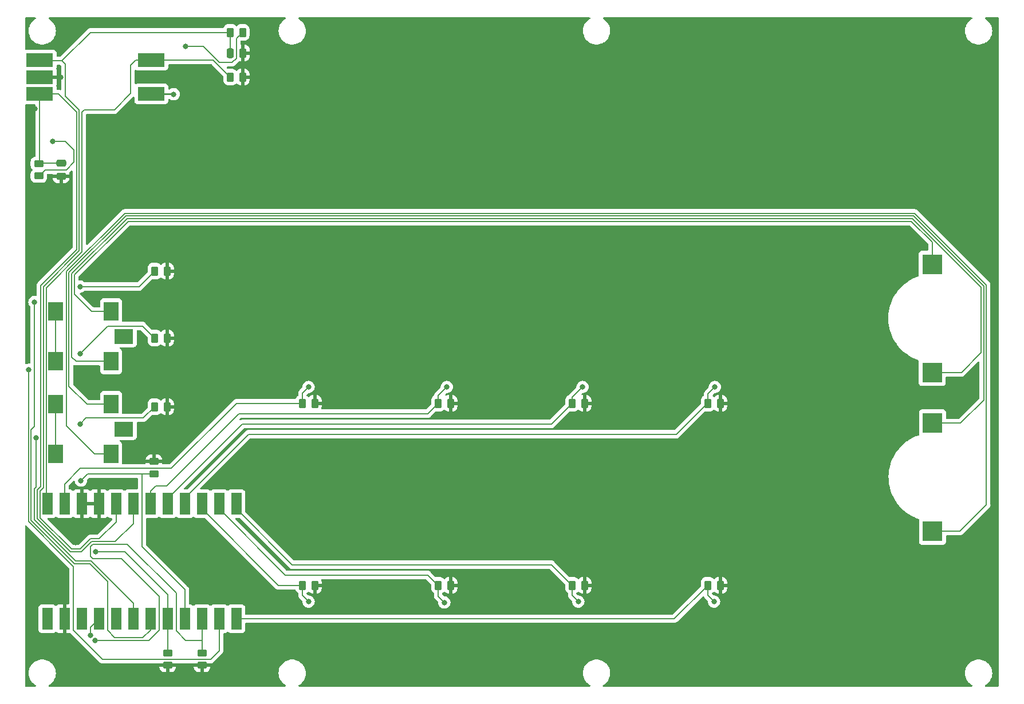
<source format=gbl>
G04 #@! TF.GenerationSoftware,KiCad,Pcbnew,6.0.8*
G04 #@! TF.CreationDate,2022-10-19T16:45:40+03:00*
G04 #@! TF.ProjectId,keypad,6b657970-6164-42e6-9b69-6361645f7063,B*
G04 #@! TF.SameCoordinates,Original*
G04 #@! TF.FileFunction,Copper,L2,Bot*
G04 #@! TF.FilePolarity,Positive*
%FSLAX46Y46*%
G04 Gerber Fmt 4.6, Leading zero omitted, Abs format (unit mm)*
G04 Created by KiCad (PCBNEW 6.0.8) date 2022-10-19 16:45:40*
%MOMM*%
%LPD*%
G01*
G04 APERTURE LIST*
G04 Aperture macros list*
%AMRoundRect*
0 Rectangle with rounded corners*
0 $1 Rounding radius*
0 $2 $3 $4 $5 $6 $7 $8 $9 X,Y pos of 4 corners*
0 Add a 4 corners polygon primitive as box body*
4,1,4,$2,$3,$4,$5,$6,$7,$8,$9,$2,$3,0*
0 Add four circle primitives for the rounded corners*
1,1,$1+$1,$2,$3*
1,1,$1+$1,$4,$5*
1,1,$1+$1,$6,$7*
1,1,$1+$1,$8,$9*
0 Add four rect primitives between the rounded corners*
20,1,$1+$1,$2,$3,$4,$5,0*
20,1,$1+$1,$4,$5,$6,$7,0*
20,1,$1+$1,$6,$7,$8,$9,0*
20,1,$1+$1,$8,$9,$2,$3,0*%
G04 Aperture macros list end*
G04 #@! TA.AperFunction,SMDPad,CuDef*
%ADD10R,3.000000X3.000000*%
G04 #@! TD*
G04 #@! TA.AperFunction,SMDPad,CuDef*
%ADD11R,4.000000X2.000000*%
G04 #@! TD*
G04 #@! TA.AperFunction,SMDPad,CuDef*
%ADD12RoundRect,0.250000X-0.262500X-0.450000X0.262500X-0.450000X0.262500X0.450000X-0.262500X0.450000X0*%
G04 #@! TD*
G04 #@! TA.AperFunction,SMDPad,CuDef*
%ADD13RoundRect,0.250000X0.262500X0.450000X-0.262500X0.450000X-0.262500X-0.450000X0.262500X-0.450000X0*%
G04 #@! TD*
G04 #@! TA.AperFunction,SMDPad,CuDef*
%ADD14RoundRect,0.250000X-0.250000X-0.475000X0.250000X-0.475000X0.250000X0.475000X-0.250000X0.475000X0*%
G04 #@! TD*
G04 #@! TA.AperFunction,SMDPad,CuDef*
%ADD15R,2.800000X2.200000*%
G04 #@! TD*
G04 #@! TA.AperFunction,SMDPad,CuDef*
%ADD16R,2.200000X2.800000*%
G04 #@! TD*
G04 #@! TA.AperFunction,SMDPad,CuDef*
%ADD17R,1.600000X3.200000*%
G04 #@! TD*
G04 #@! TA.AperFunction,SMDPad,CuDef*
%ADD18RoundRect,0.250000X0.450000X-0.262500X0.450000X0.262500X-0.450000X0.262500X-0.450000X-0.262500X0*%
G04 #@! TD*
G04 #@! TA.AperFunction,SMDPad,CuDef*
%ADD19RoundRect,0.250000X-0.450000X0.262500X-0.450000X-0.262500X0.450000X-0.262500X0.450000X0.262500X0*%
G04 #@! TD*
G04 #@! TA.AperFunction,SMDPad,CuDef*
%ADD20RoundRect,0.250000X-0.475000X0.250000X-0.475000X-0.250000X0.475000X-0.250000X0.475000X0.250000X0*%
G04 #@! TD*
G04 #@! TA.AperFunction,ViaPad*
%ADD21C,0.800000*%
G04 #@! TD*
G04 #@! TA.AperFunction,Conductor*
%ADD22C,0.200000*%
G04 #@! TD*
G04 #@! TA.AperFunction,Conductor*
%ADD23C,0.250000*%
G04 #@! TD*
G04 APERTURE END LIST*
D10*
X215510800Y-120408000D03*
X215510800Y-104408000D03*
X215460000Y-96913000D03*
X215460000Y-80913000D03*
D11*
X83512000Y-50726000D03*
X83512000Y-55726000D03*
X83512000Y-53226000D03*
X100012000Y-55726000D03*
X100012000Y-50726000D03*
D12*
X111677500Y-46622000D03*
X113502500Y-46622000D03*
D13*
X102326500Y-81928000D03*
X100501500Y-81928000D03*
X124170500Y-128410000D03*
X122345500Y-128410000D03*
D14*
X111640000Y-49670000D03*
X113540000Y-49670000D03*
D13*
X102326500Y-101994000D03*
X100501500Y-101994000D03*
D15*
X95960000Y-105296000D03*
D16*
X94060000Y-101596000D03*
X94060000Y-108996000D03*
X85860000Y-108996000D03*
X85860000Y-101596000D03*
D17*
X84650000Y-116345000D03*
X87190000Y-116345000D03*
X89730000Y-116345000D03*
X92270000Y-116345000D03*
X94810000Y-116345000D03*
X97350000Y-116345000D03*
X99890000Y-116345000D03*
X102430000Y-116345000D03*
X104970000Y-116345000D03*
X107510000Y-116345000D03*
X110050000Y-116345000D03*
X112590000Y-116345000D03*
X112590000Y-133363000D03*
X110050000Y-133363000D03*
X107510000Y-133363000D03*
X104970000Y-133363000D03*
X102430000Y-133363000D03*
X99890000Y-133363000D03*
X97350000Y-133363000D03*
X94810000Y-133363000D03*
X92270000Y-133363000D03*
X89730000Y-133363000D03*
X87190000Y-133363000D03*
X84650000Y-133363000D03*
D18*
X83380000Y-67854500D03*
X83380000Y-66029500D03*
D13*
X144236500Y-128410000D03*
X142411500Y-128410000D03*
D15*
X95960000Y-91580000D03*
D16*
X94060000Y-87880000D03*
X94060000Y-95280000D03*
X85860000Y-87880000D03*
X85860000Y-95280000D03*
D13*
X164048500Y-101486000D03*
X162223500Y-101486000D03*
X102326500Y-91834000D03*
X100501500Y-91834000D03*
X184114500Y-128410000D03*
X182289500Y-128410000D03*
D19*
X100398000Y-110098500D03*
X100398000Y-111923500D03*
D18*
X102430000Y-140244500D03*
X102430000Y-138419500D03*
D13*
X144236500Y-101486000D03*
X142411500Y-101486000D03*
X184114500Y-101486000D03*
X182289500Y-101486000D03*
D18*
X107510000Y-140244500D03*
X107510000Y-138419500D03*
D13*
X113502500Y-53226000D03*
X111677500Y-53226000D03*
X124170500Y-101486000D03*
X122345500Y-101486000D03*
D20*
X86682000Y-65992000D03*
X86682000Y-67892000D03*
D13*
X164048500Y-128410000D03*
X162223500Y-128410000D03*
D21*
X86682000Y-125362000D03*
X88841000Y-122060000D03*
X88206000Y-46241000D03*
X86617500Y-53226000D03*
X82812500Y-57925000D03*
X91000000Y-135776000D03*
X103319000Y-55766000D03*
X105097000Y-48654000D03*
X85412000Y-62751000D03*
X81856000Y-96533000D03*
X89476000Y-94120000D03*
X89603000Y-112916000D03*
X89476000Y-84214000D03*
X82745000Y-86500000D03*
X91719538Y-136539218D03*
X91762000Y-123457000D03*
X82960500Y-106566000D03*
X89476000Y-104534000D03*
X123258000Y-99073000D03*
X163771000Y-99073000D03*
X123258000Y-130823000D03*
X163136000Y-130823000D03*
X143705000Y-99073000D03*
X183329000Y-99073000D03*
X143324000Y-130950000D03*
X183202000Y-130823000D03*
D22*
X91049630Y-121514000D02*
X92308000Y-121514000D01*
X89506630Y-123057000D02*
X91049630Y-121514000D01*
X83550000Y-114445000D02*
X83550000Y-118420000D01*
X88187000Y-123057000D02*
X89506630Y-123057000D01*
X83550000Y-118420000D02*
X88187000Y-123057000D01*
X89368000Y-78930314D02*
X84060000Y-84238315D01*
X89368000Y-58071000D02*
X89368000Y-78930314D01*
X87317000Y-56020000D02*
X89368000Y-58071000D01*
X92308000Y-121514000D02*
X94810000Y-119012000D01*
X84060000Y-113935000D02*
X83550000Y-114445000D01*
X84060000Y-84238315D02*
X84060000Y-113935000D01*
X87317000Y-51321000D02*
X87317000Y-56020000D01*
X86809000Y-50813000D02*
X87317000Y-51321000D01*
X94810000Y-119012000D02*
X94810000Y-116345000D01*
X83512000Y-55726000D02*
X86295657Y-55726000D01*
X86295657Y-55726000D02*
X88968000Y-58398343D01*
X88968000Y-58398343D02*
X88968000Y-78764628D01*
X83150000Y-118585686D02*
X88021314Y-123457000D01*
X88021314Y-123457000D02*
X89672315Y-123457000D01*
X89672315Y-123457000D02*
X91215315Y-121914000D01*
X88968000Y-78764628D02*
X83660000Y-84072630D01*
X83660000Y-84072630D02*
X83660000Y-113769314D01*
X83660000Y-113769314D02*
X83150000Y-114279315D01*
X83150000Y-114279315D02*
X83150000Y-118585686D01*
X91215315Y-121914000D02*
X94702000Y-121914000D01*
X94702000Y-121914000D02*
X97350000Y-119266000D01*
X97350000Y-119266000D02*
X97350000Y-116345000D01*
X82960500Y-106566000D02*
X82960500Y-113903130D01*
X82750000Y-114113630D02*
X82750000Y-118751371D01*
X82960500Y-113903130D02*
X82750000Y-114113630D01*
X82750000Y-118751371D02*
X88833629Y-124835000D01*
X88833629Y-124835000D02*
X91108000Y-124835000D01*
X91108000Y-124835000D02*
X97350000Y-131077000D01*
X97350000Y-131077000D02*
X97350000Y-133363000D01*
X82745000Y-86500000D02*
X82745000Y-104915000D01*
X82237000Y-105423000D02*
X82237000Y-118804057D01*
X82745000Y-104915000D02*
X82237000Y-105423000D01*
X82237000Y-118804057D02*
X88667943Y-125235000D01*
X90942314Y-125235000D02*
X93540000Y-127832686D01*
X94604000Y-136157000D02*
X98747000Y-136157000D01*
X88667943Y-125235000D02*
X90942314Y-125235000D01*
X93540000Y-127832686D02*
X93540000Y-135093000D01*
X93540000Y-135093000D02*
X94604000Y-136157000D01*
X98747000Y-136157000D02*
X99890000Y-135014000D01*
X99890000Y-135014000D02*
X99890000Y-133363000D01*
X110050000Y-133363000D02*
X110050000Y-138062000D01*
X110050000Y-138062000D02*
X108780000Y-139332000D01*
X108780000Y-139332000D02*
X92778000Y-139332000D01*
X81837000Y-118969742D02*
X81837000Y-96552000D01*
X81837000Y-96552000D02*
X81856000Y-96533000D01*
X92778000Y-139332000D02*
X88460000Y-135014000D01*
X88460000Y-135014000D02*
X88460000Y-125616000D01*
X87317000Y-124473000D02*
X87317000Y-124449742D01*
X88460000Y-125616000D02*
X87317000Y-124473000D01*
X87317000Y-124449742D02*
X81837000Y-118969742D01*
X104970000Y-133363000D02*
X104970000Y-129045000D01*
X104970000Y-129045000D02*
X98620000Y-122695000D01*
X98620000Y-122695000D02*
X98620000Y-111900000D01*
X96461000Y-122314000D02*
X103700000Y-129553000D01*
X103700000Y-129553000D02*
X103700000Y-135141000D01*
X91381000Y-122314000D02*
X96461000Y-122314000D01*
X91000000Y-122695000D02*
X91381000Y-122314000D01*
X91000000Y-124092000D02*
X91000000Y-122695000D01*
X103700000Y-135141000D02*
X105097000Y-136538000D01*
X95572000Y-124473000D02*
X91381000Y-124473000D01*
X91381000Y-124473000D02*
X91000000Y-124092000D01*
X101160000Y-130061000D02*
X95572000Y-124473000D01*
X101160000Y-135093000D02*
X101160000Y-130061000D01*
X99696000Y-136557000D02*
X101160000Y-135093000D01*
X91737320Y-136557000D02*
X99696000Y-136557000D01*
X91719538Y-136539218D02*
X91737320Y-136557000D01*
X105097000Y-136538000D02*
X107510000Y-136538000D01*
X107510000Y-138419500D02*
X107510000Y-136538000D01*
X107510000Y-136538000D02*
X107510000Y-133363000D01*
X87190000Y-116345000D02*
X87190000Y-113424000D01*
X87190000Y-113424000D02*
X89503000Y-111111000D01*
X89503000Y-111111000D02*
X102965000Y-111111000D01*
X102965000Y-111111000D02*
X112590000Y-101486000D01*
X112590000Y-101486000D02*
X122345500Y-101486000D01*
X100398000Y-111923500D02*
X100374500Y-111900000D01*
X100374500Y-111900000D02*
X98620000Y-111900000D01*
X86617500Y-53226000D02*
X83512000Y-53226000D01*
X91000000Y-134633000D02*
X91000000Y-135776000D01*
X92270000Y-133363000D02*
X91000000Y-134633000D01*
X105097000Y-48654000D02*
X107671186Y-48654000D01*
X107671186Y-48654000D02*
X110084186Y-51067000D01*
X110084186Y-51067000D02*
X111955000Y-51067000D01*
X111955000Y-51067000D02*
X112590000Y-50432000D01*
X112590000Y-50432000D02*
X112590000Y-47534500D01*
X112590000Y-47534500D02*
X113502500Y-46622000D01*
X85412000Y-62751000D02*
X87317000Y-62751000D01*
X87317000Y-62751000D02*
X88568000Y-64002000D01*
X84292500Y-66942000D02*
X83380000Y-67854500D01*
X88568000Y-64002000D02*
X88568000Y-65818000D01*
X88568000Y-65818000D02*
X87444000Y-66942000D01*
X87444000Y-66942000D02*
X84292500Y-66942000D01*
D23*
X103319000Y-55766000D02*
X103279000Y-55726000D01*
X103279000Y-55726000D02*
X100012000Y-55726000D01*
D22*
X111640000Y-46659500D02*
X111677500Y-46622000D01*
X111677500Y-46622000D02*
X91000000Y-46622000D01*
X83599000Y-50813000D02*
X83512000Y-50726000D01*
X86555000Y-50813000D02*
X83599000Y-50813000D01*
X111640000Y-49670000D02*
X111640000Y-46659500D01*
X86809000Y-50813000D02*
X86555000Y-50813000D01*
X91000000Y-46622000D02*
X86809000Y-50813000D01*
X86682000Y-65992000D02*
X83417500Y-65992000D01*
X83380000Y-66029500D02*
X83512000Y-65897500D01*
X83417500Y-65992000D02*
X83380000Y-66029500D01*
X83512000Y-65897500D02*
X83512000Y-55726000D01*
X93540000Y-90056000D02*
X89476000Y-94120000D01*
X100501500Y-91834000D02*
X98723500Y-90056000D01*
X98723500Y-90056000D02*
X93540000Y-90056000D01*
X98620000Y-111900000D02*
X90619000Y-111900000D01*
X90619000Y-111900000D02*
X89603000Y-112916000D01*
X100501500Y-81928000D02*
X98215500Y-84214000D01*
X98215500Y-84214000D02*
X89476000Y-84214000D01*
X102430000Y-133363000D02*
X102430000Y-129807000D01*
X102430000Y-138419500D02*
X102430000Y-133363000D01*
X102430000Y-129807000D02*
X96080000Y-123457000D01*
X96080000Y-123457000D02*
X91762000Y-123457000D01*
X90365000Y-103645000D02*
X98850500Y-103645000D01*
X98850500Y-103645000D02*
X100501500Y-101994000D01*
X89476000Y-104534000D02*
X90365000Y-103645000D01*
X122345500Y-99985500D02*
X123258000Y-99073000D01*
X122345500Y-101486000D02*
X122345500Y-99985500D01*
X113479000Y-104534000D02*
X159175500Y-104534000D01*
X159175500Y-104534000D02*
X162223500Y-101486000D01*
X162223500Y-100620500D02*
X163771000Y-99073000D01*
X102430000Y-115583000D02*
X113479000Y-104534000D01*
X102430000Y-116345000D02*
X102430000Y-115583000D01*
X162223500Y-101486000D02*
X162223500Y-100620500D01*
X107510000Y-116345000D02*
X107510000Y-117145000D01*
X118775000Y-128410000D02*
X122345500Y-128410000D01*
X122345500Y-129910500D02*
X123258000Y-130823000D01*
X107510000Y-117145000D02*
X118775000Y-128410000D01*
X122345500Y-128410000D02*
X122345500Y-129910500D01*
X159175500Y-125362000D02*
X162223500Y-128410000D01*
X162223500Y-129910500D02*
X163136000Y-130823000D01*
X162223500Y-128410000D02*
X162223500Y-129910500D01*
X112590000Y-116345000D02*
X112590000Y-117107000D01*
X120845000Y-125362000D02*
X159175500Y-125362000D01*
X112590000Y-117107000D02*
X120845000Y-125362000D01*
X99890000Y-116345000D02*
X99890000Y-114440000D01*
X142411500Y-100366500D02*
X143705000Y-99073000D01*
X142411500Y-101486000D02*
X142411500Y-100366500D01*
X140887500Y-103010000D02*
X142411500Y-101486000D01*
X100652000Y-113678000D02*
X102303000Y-113678000D01*
X102303000Y-113678000D02*
X112971000Y-103010000D01*
X99890000Y-114440000D02*
X100652000Y-113678000D01*
X112971000Y-103010000D02*
X140887500Y-103010000D01*
X114368000Y-106058000D02*
X177614000Y-106058000D01*
X182186000Y-101486000D02*
X182289500Y-101486000D01*
X182289500Y-101486000D02*
X182289500Y-100112500D01*
X104970000Y-116345000D02*
X104970000Y-115456000D01*
X177614000Y-106058000D02*
X182186000Y-101486000D01*
X104970000Y-115456000D02*
X114368000Y-106058000D01*
X182289500Y-100112500D02*
X183329000Y-99073000D01*
X142411500Y-128410000D02*
X142411500Y-130037500D01*
X119791000Y-126886000D02*
X140887500Y-126886000D01*
X110050000Y-117145000D02*
X119791000Y-126886000D01*
X110050000Y-116345000D02*
X110050000Y-117145000D01*
X142411500Y-130037500D02*
X143324000Y-130950000D01*
X140887500Y-126886000D02*
X142411500Y-128410000D01*
X177336500Y-133363000D02*
X176598000Y-133363000D01*
X182289500Y-128410000D02*
X182289500Y-129910500D01*
X182289500Y-129910500D02*
X183202000Y-130823000D01*
X112590000Y-133363000D02*
X176598000Y-133363000D01*
X182289500Y-128410000D02*
X177336500Y-133363000D01*
X84460000Y-84404000D02*
X84460000Y-116155000D01*
X89768000Y-79096000D02*
X84460000Y-84404000D01*
X111677500Y-53226000D02*
X109177500Y-50726000D01*
X96969000Y-51448000D02*
X96969000Y-55639000D01*
X100012000Y-50726000D02*
X97691000Y-50726000D01*
X89768000Y-58395000D02*
X89768000Y-79096000D01*
X96969000Y-55639000D02*
X94556000Y-58052000D01*
X109177500Y-50726000D02*
X100012000Y-50726000D01*
X97691000Y-50726000D02*
X96969000Y-51448000D01*
X90111000Y-58052000D02*
X89768000Y-58395000D01*
X84460000Y-116155000D02*
X84650000Y-116345000D01*
X94556000Y-58052000D02*
X90111000Y-58052000D01*
X88644000Y-82506000D02*
X88644000Y-85357000D01*
X96569000Y-74581000D02*
X88644000Y-82506000D01*
X212373314Y-74581000D02*
X96569000Y-74581000D01*
X215460000Y-80913000D02*
X215460000Y-77667686D01*
X91167000Y-87880000D02*
X94060000Y-87880000D01*
X88644000Y-85357000D02*
X91167000Y-87880000D01*
X215460000Y-77667686D02*
X212373314Y-74581000D01*
X96403314Y-74181000D02*
X88244000Y-82340315D01*
X222661000Y-94031000D02*
X222661000Y-84303000D01*
X212539000Y-74181000D02*
X96403314Y-74181000D01*
X88244000Y-82340315D02*
X88244000Y-94628000D01*
X219779000Y-96913000D02*
X222661000Y-94031000D01*
X88896000Y-95280000D02*
X94060000Y-95280000D01*
X88244000Y-94628000D02*
X88896000Y-95280000D01*
X215460000Y-96913000D02*
X219779000Y-96913000D01*
X222661000Y-84303000D02*
X212539000Y-74181000D01*
X85860000Y-87880000D02*
X85860000Y-95280000D01*
X219650000Y-104408000D02*
X215510800Y-104408000D01*
X87844000Y-98965000D02*
X87844000Y-82174629D01*
X212704686Y-73781000D02*
X223061000Y-84137314D01*
X90475000Y-101596000D02*
X87844000Y-98965000D01*
X223061000Y-100997000D02*
X219650000Y-104408000D01*
X87844000Y-82174629D02*
X96237629Y-73781000D01*
X223061000Y-84137314D02*
X223061000Y-100997000D01*
X96237629Y-73781000D02*
X212704686Y-73781000D01*
X94060000Y-101596000D02*
X90475000Y-101596000D01*
X96071944Y-73381000D02*
X97134000Y-73381000D01*
X223461000Y-116472000D02*
X223461000Y-83971629D01*
X91652000Y-108996000D02*
X87444000Y-104788000D01*
X212870371Y-73381000D02*
X97096000Y-73381000D01*
X94060000Y-108996000D02*
X91652000Y-108996000D01*
X87444000Y-82008943D02*
X96071944Y-73381000D01*
X219525000Y-120408000D02*
X223461000Y-116472000D01*
X215510800Y-120408000D02*
X219525000Y-120408000D01*
X87444000Y-104788000D02*
X87444000Y-82008943D01*
X223461000Y-83971629D02*
X212870371Y-73381000D01*
X85860000Y-101596000D02*
X85860000Y-108996000D01*
G04 #@! TA.AperFunction,Conductor*
G36*
X82916651Y-44432502D02*
G01*
X82963144Y-44486158D01*
X82973248Y-44556432D01*
X82943754Y-44621012D01*
X82913236Y-44646616D01*
X82742725Y-44748664D01*
X82742721Y-44748667D01*
X82739043Y-44750868D01*
X82525318Y-44922094D01*
X82336808Y-45120742D01*
X82177002Y-45343136D01*
X82048857Y-45585161D01*
X82047385Y-45589184D01*
X82047383Y-45589188D01*
X82005028Y-45704928D01*
X81954743Y-45842337D01*
X81896404Y-46109907D01*
X81874917Y-46382918D01*
X81875334Y-46390156D01*
X81890682Y-46656320D01*
X81943405Y-46925053D01*
X81944792Y-46929103D01*
X81944793Y-46929108D01*
X82010972Y-47122400D01*
X82032112Y-47184144D01*
X82073988Y-47267405D01*
X82141163Y-47400968D01*
X82155160Y-47428799D01*
X82157586Y-47432328D01*
X82157589Y-47432334D01*
X82239505Y-47551521D01*
X82310274Y-47654490D01*
X82313161Y-47657663D01*
X82313162Y-47657664D01*
X82393086Y-47745500D01*
X82494582Y-47857043D01*
X82704675Y-48032707D01*
X82708316Y-48034991D01*
X82933024Y-48175951D01*
X82933028Y-48175953D01*
X82936664Y-48178234D01*
X83061460Y-48234582D01*
X83182345Y-48289164D01*
X83182349Y-48289166D01*
X83186257Y-48290930D01*
X83190377Y-48292150D01*
X83190376Y-48292150D01*
X83444723Y-48367491D01*
X83444727Y-48367492D01*
X83448836Y-48368709D01*
X83453070Y-48369357D01*
X83453075Y-48369358D01*
X83715298Y-48409483D01*
X83715300Y-48409483D01*
X83719540Y-48410132D01*
X83858912Y-48412322D01*
X83989071Y-48414367D01*
X83989077Y-48414367D01*
X83993362Y-48414434D01*
X84265235Y-48381534D01*
X84530127Y-48312041D01*
X84534087Y-48310401D01*
X84534092Y-48310399D01*
X84661158Y-48257766D01*
X84783136Y-48207241D01*
X84928194Y-48122476D01*
X85015879Y-48071237D01*
X85015880Y-48071236D01*
X85019582Y-48069073D01*
X85235089Y-47900094D01*
X85276809Y-47857043D01*
X85387787Y-47742522D01*
X85425669Y-47703431D01*
X85428202Y-47699983D01*
X85428206Y-47699978D01*
X85585257Y-47486178D01*
X85587795Y-47482723D01*
X85615154Y-47432334D01*
X85716418Y-47245830D01*
X85716419Y-47245828D01*
X85718468Y-47242054D01*
X85815269Y-46985877D01*
X85856173Y-46807279D01*
X85875449Y-46723117D01*
X85875450Y-46723113D01*
X85876407Y-46718933D01*
X85884910Y-46623665D01*
X85900531Y-46448627D01*
X85900531Y-46448625D01*
X85900751Y-46446161D01*
X85901193Y-46404000D01*
X85889043Y-46225770D01*
X85882859Y-46135055D01*
X85882858Y-46135049D01*
X85882567Y-46130778D01*
X85827032Y-45862612D01*
X85735617Y-45604465D01*
X85637222Y-45413828D01*
X85611978Y-45364919D01*
X85611978Y-45364918D01*
X85610013Y-45361112D01*
X85600040Y-45346921D01*
X85455008Y-45140562D01*
X85452545Y-45137057D01*
X85266125Y-44936445D01*
X85262810Y-44933731D01*
X85262806Y-44933728D01*
X85057523Y-44765706D01*
X85054205Y-44762990D01*
X84981411Y-44718382D01*
X84863185Y-44645933D01*
X84815554Y-44593285D01*
X84803947Y-44523244D01*
X84832050Y-44458046D01*
X84890940Y-44418392D01*
X84929020Y-44412500D01*
X119800530Y-44412500D01*
X119868651Y-44432502D01*
X119915144Y-44486158D01*
X119925248Y-44556432D01*
X119895754Y-44621012D01*
X119865236Y-44646616D01*
X119694725Y-44748664D01*
X119694721Y-44748667D01*
X119691043Y-44750868D01*
X119477318Y-44922094D01*
X119288808Y-45120742D01*
X119129002Y-45343136D01*
X119000857Y-45585161D01*
X118999385Y-45589184D01*
X118999383Y-45589188D01*
X118957028Y-45704928D01*
X118906743Y-45842337D01*
X118848404Y-46109907D01*
X118826917Y-46382918D01*
X118827334Y-46390156D01*
X118842682Y-46656320D01*
X118895405Y-46925053D01*
X118896792Y-46929103D01*
X118896793Y-46929108D01*
X118962972Y-47122400D01*
X118984112Y-47184144D01*
X119025988Y-47267405D01*
X119093163Y-47400968D01*
X119107160Y-47428799D01*
X119109586Y-47432328D01*
X119109589Y-47432334D01*
X119191505Y-47551521D01*
X119262274Y-47654490D01*
X119265161Y-47657663D01*
X119265162Y-47657664D01*
X119345086Y-47745500D01*
X119446582Y-47857043D01*
X119656675Y-48032707D01*
X119660316Y-48034991D01*
X119885024Y-48175951D01*
X119885028Y-48175953D01*
X119888664Y-48178234D01*
X120013460Y-48234582D01*
X120134345Y-48289164D01*
X120134349Y-48289166D01*
X120138257Y-48290930D01*
X120142377Y-48292150D01*
X120142376Y-48292150D01*
X120396723Y-48367491D01*
X120396727Y-48367492D01*
X120400836Y-48368709D01*
X120405070Y-48369357D01*
X120405075Y-48369358D01*
X120667298Y-48409483D01*
X120667300Y-48409483D01*
X120671540Y-48410132D01*
X120810912Y-48412322D01*
X120941071Y-48414367D01*
X120941077Y-48414367D01*
X120945362Y-48414434D01*
X121217235Y-48381534D01*
X121482127Y-48312041D01*
X121486087Y-48310401D01*
X121486092Y-48310399D01*
X121613158Y-48257766D01*
X121735136Y-48207241D01*
X121880194Y-48122476D01*
X121967879Y-48071237D01*
X121967880Y-48071236D01*
X121971582Y-48069073D01*
X122187089Y-47900094D01*
X122228809Y-47857043D01*
X122339787Y-47742522D01*
X122377669Y-47703431D01*
X122380202Y-47699983D01*
X122380206Y-47699978D01*
X122537257Y-47486178D01*
X122539795Y-47482723D01*
X122567154Y-47432334D01*
X122668418Y-47245830D01*
X122668419Y-47245828D01*
X122670468Y-47242054D01*
X122767269Y-46985877D01*
X122808173Y-46807279D01*
X122827449Y-46723117D01*
X122827450Y-46723113D01*
X122828407Y-46718933D01*
X122836910Y-46623665D01*
X122852531Y-46448627D01*
X122852531Y-46448625D01*
X122852751Y-46446161D01*
X122853193Y-46404000D01*
X122841043Y-46225770D01*
X122834859Y-46135055D01*
X122834858Y-46135049D01*
X122834567Y-46130778D01*
X122779032Y-45862612D01*
X122687617Y-45604465D01*
X122589222Y-45413828D01*
X122563978Y-45364919D01*
X122563978Y-45364918D01*
X122562013Y-45361112D01*
X122552040Y-45346921D01*
X122407008Y-45140562D01*
X122404545Y-45137057D01*
X122218125Y-44936445D01*
X122214810Y-44933731D01*
X122214806Y-44933728D01*
X122009523Y-44765706D01*
X122006205Y-44762990D01*
X121933411Y-44718382D01*
X121815185Y-44645933D01*
X121767554Y-44593285D01*
X121755947Y-44523244D01*
X121784050Y-44458046D01*
X121842940Y-44418392D01*
X121881020Y-44412500D01*
X164800530Y-44412500D01*
X164868651Y-44432502D01*
X164915144Y-44486158D01*
X164925248Y-44556432D01*
X164895754Y-44621012D01*
X164865236Y-44646616D01*
X164694725Y-44748664D01*
X164694721Y-44748667D01*
X164691043Y-44750868D01*
X164477318Y-44922094D01*
X164288808Y-45120742D01*
X164129002Y-45343136D01*
X164000857Y-45585161D01*
X163999385Y-45589184D01*
X163999383Y-45589188D01*
X163957028Y-45704928D01*
X163906743Y-45842337D01*
X163848404Y-46109907D01*
X163826917Y-46382918D01*
X163827334Y-46390156D01*
X163842682Y-46656320D01*
X163895405Y-46925053D01*
X163896792Y-46929103D01*
X163896793Y-46929108D01*
X163962972Y-47122400D01*
X163984112Y-47184144D01*
X164025988Y-47267405D01*
X164093163Y-47400968D01*
X164107160Y-47428799D01*
X164109586Y-47432328D01*
X164109589Y-47432334D01*
X164191505Y-47551521D01*
X164262274Y-47654490D01*
X164265161Y-47657663D01*
X164265162Y-47657664D01*
X164345086Y-47745500D01*
X164446582Y-47857043D01*
X164656675Y-48032707D01*
X164660316Y-48034991D01*
X164885024Y-48175951D01*
X164885028Y-48175953D01*
X164888664Y-48178234D01*
X165013460Y-48234582D01*
X165134345Y-48289164D01*
X165134349Y-48289166D01*
X165138257Y-48290930D01*
X165142377Y-48292150D01*
X165142376Y-48292150D01*
X165396723Y-48367491D01*
X165396727Y-48367492D01*
X165400836Y-48368709D01*
X165405070Y-48369357D01*
X165405075Y-48369358D01*
X165667298Y-48409483D01*
X165667300Y-48409483D01*
X165671540Y-48410132D01*
X165810912Y-48412322D01*
X165941071Y-48414367D01*
X165941077Y-48414367D01*
X165945362Y-48414434D01*
X166217235Y-48381534D01*
X166482127Y-48312041D01*
X166486087Y-48310401D01*
X166486092Y-48310399D01*
X166613158Y-48257766D01*
X166735136Y-48207241D01*
X166880194Y-48122476D01*
X166967879Y-48071237D01*
X166967880Y-48071236D01*
X166971582Y-48069073D01*
X167187089Y-47900094D01*
X167228809Y-47857043D01*
X167339787Y-47742522D01*
X167377669Y-47703431D01*
X167380202Y-47699983D01*
X167380206Y-47699978D01*
X167537257Y-47486178D01*
X167539795Y-47482723D01*
X167567154Y-47432334D01*
X167668418Y-47245830D01*
X167668419Y-47245828D01*
X167670468Y-47242054D01*
X167767269Y-46985877D01*
X167808173Y-46807279D01*
X167827449Y-46723117D01*
X167827450Y-46723113D01*
X167828407Y-46718933D01*
X167836910Y-46623665D01*
X167852531Y-46448627D01*
X167852531Y-46448625D01*
X167852751Y-46446161D01*
X167853193Y-46404000D01*
X167841043Y-46225770D01*
X167834859Y-46135055D01*
X167834858Y-46135049D01*
X167834567Y-46130778D01*
X167779032Y-45862612D01*
X167687617Y-45604465D01*
X167589222Y-45413828D01*
X167563978Y-45364919D01*
X167563978Y-45364918D01*
X167562013Y-45361112D01*
X167552040Y-45346921D01*
X167407008Y-45140562D01*
X167404545Y-45137057D01*
X167218125Y-44936445D01*
X167214810Y-44933731D01*
X167214806Y-44933728D01*
X167009523Y-44765706D01*
X167006205Y-44762990D01*
X166933411Y-44718382D01*
X166815185Y-44645933D01*
X166767554Y-44593285D01*
X166755947Y-44523244D01*
X166784050Y-44458046D01*
X166842940Y-44418392D01*
X166881020Y-44412500D01*
X221278530Y-44412500D01*
X221346651Y-44432502D01*
X221393144Y-44486158D01*
X221403248Y-44556432D01*
X221373754Y-44621012D01*
X221343236Y-44646616D01*
X221172725Y-44748664D01*
X221172721Y-44748667D01*
X221169043Y-44750868D01*
X220955318Y-44922094D01*
X220766808Y-45120742D01*
X220607002Y-45343136D01*
X220478857Y-45585161D01*
X220477385Y-45589184D01*
X220477383Y-45589188D01*
X220435028Y-45704928D01*
X220384743Y-45842337D01*
X220326404Y-46109907D01*
X220304917Y-46382918D01*
X220305334Y-46390156D01*
X220320682Y-46656320D01*
X220373405Y-46925053D01*
X220374792Y-46929103D01*
X220374793Y-46929108D01*
X220440972Y-47122400D01*
X220462112Y-47184144D01*
X220503988Y-47267405D01*
X220571163Y-47400968D01*
X220585160Y-47428799D01*
X220587586Y-47432328D01*
X220587589Y-47432334D01*
X220669505Y-47551521D01*
X220740274Y-47654490D01*
X220743161Y-47657663D01*
X220743162Y-47657664D01*
X220823086Y-47745500D01*
X220924582Y-47857043D01*
X221134675Y-48032707D01*
X221138316Y-48034991D01*
X221363024Y-48175951D01*
X221363028Y-48175953D01*
X221366664Y-48178234D01*
X221491460Y-48234582D01*
X221612345Y-48289164D01*
X221612349Y-48289166D01*
X221616257Y-48290930D01*
X221620377Y-48292150D01*
X221620376Y-48292150D01*
X221874723Y-48367491D01*
X221874727Y-48367492D01*
X221878836Y-48368709D01*
X221883070Y-48369357D01*
X221883075Y-48369358D01*
X222145298Y-48409483D01*
X222145300Y-48409483D01*
X222149540Y-48410132D01*
X222288912Y-48412322D01*
X222419071Y-48414367D01*
X222419077Y-48414367D01*
X222423362Y-48414434D01*
X222695235Y-48381534D01*
X222960127Y-48312041D01*
X222964087Y-48310401D01*
X222964092Y-48310399D01*
X223091158Y-48257766D01*
X223213136Y-48207241D01*
X223358194Y-48122476D01*
X223445879Y-48071237D01*
X223445880Y-48071236D01*
X223449582Y-48069073D01*
X223665089Y-47900094D01*
X223706809Y-47857043D01*
X223817787Y-47742522D01*
X223855669Y-47703431D01*
X223858202Y-47699983D01*
X223858206Y-47699978D01*
X224015257Y-47486178D01*
X224017795Y-47482723D01*
X224045154Y-47432334D01*
X224146418Y-47245830D01*
X224146419Y-47245828D01*
X224148468Y-47242054D01*
X224245269Y-46985877D01*
X224286173Y-46807279D01*
X224305449Y-46723117D01*
X224305450Y-46723113D01*
X224306407Y-46718933D01*
X224314910Y-46623665D01*
X224330531Y-46448627D01*
X224330531Y-46448625D01*
X224330751Y-46446161D01*
X224331193Y-46404000D01*
X224319043Y-46225770D01*
X224312859Y-46135055D01*
X224312858Y-46135049D01*
X224312567Y-46130778D01*
X224257032Y-45862612D01*
X224165617Y-45604465D01*
X224067222Y-45413828D01*
X224041978Y-45364919D01*
X224041978Y-45364918D01*
X224040013Y-45361112D01*
X224030040Y-45346921D01*
X223885008Y-45140562D01*
X223882545Y-45137057D01*
X223696125Y-44936445D01*
X223692810Y-44933731D01*
X223692806Y-44933728D01*
X223487523Y-44765706D01*
X223484205Y-44762990D01*
X223411411Y-44718382D01*
X223293185Y-44645933D01*
X223245554Y-44593285D01*
X223233947Y-44523244D01*
X223262050Y-44458046D01*
X223320940Y-44418392D01*
X223359020Y-44412500D01*
X225205500Y-44412500D01*
X225273621Y-44432502D01*
X225320114Y-44486158D01*
X225331500Y-44538500D01*
X225331500Y-143269500D01*
X225311498Y-143337621D01*
X225257842Y-143384114D01*
X225205500Y-143395500D01*
X223356332Y-143395500D01*
X223288211Y-143375498D01*
X223241718Y-143321842D01*
X223231614Y-143251568D01*
X223261108Y-143186988D01*
X223292761Y-143160712D01*
X223445879Y-143071237D01*
X223445880Y-143071236D01*
X223449582Y-143069073D01*
X223665089Y-142900094D01*
X223706809Y-142857043D01*
X223852686Y-142706509D01*
X223855669Y-142703431D01*
X223858202Y-142699983D01*
X223858206Y-142699978D01*
X224015257Y-142486178D01*
X224017795Y-142482723D01*
X224045154Y-142432334D01*
X224146418Y-142245830D01*
X224146419Y-142245828D01*
X224148468Y-142242054D01*
X224245269Y-141985877D01*
X224286173Y-141807279D01*
X224305449Y-141723117D01*
X224305450Y-141723113D01*
X224306407Y-141718933D01*
X224314910Y-141623665D01*
X224330531Y-141448627D01*
X224330531Y-141448625D01*
X224330751Y-141446161D01*
X224331193Y-141404000D01*
X224321412Y-141260525D01*
X224312859Y-141135055D01*
X224312858Y-141135049D01*
X224312567Y-141130778D01*
X224308213Y-141109751D01*
X224257901Y-140866809D01*
X224257032Y-140862612D01*
X224165617Y-140604465D01*
X224040013Y-140361112D01*
X224030040Y-140346921D01*
X223885008Y-140140562D01*
X223882545Y-140137057D01*
X223744803Y-139988829D01*
X223699046Y-139939588D01*
X223699043Y-139939585D01*
X223696125Y-139936445D01*
X223692810Y-139933731D01*
X223692806Y-139933728D01*
X223517784Y-139790474D01*
X223484205Y-139762990D01*
X223250704Y-139619901D01*
X223246768Y-139618173D01*
X223003873Y-139511549D01*
X223003869Y-139511548D01*
X222999945Y-139509825D01*
X222736566Y-139434800D01*
X222732324Y-139434196D01*
X222732318Y-139434195D01*
X222531834Y-139405662D01*
X222465443Y-139396213D01*
X222321589Y-139395460D01*
X222195877Y-139394802D01*
X222195871Y-139394802D01*
X222191591Y-139394780D01*
X222187347Y-139395339D01*
X222187343Y-139395339D01*
X222068302Y-139411011D01*
X221920078Y-139430525D01*
X221915938Y-139431658D01*
X221915936Y-139431658D01*
X221843008Y-139451609D01*
X221655928Y-139502788D01*
X221651980Y-139504472D01*
X221407982Y-139608546D01*
X221407978Y-139608548D01*
X221404030Y-139610232D01*
X221384125Y-139622145D01*
X221172725Y-139748664D01*
X221172721Y-139748667D01*
X221169043Y-139750868D01*
X220955318Y-139922094D01*
X220766808Y-140120742D01*
X220607002Y-140343136D01*
X220478857Y-140585161D01*
X220477385Y-140589184D01*
X220477383Y-140589188D01*
X220387151Y-140835757D01*
X220384743Y-140842337D01*
X220326404Y-141109907D01*
X220304917Y-141382918D01*
X220305334Y-141390156D01*
X220320682Y-141656320D01*
X220373405Y-141925053D01*
X220374792Y-141929103D01*
X220374793Y-141929108D01*
X220460723Y-142180088D01*
X220462112Y-142184144D01*
X220491238Y-142242054D01*
X220560837Y-142380437D01*
X220585160Y-142428799D01*
X220587586Y-142432328D01*
X220587589Y-142432334D01*
X220737843Y-142650953D01*
X220740274Y-142654490D01*
X220924582Y-142857043D01*
X221134675Y-143032707D01*
X221138316Y-143034991D01*
X221342001Y-143162763D01*
X221389079Y-143215906D01*
X221399951Y-143286065D01*
X221371167Y-143350965D01*
X221311864Y-143390000D01*
X221275045Y-143395500D01*
X166878332Y-143395500D01*
X166810211Y-143375498D01*
X166763718Y-143321842D01*
X166753614Y-143251568D01*
X166783108Y-143186988D01*
X166814761Y-143160712D01*
X166967879Y-143071237D01*
X166967880Y-143071236D01*
X166971582Y-143069073D01*
X167187089Y-142900094D01*
X167228809Y-142857043D01*
X167374686Y-142706509D01*
X167377669Y-142703431D01*
X167380202Y-142699983D01*
X167380206Y-142699978D01*
X167537257Y-142486178D01*
X167539795Y-142482723D01*
X167567154Y-142432334D01*
X167668418Y-142245830D01*
X167668419Y-142245828D01*
X167670468Y-142242054D01*
X167767269Y-141985877D01*
X167808173Y-141807279D01*
X167827449Y-141723117D01*
X167827450Y-141723113D01*
X167828407Y-141718933D01*
X167836910Y-141623665D01*
X167852531Y-141448627D01*
X167852531Y-141448625D01*
X167852751Y-141446161D01*
X167853193Y-141404000D01*
X167843412Y-141260525D01*
X167834859Y-141135055D01*
X167834858Y-141135049D01*
X167834567Y-141130778D01*
X167830213Y-141109751D01*
X167779901Y-140866809D01*
X167779032Y-140862612D01*
X167687617Y-140604465D01*
X167562013Y-140361112D01*
X167552040Y-140346921D01*
X167407008Y-140140562D01*
X167404545Y-140137057D01*
X167266803Y-139988829D01*
X167221046Y-139939588D01*
X167221043Y-139939585D01*
X167218125Y-139936445D01*
X167214810Y-139933731D01*
X167214806Y-139933728D01*
X167039784Y-139790474D01*
X167006205Y-139762990D01*
X166772704Y-139619901D01*
X166768768Y-139618173D01*
X166525873Y-139511549D01*
X166525869Y-139511548D01*
X166521945Y-139509825D01*
X166258566Y-139434800D01*
X166254324Y-139434196D01*
X166254318Y-139434195D01*
X166053834Y-139405662D01*
X165987443Y-139396213D01*
X165843589Y-139395460D01*
X165717877Y-139394802D01*
X165717871Y-139394802D01*
X165713591Y-139394780D01*
X165709347Y-139395339D01*
X165709343Y-139395339D01*
X165590302Y-139411011D01*
X165442078Y-139430525D01*
X165437938Y-139431658D01*
X165437936Y-139431658D01*
X165365008Y-139451609D01*
X165177928Y-139502788D01*
X165173980Y-139504472D01*
X164929982Y-139608546D01*
X164929978Y-139608548D01*
X164926030Y-139610232D01*
X164906125Y-139622145D01*
X164694725Y-139748664D01*
X164694721Y-139748667D01*
X164691043Y-139750868D01*
X164477318Y-139922094D01*
X164288808Y-140120742D01*
X164129002Y-140343136D01*
X164000857Y-140585161D01*
X163999385Y-140589184D01*
X163999383Y-140589188D01*
X163909151Y-140835757D01*
X163906743Y-140842337D01*
X163848404Y-141109907D01*
X163826917Y-141382918D01*
X163827334Y-141390156D01*
X163842682Y-141656320D01*
X163895405Y-141925053D01*
X163896792Y-141929103D01*
X163896793Y-141929108D01*
X163982723Y-142180088D01*
X163984112Y-142184144D01*
X164013238Y-142242054D01*
X164082837Y-142380437D01*
X164107160Y-142428799D01*
X164109586Y-142432328D01*
X164109589Y-142432334D01*
X164259843Y-142650953D01*
X164262274Y-142654490D01*
X164446582Y-142857043D01*
X164656675Y-143032707D01*
X164660316Y-143034991D01*
X164864001Y-143162763D01*
X164911079Y-143215906D01*
X164921951Y-143286065D01*
X164893167Y-143350965D01*
X164833864Y-143390000D01*
X164797045Y-143395500D01*
X121878332Y-143395500D01*
X121810211Y-143375498D01*
X121763718Y-143321842D01*
X121753614Y-143251568D01*
X121783108Y-143186988D01*
X121814761Y-143160712D01*
X121967879Y-143071237D01*
X121967880Y-143071236D01*
X121971582Y-143069073D01*
X122187089Y-142900094D01*
X122228809Y-142857043D01*
X122374686Y-142706509D01*
X122377669Y-142703431D01*
X122380202Y-142699983D01*
X122380206Y-142699978D01*
X122537257Y-142486178D01*
X122539795Y-142482723D01*
X122567154Y-142432334D01*
X122668418Y-142245830D01*
X122668419Y-142245828D01*
X122670468Y-142242054D01*
X122767269Y-141985877D01*
X122808173Y-141807279D01*
X122827449Y-141723117D01*
X122827450Y-141723113D01*
X122828407Y-141718933D01*
X122836910Y-141623665D01*
X122852531Y-141448627D01*
X122852531Y-141448625D01*
X122852751Y-141446161D01*
X122853193Y-141404000D01*
X122843412Y-141260525D01*
X122834859Y-141135055D01*
X122834858Y-141135049D01*
X122834567Y-141130778D01*
X122830213Y-141109751D01*
X122779901Y-140866809D01*
X122779032Y-140862612D01*
X122687617Y-140604465D01*
X122562013Y-140361112D01*
X122552040Y-140346921D01*
X122407008Y-140140562D01*
X122404545Y-140137057D01*
X122266803Y-139988829D01*
X122221046Y-139939588D01*
X122221043Y-139939585D01*
X122218125Y-139936445D01*
X122214810Y-139933731D01*
X122214806Y-139933728D01*
X122039784Y-139790474D01*
X122006205Y-139762990D01*
X121772704Y-139619901D01*
X121768768Y-139618173D01*
X121525873Y-139511549D01*
X121525869Y-139511548D01*
X121521945Y-139509825D01*
X121258566Y-139434800D01*
X121254324Y-139434196D01*
X121254318Y-139434195D01*
X121053834Y-139405662D01*
X120987443Y-139396213D01*
X120843589Y-139395460D01*
X120717877Y-139394802D01*
X120717871Y-139394802D01*
X120713591Y-139394780D01*
X120709347Y-139395339D01*
X120709343Y-139395339D01*
X120590302Y-139411011D01*
X120442078Y-139430525D01*
X120437938Y-139431658D01*
X120437936Y-139431658D01*
X120365008Y-139451609D01*
X120177928Y-139502788D01*
X120173980Y-139504472D01*
X119929982Y-139608546D01*
X119929978Y-139608548D01*
X119926030Y-139610232D01*
X119906125Y-139622145D01*
X119694725Y-139748664D01*
X119694721Y-139748667D01*
X119691043Y-139750868D01*
X119477318Y-139922094D01*
X119288808Y-140120742D01*
X119129002Y-140343136D01*
X119000857Y-140585161D01*
X118999385Y-140589184D01*
X118999383Y-140589188D01*
X118909151Y-140835757D01*
X118906743Y-140842337D01*
X118848404Y-141109907D01*
X118826917Y-141382918D01*
X118827334Y-141390156D01*
X118842682Y-141656320D01*
X118895405Y-141925053D01*
X118896792Y-141929103D01*
X118896793Y-141929108D01*
X118982723Y-142180088D01*
X118984112Y-142184144D01*
X119013238Y-142242054D01*
X119082837Y-142380437D01*
X119107160Y-142428799D01*
X119109586Y-142432328D01*
X119109589Y-142432334D01*
X119259843Y-142650953D01*
X119262274Y-142654490D01*
X119446582Y-142857043D01*
X119656675Y-143032707D01*
X119660316Y-143034991D01*
X119864001Y-143162763D01*
X119911079Y-143215906D01*
X119921951Y-143286065D01*
X119893167Y-143350965D01*
X119833864Y-143390000D01*
X119797045Y-143395500D01*
X84926332Y-143395500D01*
X84858211Y-143375498D01*
X84811718Y-143321842D01*
X84801614Y-143251568D01*
X84831108Y-143186988D01*
X84862761Y-143160712D01*
X85015879Y-143071237D01*
X85015880Y-143071236D01*
X85019582Y-143069073D01*
X85235089Y-142900094D01*
X85276809Y-142857043D01*
X85422686Y-142706509D01*
X85425669Y-142703431D01*
X85428202Y-142699983D01*
X85428206Y-142699978D01*
X85585257Y-142486178D01*
X85587795Y-142482723D01*
X85615154Y-142432334D01*
X85716418Y-142245830D01*
X85716419Y-142245828D01*
X85718468Y-142242054D01*
X85815269Y-141985877D01*
X85856173Y-141807279D01*
X85875449Y-141723117D01*
X85875450Y-141723113D01*
X85876407Y-141718933D01*
X85884910Y-141623665D01*
X85900531Y-141448627D01*
X85900531Y-141448625D01*
X85900751Y-141446161D01*
X85901193Y-141404000D01*
X85891412Y-141260525D01*
X85882859Y-141135055D01*
X85882858Y-141135049D01*
X85882567Y-141130778D01*
X85878213Y-141109751D01*
X85827901Y-140866809D01*
X85827032Y-140862612D01*
X85735617Y-140604465D01*
X85709619Y-140554095D01*
X101222001Y-140554095D01*
X101222338Y-140560614D01*
X101232257Y-140656206D01*
X101235149Y-140669600D01*
X101286588Y-140823784D01*
X101292761Y-140836962D01*
X101378063Y-140974807D01*
X101387099Y-140986208D01*
X101501829Y-141100739D01*
X101513240Y-141109751D01*
X101651243Y-141194816D01*
X101664424Y-141200963D01*
X101818710Y-141252138D01*
X101832086Y-141255005D01*
X101926438Y-141264672D01*
X101932854Y-141265000D01*
X102157885Y-141265000D01*
X102173124Y-141260525D01*
X102174329Y-141259135D01*
X102176000Y-141251452D01*
X102176000Y-141246884D01*
X102684000Y-141246884D01*
X102688475Y-141262123D01*
X102689865Y-141263328D01*
X102697548Y-141264999D01*
X102927095Y-141264999D01*
X102933614Y-141264662D01*
X103029206Y-141254743D01*
X103042600Y-141251851D01*
X103196784Y-141200412D01*
X103209962Y-141194239D01*
X103347807Y-141108937D01*
X103359208Y-141099901D01*
X103473739Y-140985171D01*
X103482751Y-140973760D01*
X103567816Y-140835757D01*
X103573963Y-140822576D01*
X103625138Y-140668290D01*
X103628005Y-140654914D01*
X103637672Y-140560562D01*
X103638000Y-140554146D01*
X103638000Y-140554095D01*
X106302001Y-140554095D01*
X106302338Y-140560614D01*
X106312257Y-140656206D01*
X106315149Y-140669600D01*
X106366588Y-140823784D01*
X106372761Y-140836962D01*
X106458063Y-140974807D01*
X106467099Y-140986208D01*
X106581829Y-141100739D01*
X106593240Y-141109751D01*
X106731243Y-141194816D01*
X106744424Y-141200963D01*
X106898710Y-141252138D01*
X106912086Y-141255005D01*
X107006438Y-141264672D01*
X107012854Y-141265000D01*
X107237885Y-141265000D01*
X107253124Y-141260525D01*
X107254329Y-141259135D01*
X107256000Y-141251452D01*
X107256000Y-141246884D01*
X107764000Y-141246884D01*
X107768475Y-141262123D01*
X107769865Y-141263328D01*
X107777548Y-141264999D01*
X108007095Y-141264999D01*
X108013614Y-141264662D01*
X108109206Y-141254743D01*
X108122600Y-141251851D01*
X108276784Y-141200412D01*
X108289962Y-141194239D01*
X108427807Y-141108937D01*
X108439208Y-141099901D01*
X108553739Y-140985171D01*
X108562751Y-140973760D01*
X108647816Y-140835757D01*
X108653963Y-140822576D01*
X108705138Y-140668290D01*
X108708005Y-140654914D01*
X108717672Y-140560562D01*
X108718000Y-140554146D01*
X108718000Y-140516615D01*
X108713525Y-140501376D01*
X108712135Y-140500171D01*
X108704452Y-140498500D01*
X107782115Y-140498500D01*
X107766876Y-140502975D01*
X107765671Y-140504365D01*
X107764000Y-140512048D01*
X107764000Y-141246884D01*
X107256000Y-141246884D01*
X107256000Y-140516615D01*
X107251525Y-140501376D01*
X107250135Y-140500171D01*
X107242452Y-140498500D01*
X106320116Y-140498500D01*
X106304877Y-140502975D01*
X106303672Y-140504365D01*
X106302001Y-140512048D01*
X106302001Y-140554095D01*
X103638000Y-140554095D01*
X103638000Y-140516615D01*
X103633525Y-140501376D01*
X103632135Y-140500171D01*
X103624452Y-140498500D01*
X102702115Y-140498500D01*
X102686876Y-140502975D01*
X102685671Y-140504365D01*
X102684000Y-140512048D01*
X102684000Y-141246884D01*
X102176000Y-141246884D01*
X102176000Y-140516615D01*
X102171525Y-140501376D01*
X102170135Y-140500171D01*
X102162452Y-140498500D01*
X101240116Y-140498500D01*
X101224877Y-140502975D01*
X101223672Y-140504365D01*
X101222001Y-140512048D01*
X101222001Y-140554095D01*
X85709619Y-140554095D01*
X85610013Y-140361112D01*
X85600040Y-140346921D01*
X85455008Y-140140562D01*
X85452545Y-140137057D01*
X85314803Y-139988829D01*
X85269046Y-139939588D01*
X85269043Y-139939585D01*
X85266125Y-139936445D01*
X85262810Y-139933731D01*
X85262806Y-139933728D01*
X85087784Y-139790474D01*
X85054205Y-139762990D01*
X84820704Y-139619901D01*
X84816768Y-139618173D01*
X84573873Y-139511549D01*
X84573869Y-139511548D01*
X84569945Y-139509825D01*
X84306566Y-139434800D01*
X84302324Y-139434196D01*
X84302318Y-139434195D01*
X84101834Y-139405662D01*
X84035443Y-139396213D01*
X83891589Y-139395460D01*
X83765877Y-139394802D01*
X83765871Y-139394802D01*
X83761591Y-139394780D01*
X83757347Y-139395339D01*
X83757343Y-139395339D01*
X83638302Y-139411011D01*
X83490078Y-139430525D01*
X83485938Y-139431658D01*
X83485936Y-139431658D01*
X83413008Y-139451609D01*
X83225928Y-139502788D01*
X83221980Y-139504472D01*
X82977982Y-139608546D01*
X82977978Y-139608548D01*
X82974030Y-139610232D01*
X82954125Y-139622145D01*
X82742725Y-139748664D01*
X82742721Y-139748667D01*
X82739043Y-139750868D01*
X82525318Y-139922094D01*
X82336808Y-140120742D01*
X82177002Y-140343136D01*
X82048857Y-140585161D01*
X82047385Y-140589184D01*
X82047383Y-140589188D01*
X81957151Y-140835757D01*
X81954743Y-140842337D01*
X81896404Y-141109907D01*
X81874917Y-141382918D01*
X81875334Y-141390156D01*
X81890682Y-141656320D01*
X81943405Y-141925053D01*
X81944792Y-141929103D01*
X81944793Y-141929108D01*
X82030723Y-142180088D01*
X82032112Y-142184144D01*
X82061238Y-142242054D01*
X82130837Y-142380437D01*
X82155160Y-142428799D01*
X82157586Y-142432328D01*
X82157589Y-142432334D01*
X82307843Y-142650953D01*
X82310274Y-142654490D01*
X82494582Y-142857043D01*
X82704675Y-143032707D01*
X82708316Y-143034991D01*
X82912001Y-143162763D01*
X82959079Y-143215906D01*
X82969951Y-143286065D01*
X82941167Y-143350965D01*
X82881864Y-143390000D01*
X82845045Y-143395500D01*
X81474500Y-143395500D01*
X81406379Y-143375498D01*
X81359886Y-143321842D01*
X81348500Y-143269500D01*
X81348500Y-135011134D01*
X83341500Y-135011134D01*
X83348255Y-135073316D01*
X83399385Y-135209705D01*
X83486739Y-135326261D01*
X83603295Y-135413615D01*
X83739684Y-135464745D01*
X83801866Y-135471500D01*
X85498134Y-135471500D01*
X85560316Y-135464745D01*
X85696705Y-135413615D01*
X85813261Y-135326261D01*
X85819486Y-135317955D01*
X85820604Y-135317119D01*
X85824992Y-135312731D01*
X85825625Y-135313364D01*
X85876345Y-135275440D01*
X85947164Y-135270414D01*
X86009457Y-135304474D01*
X86021135Y-135317950D01*
X86021716Y-135318725D01*
X86034276Y-135331285D01*
X86136351Y-135407786D01*
X86151946Y-135416324D01*
X86272394Y-135461478D01*
X86287649Y-135465105D01*
X86338514Y-135470631D01*
X86345328Y-135471000D01*
X86917885Y-135471000D01*
X86933124Y-135466525D01*
X86934329Y-135465135D01*
X86936000Y-135457452D01*
X86936000Y-131273116D01*
X86931525Y-131257877D01*
X86930135Y-131256672D01*
X86922452Y-131255001D01*
X86345331Y-131255001D01*
X86338510Y-131255371D01*
X86287648Y-131260895D01*
X86272396Y-131264521D01*
X86151946Y-131309676D01*
X86136351Y-131318214D01*
X86034276Y-131394715D01*
X86021716Y-131407275D01*
X86021135Y-131408050D01*
X86020366Y-131408625D01*
X86015365Y-131413626D01*
X86014643Y-131412904D01*
X85964274Y-131450562D01*
X85893455Y-131455584D01*
X85831163Y-131421522D01*
X85819486Y-131408045D01*
X85818642Y-131406919D01*
X85813261Y-131399739D01*
X85696705Y-131312385D01*
X85560316Y-131261255D01*
X85498134Y-131254500D01*
X83801866Y-131254500D01*
X83739684Y-131261255D01*
X83603295Y-131312385D01*
X83486739Y-131399739D01*
X83399385Y-131516295D01*
X83348255Y-131652684D01*
X83341500Y-131714866D01*
X83341500Y-135011134D01*
X81348500Y-135011134D01*
X81348500Y-119645981D01*
X81368502Y-119577860D01*
X81422158Y-119531367D01*
X81492432Y-119521263D01*
X81557012Y-119550757D01*
X81563595Y-119556886D01*
X86775978Y-124769269D01*
X86786845Y-124781660D01*
X86858520Y-124875069D01*
X86858526Y-124875075D01*
X86883013Y-124906987D01*
X86889568Y-124912017D01*
X86908379Y-124926452D01*
X86920770Y-124937319D01*
X87814595Y-125831144D01*
X87848621Y-125893456D01*
X87851500Y-125920239D01*
X87851500Y-131129000D01*
X87831498Y-131197121D01*
X87777842Y-131243614D01*
X87725500Y-131255000D01*
X87462115Y-131255000D01*
X87446876Y-131259475D01*
X87445671Y-131260865D01*
X87444000Y-131268548D01*
X87444000Y-135452884D01*
X87448475Y-135468123D01*
X87449865Y-135469328D01*
X87457548Y-135470999D01*
X88004260Y-135470999D01*
X88072381Y-135491001D01*
X88093355Y-135507904D01*
X92313685Y-139728234D01*
X92324552Y-139740625D01*
X92344013Y-139765987D01*
X92375925Y-139790474D01*
X92375928Y-139790477D01*
X92471124Y-139863524D01*
X92619149Y-139924838D01*
X92627336Y-139925916D01*
X92627337Y-139925916D01*
X92638542Y-139927391D01*
X92669738Y-139931498D01*
X92738115Y-139940500D01*
X92738118Y-139940500D01*
X92738126Y-139940501D01*
X92769811Y-139944672D01*
X92778000Y-139945750D01*
X92809693Y-139941578D01*
X92826136Y-139940500D01*
X101125095Y-139940500D01*
X101193216Y-139960502D01*
X101207607Y-139971275D01*
X101227865Y-139988829D01*
X101235548Y-139990500D01*
X103619884Y-139990500D01*
X103635123Y-139986026D01*
X103636888Y-139983988D01*
X103696614Y-139945604D01*
X103732113Y-139940500D01*
X106205095Y-139940500D01*
X106273216Y-139960502D01*
X106287607Y-139971275D01*
X106307865Y-139988829D01*
X106315548Y-139990500D01*
X108699884Y-139990500D01*
X108715559Y-139985897D01*
X108774551Y-139947985D01*
X108793605Y-139943959D01*
X108819874Y-139940501D01*
X108819884Y-139940500D01*
X108819885Y-139940500D01*
X108819901Y-139940498D01*
X108919457Y-139927391D01*
X108930664Y-139925916D01*
X108930666Y-139925915D01*
X108938851Y-139924838D01*
X109086876Y-139863524D01*
X109182072Y-139790477D01*
X109182075Y-139790474D01*
X109213987Y-139765987D01*
X109219017Y-139759432D01*
X109233452Y-139740621D01*
X109244319Y-139728230D01*
X110446234Y-138526315D01*
X110458625Y-138515448D01*
X110477437Y-138501013D01*
X110483987Y-138495987D01*
X110508474Y-138464075D01*
X110508480Y-138464069D01*
X110576496Y-138375429D01*
X110576497Y-138375427D01*
X110581524Y-138368876D01*
X110606921Y-138307562D01*
X110635838Y-138237750D01*
X110639678Y-138228480D01*
X110639679Y-138228477D01*
X110642838Y-138220850D01*
X110658500Y-138101885D01*
X110658500Y-138101878D01*
X110663750Y-138062000D01*
X110659578Y-138030307D01*
X110658500Y-138013864D01*
X110658500Y-135597500D01*
X110678502Y-135529379D01*
X110732158Y-135482886D01*
X110784500Y-135471500D01*
X110898134Y-135471500D01*
X110960316Y-135464745D01*
X111096705Y-135413615D01*
X111213261Y-135326261D01*
X111219174Y-135318372D01*
X111219878Y-135317845D01*
X111224992Y-135312731D01*
X111225730Y-135313469D01*
X111276031Y-135275857D01*
X111346849Y-135270830D01*
X111409143Y-135304888D01*
X111420823Y-135318367D01*
X111426739Y-135326261D01*
X111543295Y-135413615D01*
X111679684Y-135464745D01*
X111741866Y-135471500D01*
X113438134Y-135471500D01*
X113500316Y-135464745D01*
X113636705Y-135413615D01*
X113753261Y-135326261D01*
X113840615Y-135209705D01*
X113891745Y-135073316D01*
X113898500Y-135011134D01*
X113898500Y-134097500D01*
X113918502Y-134029379D01*
X113972158Y-133982886D01*
X114024500Y-133971500D01*
X177288364Y-133971500D01*
X177304807Y-133972578D01*
X177336500Y-133976750D01*
X177344689Y-133975672D01*
X177376374Y-133971501D01*
X177376384Y-133971500D01*
X177376385Y-133971500D01*
X177475957Y-133958391D01*
X177487164Y-133956916D01*
X177487166Y-133956915D01*
X177495351Y-133955838D01*
X177643376Y-133894524D01*
X177738572Y-133821477D01*
X177738575Y-133821474D01*
X177770487Y-133796987D01*
X177789958Y-133771613D01*
X177800816Y-133759233D01*
X181502996Y-130057053D01*
X181565308Y-130023027D01*
X181636123Y-130028092D01*
X181692959Y-130070639D01*
X181708499Y-130097929D01*
X181757976Y-130217376D01*
X181763003Y-130223927D01*
X181763004Y-130223929D01*
X181831020Y-130312569D01*
X181831026Y-130312575D01*
X181855513Y-130344487D01*
X181862068Y-130349517D01*
X181880879Y-130363952D01*
X181893270Y-130374819D01*
X182252281Y-130733830D01*
X182286307Y-130796142D01*
X182288841Y-130819716D01*
X182288496Y-130823000D01*
X182289186Y-130829565D01*
X182298497Y-130918150D01*
X182308458Y-131012928D01*
X182367473Y-131194556D01*
X182370776Y-131200278D01*
X182370777Y-131200279D01*
X182395508Y-131243114D01*
X182462960Y-131359944D01*
X182467378Y-131364851D01*
X182467379Y-131364852D01*
X182572163Y-131481226D01*
X182590747Y-131501866D01*
X182745248Y-131614118D01*
X182751276Y-131616802D01*
X182751278Y-131616803D01*
X182831869Y-131652684D01*
X182919712Y-131691794D01*
X183012275Y-131711469D01*
X183100056Y-131730128D01*
X183100061Y-131730128D01*
X183106513Y-131731500D01*
X183297487Y-131731500D01*
X183303939Y-131730128D01*
X183303944Y-131730128D01*
X183391725Y-131711469D01*
X183484288Y-131691794D01*
X183572131Y-131652684D01*
X183652722Y-131616803D01*
X183652724Y-131616802D01*
X183658752Y-131614118D01*
X183813253Y-131501866D01*
X183831837Y-131481226D01*
X183936621Y-131364852D01*
X183936622Y-131364851D01*
X183941040Y-131359944D01*
X184008492Y-131243114D01*
X184033223Y-131200279D01*
X184033224Y-131200278D01*
X184036527Y-131194556D01*
X184095542Y-131012928D01*
X184105504Y-130918150D01*
X184114814Y-130829565D01*
X184115504Y-130823000D01*
X184099941Y-130674925D01*
X184096232Y-130639635D01*
X184096232Y-130639633D01*
X184095542Y-130633072D01*
X184036527Y-130451444D01*
X184029675Y-130439575D01*
X183986013Y-130363952D01*
X183941040Y-130286056D01*
X183813253Y-130144134D01*
X183677756Y-130045689D01*
X183664094Y-130035763D01*
X183664093Y-130035762D01*
X183658752Y-130031882D01*
X183652724Y-130029198D01*
X183652722Y-130029197D01*
X183490319Y-129956891D01*
X183490318Y-129956891D01*
X183484288Y-129954206D01*
X183390887Y-129934353D01*
X183303944Y-129915872D01*
X183303939Y-129915872D01*
X183297487Y-129914500D01*
X183206239Y-129914500D01*
X183138118Y-129894498D01*
X183117144Y-129877595D01*
X182936044Y-129696495D01*
X182902018Y-129634183D01*
X182907083Y-129563368D01*
X182949630Y-129506532D01*
X182958836Y-129500256D01*
X183020120Y-129462332D01*
X183026348Y-129458478D01*
X183113137Y-129371537D01*
X183175421Y-129337458D01*
X183246241Y-129342461D01*
X183291329Y-129371382D01*
X183373829Y-129453739D01*
X183385240Y-129462751D01*
X183523243Y-129547816D01*
X183536424Y-129553963D01*
X183690710Y-129605138D01*
X183704086Y-129608005D01*
X183798438Y-129617672D01*
X183804854Y-129618000D01*
X183842385Y-129618000D01*
X183857624Y-129613525D01*
X183858829Y-129612135D01*
X183860500Y-129604452D01*
X183860500Y-129599884D01*
X184368500Y-129599884D01*
X184372975Y-129615123D01*
X184374365Y-129616328D01*
X184382048Y-129617999D01*
X184424095Y-129617999D01*
X184430614Y-129617662D01*
X184526206Y-129607743D01*
X184539600Y-129604851D01*
X184693784Y-129553412D01*
X184706962Y-129547239D01*
X184844807Y-129461937D01*
X184856208Y-129452901D01*
X184970739Y-129338171D01*
X184979751Y-129326760D01*
X185064816Y-129188757D01*
X185070963Y-129175576D01*
X185122138Y-129021290D01*
X185125005Y-129007914D01*
X185134672Y-128913562D01*
X185135000Y-128907146D01*
X185135000Y-128682115D01*
X185130525Y-128666876D01*
X185129135Y-128665671D01*
X185121452Y-128664000D01*
X184386615Y-128664000D01*
X184371376Y-128668475D01*
X184370171Y-128669865D01*
X184368500Y-128677548D01*
X184368500Y-129599884D01*
X183860500Y-129599884D01*
X183860500Y-128137885D01*
X184368500Y-128137885D01*
X184372975Y-128153124D01*
X184374365Y-128154329D01*
X184382048Y-128156000D01*
X185116884Y-128156000D01*
X185132123Y-128151525D01*
X185133328Y-128150135D01*
X185134999Y-128142452D01*
X185134999Y-127912905D01*
X185134662Y-127906386D01*
X185124743Y-127810794D01*
X185121851Y-127797400D01*
X185070412Y-127643216D01*
X185064239Y-127630038D01*
X184978937Y-127492193D01*
X184969901Y-127480792D01*
X184855171Y-127366261D01*
X184843760Y-127357249D01*
X184705757Y-127272184D01*
X184692576Y-127266037D01*
X184538290Y-127214862D01*
X184524914Y-127211995D01*
X184430562Y-127202328D01*
X184424145Y-127202000D01*
X184386615Y-127202000D01*
X184371376Y-127206475D01*
X184370171Y-127207865D01*
X184368500Y-127215548D01*
X184368500Y-128137885D01*
X183860500Y-128137885D01*
X183860500Y-127220116D01*
X183856025Y-127204877D01*
X183854635Y-127203672D01*
X183846952Y-127202001D01*
X183804905Y-127202001D01*
X183798386Y-127202338D01*
X183702794Y-127212257D01*
X183689400Y-127215149D01*
X183535216Y-127266588D01*
X183522038Y-127272761D01*
X183384193Y-127358063D01*
X183372792Y-127367099D01*
X183291570Y-127448462D01*
X183229287Y-127482541D01*
X183158467Y-127477538D01*
X183113380Y-127448617D01*
X183030488Y-127365870D01*
X183030483Y-127365866D01*
X183025303Y-127360695D01*
X182998983Y-127344471D01*
X182880968Y-127271725D01*
X182880966Y-127271724D01*
X182874738Y-127267885D01*
X182794995Y-127241436D01*
X182713389Y-127214368D01*
X182713387Y-127214368D01*
X182706861Y-127212203D01*
X182700025Y-127211503D01*
X182700022Y-127211502D01*
X182656969Y-127207091D01*
X182602400Y-127201500D01*
X181976600Y-127201500D01*
X181973354Y-127201837D01*
X181973350Y-127201837D01*
X181877692Y-127211762D01*
X181877688Y-127211763D01*
X181870834Y-127212474D01*
X181864298Y-127214655D01*
X181864296Y-127214655D01*
X181847928Y-127220116D01*
X181703054Y-127268450D01*
X181552652Y-127361522D01*
X181427695Y-127486697D01*
X181423855Y-127492927D01*
X181423854Y-127492928D01*
X181364372Y-127589426D01*
X181334885Y-127637262D01*
X181279203Y-127805139D01*
X181268500Y-127909600D01*
X181268500Y-128518261D01*
X181248498Y-128586382D01*
X181231595Y-128607356D01*
X177121356Y-132717595D01*
X177059044Y-132751621D01*
X177032261Y-132754500D01*
X114024500Y-132754500D01*
X113956379Y-132734498D01*
X113909886Y-132680842D01*
X113898500Y-132628500D01*
X113898500Y-131714866D01*
X113891745Y-131652684D01*
X113840615Y-131516295D01*
X113753261Y-131399739D01*
X113636705Y-131312385D01*
X113500316Y-131261255D01*
X113438134Y-131254500D01*
X111741866Y-131254500D01*
X111679684Y-131261255D01*
X111543295Y-131312385D01*
X111426739Y-131399739D01*
X111420826Y-131407628D01*
X111420122Y-131408155D01*
X111415008Y-131413269D01*
X111414270Y-131412531D01*
X111363969Y-131450143D01*
X111293151Y-131455170D01*
X111230857Y-131421112D01*
X111219177Y-131407633D01*
X111213261Y-131399739D01*
X111096705Y-131312385D01*
X110960316Y-131261255D01*
X110898134Y-131254500D01*
X109201866Y-131254500D01*
X109139684Y-131261255D01*
X109003295Y-131312385D01*
X108886739Y-131399739D01*
X108880826Y-131407628D01*
X108880122Y-131408155D01*
X108875008Y-131413269D01*
X108874270Y-131412531D01*
X108823969Y-131450143D01*
X108753151Y-131455170D01*
X108690857Y-131421112D01*
X108679177Y-131407633D01*
X108673261Y-131399739D01*
X108556705Y-131312385D01*
X108420316Y-131261255D01*
X108358134Y-131254500D01*
X106661866Y-131254500D01*
X106599684Y-131261255D01*
X106463295Y-131312385D01*
X106346739Y-131399739D01*
X106340826Y-131407628D01*
X106340122Y-131408155D01*
X106335008Y-131413269D01*
X106334270Y-131412531D01*
X106283969Y-131450143D01*
X106213151Y-131455170D01*
X106150857Y-131421112D01*
X106139177Y-131407633D01*
X106133261Y-131399739D01*
X106016705Y-131312385D01*
X105880316Y-131261255D01*
X105818134Y-131254500D01*
X105704500Y-131254500D01*
X105636379Y-131234498D01*
X105589886Y-131180842D01*
X105578500Y-131128500D01*
X105578500Y-129093136D01*
X105579578Y-129076690D01*
X105582672Y-129053188D01*
X105583750Y-129045000D01*
X105578500Y-129005120D01*
X105578500Y-129005115D01*
X105562838Y-128886150D01*
X105545374Y-128843987D01*
X105501524Y-128738124D01*
X105458547Y-128682115D01*
X105428483Y-128642936D01*
X105428477Y-128642928D01*
X105428474Y-128642925D01*
X105403987Y-128611013D01*
X105397432Y-128605983D01*
X105378621Y-128591548D01*
X105366230Y-128580681D01*
X99265405Y-122479856D01*
X99231379Y-122417544D01*
X99228500Y-122390761D01*
X99228500Y-118579500D01*
X99248502Y-118511379D01*
X99302158Y-118464886D01*
X99354500Y-118453500D01*
X100738134Y-118453500D01*
X100800316Y-118446745D01*
X100936705Y-118395615D01*
X101053261Y-118308261D01*
X101059174Y-118300372D01*
X101059878Y-118299845D01*
X101064992Y-118294731D01*
X101065730Y-118295469D01*
X101116031Y-118257857D01*
X101186849Y-118252830D01*
X101249143Y-118286888D01*
X101260823Y-118300367D01*
X101266739Y-118308261D01*
X101383295Y-118395615D01*
X101519684Y-118446745D01*
X101581866Y-118453500D01*
X103278134Y-118453500D01*
X103340316Y-118446745D01*
X103476705Y-118395615D01*
X103593261Y-118308261D01*
X103599174Y-118300372D01*
X103599878Y-118299845D01*
X103604992Y-118294731D01*
X103605730Y-118295469D01*
X103656031Y-118257857D01*
X103726849Y-118252830D01*
X103789143Y-118286888D01*
X103800823Y-118300367D01*
X103806739Y-118308261D01*
X103923295Y-118395615D01*
X104059684Y-118446745D01*
X104121866Y-118453500D01*
X105818134Y-118453500D01*
X105880316Y-118446745D01*
X106016705Y-118395615D01*
X106133261Y-118308261D01*
X106139174Y-118300372D01*
X106139878Y-118299845D01*
X106144992Y-118294731D01*
X106145730Y-118295469D01*
X106196031Y-118257857D01*
X106266849Y-118252830D01*
X106329143Y-118286888D01*
X106340823Y-118300367D01*
X106346739Y-118308261D01*
X106463295Y-118395615D01*
X106599684Y-118446745D01*
X106661866Y-118453500D01*
X107905761Y-118453500D01*
X107973882Y-118473502D01*
X107994856Y-118490405D01*
X118310685Y-128806234D01*
X118321552Y-128818625D01*
X118341013Y-128843987D01*
X118347563Y-128849013D01*
X118372921Y-128868471D01*
X118372937Y-128868485D01*
X118406634Y-128894341D01*
X118468124Y-128941524D01*
X118616149Y-129002838D01*
X118624336Y-129003916D01*
X118624337Y-129003916D01*
X118635542Y-129005391D01*
X118654707Y-129007914D01*
X118735115Y-129018500D01*
X118735118Y-129018500D01*
X118735126Y-129018501D01*
X118766811Y-129022672D01*
X118775000Y-129023750D01*
X118806693Y-129019578D01*
X118823136Y-129018500D01*
X121245462Y-129018500D01*
X121313583Y-129038502D01*
X121360076Y-129092158D01*
X121364986Y-129104624D01*
X121391450Y-129183946D01*
X121484522Y-129334348D01*
X121609697Y-129459305D01*
X121615927Y-129463145D01*
X121615928Y-129463146D01*
X121677116Y-129500863D01*
X121724610Y-129553636D01*
X121737000Y-129608123D01*
X121737000Y-129862364D01*
X121735922Y-129878807D01*
X121731750Y-129910500D01*
X121737000Y-129950380D01*
X121737000Y-129950385D01*
X121748241Y-130035763D01*
X121750109Y-130049955D01*
X121750109Y-130049957D01*
X121751563Y-130061000D01*
X121752662Y-130069351D01*
X121813976Y-130217376D01*
X121819003Y-130223927D01*
X121819004Y-130223929D01*
X121887020Y-130312569D01*
X121887026Y-130312575D01*
X121911513Y-130344487D01*
X121918068Y-130349517D01*
X121936879Y-130363952D01*
X121949270Y-130374819D01*
X122308281Y-130733830D01*
X122342307Y-130796142D01*
X122344841Y-130819716D01*
X122344496Y-130823000D01*
X122345186Y-130829565D01*
X122354497Y-130918150D01*
X122364458Y-131012928D01*
X122423473Y-131194556D01*
X122426776Y-131200278D01*
X122426777Y-131200279D01*
X122451508Y-131243114D01*
X122518960Y-131359944D01*
X122523378Y-131364851D01*
X122523379Y-131364852D01*
X122628163Y-131481226D01*
X122646747Y-131501866D01*
X122801248Y-131614118D01*
X122807276Y-131616802D01*
X122807278Y-131616803D01*
X122887869Y-131652684D01*
X122975712Y-131691794D01*
X123068275Y-131711469D01*
X123156056Y-131730128D01*
X123156061Y-131730128D01*
X123162513Y-131731500D01*
X123353487Y-131731500D01*
X123359939Y-131730128D01*
X123359944Y-131730128D01*
X123447725Y-131711469D01*
X123540288Y-131691794D01*
X123628131Y-131652684D01*
X123708722Y-131616803D01*
X123708724Y-131616802D01*
X123714752Y-131614118D01*
X123869253Y-131501866D01*
X123887837Y-131481226D01*
X123992621Y-131364852D01*
X123992622Y-131364851D01*
X123997040Y-131359944D01*
X124064492Y-131243114D01*
X124089223Y-131200279D01*
X124089224Y-131200278D01*
X124092527Y-131194556D01*
X124151542Y-131012928D01*
X124161504Y-130918150D01*
X124170814Y-130829565D01*
X124171504Y-130823000D01*
X124155941Y-130674925D01*
X124152232Y-130639635D01*
X124152232Y-130639633D01*
X124151542Y-130633072D01*
X124092527Y-130451444D01*
X124085675Y-130439575D01*
X124042013Y-130363952D01*
X123997040Y-130286056D01*
X123869253Y-130144134D01*
X123733756Y-130045689D01*
X123720094Y-130035763D01*
X123720093Y-130035762D01*
X123714752Y-130031882D01*
X123708724Y-130029198D01*
X123708722Y-130029197D01*
X123546319Y-129956891D01*
X123546318Y-129956891D01*
X123540288Y-129954206D01*
X123446887Y-129934353D01*
X123359944Y-129915872D01*
X123359939Y-129915872D01*
X123353487Y-129914500D01*
X123262239Y-129914500D01*
X123194118Y-129894498D01*
X123173144Y-129877595D01*
X122992044Y-129696495D01*
X122958018Y-129634183D01*
X122963083Y-129563368D01*
X123005630Y-129506532D01*
X123014836Y-129500256D01*
X123076120Y-129462332D01*
X123082348Y-129458478D01*
X123169137Y-129371537D01*
X123231421Y-129337458D01*
X123302241Y-129342461D01*
X123347329Y-129371382D01*
X123429829Y-129453739D01*
X123441240Y-129462751D01*
X123579243Y-129547816D01*
X123592424Y-129553963D01*
X123746710Y-129605138D01*
X123760086Y-129608005D01*
X123854438Y-129617672D01*
X123860854Y-129618000D01*
X123898385Y-129618000D01*
X123913624Y-129613525D01*
X123914829Y-129612135D01*
X123916500Y-129604452D01*
X123916500Y-129599884D01*
X124424500Y-129599884D01*
X124428975Y-129615123D01*
X124430365Y-129616328D01*
X124438048Y-129617999D01*
X124480095Y-129617999D01*
X124486614Y-129617662D01*
X124582206Y-129607743D01*
X124595600Y-129604851D01*
X124749784Y-129553412D01*
X124762962Y-129547239D01*
X124900807Y-129461937D01*
X124912208Y-129452901D01*
X125026739Y-129338171D01*
X125035751Y-129326760D01*
X125120816Y-129188757D01*
X125126963Y-129175576D01*
X125178138Y-129021290D01*
X125181005Y-129007914D01*
X125190672Y-128913562D01*
X125191000Y-128907146D01*
X125191000Y-128682115D01*
X125186525Y-128666876D01*
X125185135Y-128665671D01*
X125177452Y-128664000D01*
X124442615Y-128664000D01*
X124427376Y-128668475D01*
X124426171Y-128669865D01*
X124424500Y-128677548D01*
X124424500Y-129599884D01*
X123916500Y-129599884D01*
X123916500Y-128282000D01*
X123936502Y-128213879D01*
X123990158Y-128167386D01*
X124042500Y-128156000D01*
X125172884Y-128156000D01*
X125188123Y-128151525D01*
X125189328Y-128150135D01*
X125190999Y-128142452D01*
X125190999Y-127912905D01*
X125190662Y-127906386D01*
X125180743Y-127810794D01*
X125177851Y-127797400D01*
X125132137Y-127660376D01*
X125129553Y-127589426D01*
X125165737Y-127528342D01*
X125229201Y-127496518D01*
X125251661Y-127494500D01*
X140583261Y-127494500D01*
X140651382Y-127514502D01*
X140672356Y-127531405D01*
X141353595Y-128212644D01*
X141387621Y-128274956D01*
X141390500Y-128301738D01*
X141390500Y-128910400D01*
X141390837Y-128913646D01*
X141390837Y-128913650D01*
X141400618Y-129007914D01*
X141401474Y-129016166D01*
X141403655Y-129022702D01*
X141403655Y-129022704D01*
X141421666Y-129076690D01*
X141457450Y-129183946D01*
X141550522Y-129334348D01*
X141675697Y-129459305D01*
X141681927Y-129463145D01*
X141681928Y-129463146D01*
X141743116Y-129500863D01*
X141790610Y-129553636D01*
X141803000Y-129608123D01*
X141803000Y-129989364D01*
X141801922Y-130005807D01*
X141797750Y-130037500D01*
X141803000Y-130077380D01*
X141803000Y-130077385D01*
X141811788Y-130144134D01*
X141818662Y-130196351D01*
X141879976Y-130344376D01*
X141885003Y-130350927D01*
X141885004Y-130350929D01*
X141953020Y-130439569D01*
X141953026Y-130439575D01*
X141977513Y-130471487D01*
X141984068Y-130476517D01*
X142002879Y-130490952D01*
X142015270Y-130501819D01*
X142374281Y-130860830D01*
X142408307Y-130923142D01*
X142410841Y-130946716D01*
X142410496Y-130950000D01*
X142411186Y-130956565D01*
X142428036Y-131116880D01*
X142430458Y-131139928D01*
X142489473Y-131321556D01*
X142584960Y-131486944D01*
X142712747Y-131628866D01*
X142795664Y-131689109D01*
X142852122Y-131730128D01*
X142867248Y-131741118D01*
X142873276Y-131743802D01*
X142873278Y-131743803D01*
X143035681Y-131816109D01*
X143041712Y-131818794D01*
X143135112Y-131838647D01*
X143222056Y-131857128D01*
X143222061Y-131857128D01*
X143228513Y-131858500D01*
X143419487Y-131858500D01*
X143425939Y-131857128D01*
X143425944Y-131857128D01*
X143512888Y-131838647D01*
X143606288Y-131818794D01*
X143612319Y-131816109D01*
X143774722Y-131743803D01*
X143774724Y-131743802D01*
X143780752Y-131741118D01*
X143795879Y-131730128D01*
X143852336Y-131689109D01*
X143935253Y-131628866D01*
X144063040Y-131486944D01*
X144158527Y-131321556D01*
X144217542Y-131139928D01*
X144219965Y-131116880D01*
X144236814Y-130956565D01*
X144237504Y-130950000D01*
X144234681Y-130923142D01*
X144218232Y-130766635D01*
X144218232Y-130766633D01*
X144217542Y-130760072D01*
X144158527Y-130578444D01*
X144063040Y-130413056D01*
X144019986Y-130365239D01*
X143939675Y-130276045D01*
X143939674Y-130276044D01*
X143935253Y-130271134D01*
X143780752Y-130158882D01*
X143774724Y-130156198D01*
X143774722Y-130156197D01*
X143612319Y-130083891D01*
X143612318Y-130083891D01*
X143606288Y-130081206D01*
X143492658Y-130057053D01*
X143425944Y-130042872D01*
X143425939Y-130042872D01*
X143419487Y-130041500D01*
X143328239Y-130041500D01*
X143260118Y-130021498D01*
X143239144Y-130004595D01*
X143056905Y-129822356D01*
X143022879Y-129760044D01*
X143020000Y-129733261D01*
X143020000Y-129608105D01*
X143040002Y-129539984D01*
X143079697Y-129500961D01*
X143142120Y-129462332D01*
X143148348Y-129458478D01*
X143235137Y-129371537D01*
X143297421Y-129337458D01*
X143368241Y-129342461D01*
X143413329Y-129371382D01*
X143495829Y-129453739D01*
X143507240Y-129462751D01*
X143645243Y-129547816D01*
X143658424Y-129553963D01*
X143812710Y-129605138D01*
X143826086Y-129608005D01*
X143920438Y-129617672D01*
X143926854Y-129618000D01*
X143964385Y-129618000D01*
X143979624Y-129613525D01*
X143980829Y-129612135D01*
X143982500Y-129604452D01*
X143982500Y-129599884D01*
X144490500Y-129599884D01*
X144494975Y-129615123D01*
X144496365Y-129616328D01*
X144504048Y-129617999D01*
X144546095Y-129617999D01*
X144552614Y-129617662D01*
X144648206Y-129607743D01*
X144661600Y-129604851D01*
X144815784Y-129553412D01*
X144828962Y-129547239D01*
X144966807Y-129461937D01*
X144978208Y-129452901D01*
X145092739Y-129338171D01*
X145101751Y-129326760D01*
X145186816Y-129188757D01*
X145192963Y-129175576D01*
X145244138Y-129021290D01*
X145247005Y-129007914D01*
X145256672Y-128913562D01*
X145257000Y-128907146D01*
X145257000Y-128682115D01*
X145252525Y-128666876D01*
X145251135Y-128665671D01*
X145243452Y-128664000D01*
X144508615Y-128664000D01*
X144493376Y-128668475D01*
X144492171Y-128669865D01*
X144490500Y-128677548D01*
X144490500Y-129599884D01*
X143982500Y-129599884D01*
X143982500Y-128137885D01*
X144490500Y-128137885D01*
X144494975Y-128153124D01*
X144496365Y-128154329D01*
X144504048Y-128156000D01*
X145238884Y-128156000D01*
X145254123Y-128151525D01*
X145255328Y-128150135D01*
X145256999Y-128142452D01*
X145256999Y-127912905D01*
X145256662Y-127906386D01*
X145246743Y-127810794D01*
X145243851Y-127797400D01*
X145192412Y-127643216D01*
X145186239Y-127630038D01*
X145100937Y-127492193D01*
X145091901Y-127480792D01*
X144977171Y-127366261D01*
X144965760Y-127357249D01*
X144827757Y-127272184D01*
X144814576Y-127266037D01*
X144660290Y-127214862D01*
X144646914Y-127211995D01*
X144552562Y-127202328D01*
X144546145Y-127202000D01*
X144508615Y-127202000D01*
X144493376Y-127206475D01*
X144492171Y-127207865D01*
X144490500Y-127215548D01*
X144490500Y-128137885D01*
X143982500Y-128137885D01*
X143982500Y-127220116D01*
X143978025Y-127204877D01*
X143976635Y-127203672D01*
X143968952Y-127202001D01*
X143926905Y-127202001D01*
X143920386Y-127202338D01*
X143824794Y-127212257D01*
X143811400Y-127215149D01*
X143657216Y-127266588D01*
X143644038Y-127272761D01*
X143506193Y-127358063D01*
X143494792Y-127367099D01*
X143413570Y-127448462D01*
X143351287Y-127482541D01*
X143280467Y-127477538D01*
X143235380Y-127448617D01*
X143152488Y-127365870D01*
X143152483Y-127365866D01*
X143147303Y-127360695D01*
X143120983Y-127344471D01*
X143002968Y-127271725D01*
X143002966Y-127271724D01*
X142996738Y-127267885D01*
X142916995Y-127241436D01*
X142835389Y-127214368D01*
X142835387Y-127214368D01*
X142828861Y-127212203D01*
X142822025Y-127211503D01*
X142822022Y-127211502D01*
X142778969Y-127207091D01*
X142724400Y-127201500D01*
X142115739Y-127201500D01*
X142047618Y-127181498D01*
X142026644Y-127164595D01*
X141351815Y-126489766D01*
X141340948Y-126477375D01*
X141326513Y-126458563D01*
X141321487Y-126452013D01*
X141289575Y-126427526D01*
X141289572Y-126427523D01*
X141194376Y-126354476D01*
X141046351Y-126293162D01*
X141038164Y-126292084D01*
X141038163Y-126292084D01*
X141026958Y-126290609D01*
X140995762Y-126286502D01*
X140927385Y-126277500D01*
X140927382Y-126277500D01*
X140927374Y-126277499D01*
X140895689Y-126273328D01*
X140887500Y-126272250D01*
X140855807Y-126276422D01*
X140839364Y-126277500D01*
X120095239Y-126277500D01*
X120027118Y-126257498D01*
X120006144Y-126240595D01*
X112434144Y-118668595D01*
X112400118Y-118606283D01*
X112405183Y-118535468D01*
X112447730Y-118478632D01*
X112514250Y-118453821D01*
X112523239Y-118453500D01*
X113023761Y-118453500D01*
X113091882Y-118473502D01*
X113112856Y-118490405D01*
X120380681Y-125758229D01*
X120391548Y-125770620D01*
X120405984Y-125789434D01*
X120405987Y-125789437D01*
X120411013Y-125795987D01*
X120417563Y-125801013D01*
X120417567Y-125801017D01*
X120442927Y-125820476D01*
X120442929Y-125820477D01*
X120538124Y-125893524D01*
X120545750Y-125896683D01*
X120545752Y-125896684D01*
X120602620Y-125920239D01*
X120686149Y-125954838D01*
X120694336Y-125955916D01*
X120694337Y-125955916D01*
X120705542Y-125957391D01*
X120736738Y-125961498D01*
X120805115Y-125970500D01*
X120805118Y-125970500D01*
X120805126Y-125970501D01*
X120836811Y-125974672D01*
X120845000Y-125975750D01*
X120876693Y-125971578D01*
X120893136Y-125970500D01*
X158871261Y-125970500D01*
X158939382Y-125990502D01*
X158960356Y-126007405D01*
X161165595Y-128212643D01*
X161199620Y-128274955D01*
X161202500Y-128301738D01*
X161202500Y-128910400D01*
X161202837Y-128913646D01*
X161202837Y-128913650D01*
X161212618Y-129007914D01*
X161213474Y-129016166D01*
X161215655Y-129022702D01*
X161215655Y-129022704D01*
X161233666Y-129076690D01*
X161269450Y-129183946D01*
X161362522Y-129334348D01*
X161487697Y-129459305D01*
X161493927Y-129463145D01*
X161493928Y-129463146D01*
X161555116Y-129500863D01*
X161602610Y-129553636D01*
X161615000Y-129608123D01*
X161615000Y-129862364D01*
X161613922Y-129878807D01*
X161609750Y-129910500D01*
X161615000Y-129950380D01*
X161615000Y-129950385D01*
X161626241Y-130035763D01*
X161628109Y-130049955D01*
X161628109Y-130049957D01*
X161629563Y-130061000D01*
X161630662Y-130069351D01*
X161691976Y-130217376D01*
X161697003Y-130223927D01*
X161697004Y-130223929D01*
X161765020Y-130312569D01*
X161765026Y-130312575D01*
X161789513Y-130344487D01*
X161796068Y-130349517D01*
X161814879Y-130363952D01*
X161827270Y-130374819D01*
X162186281Y-130733830D01*
X162220307Y-130796142D01*
X162222841Y-130819716D01*
X162222496Y-130823000D01*
X162223186Y-130829565D01*
X162232497Y-130918150D01*
X162242458Y-131012928D01*
X162301473Y-131194556D01*
X162304776Y-131200278D01*
X162304777Y-131200279D01*
X162329508Y-131243114D01*
X162396960Y-131359944D01*
X162401378Y-131364851D01*
X162401379Y-131364852D01*
X162506163Y-131481226D01*
X162524747Y-131501866D01*
X162679248Y-131614118D01*
X162685276Y-131616802D01*
X162685278Y-131616803D01*
X162765869Y-131652684D01*
X162853712Y-131691794D01*
X162946275Y-131711469D01*
X163034056Y-131730128D01*
X163034061Y-131730128D01*
X163040513Y-131731500D01*
X163231487Y-131731500D01*
X163237939Y-131730128D01*
X163237944Y-131730128D01*
X163325725Y-131711469D01*
X163418288Y-131691794D01*
X163506131Y-131652684D01*
X163586722Y-131616803D01*
X163586724Y-131616802D01*
X163592752Y-131614118D01*
X163747253Y-131501866D01*
X163765837Y-131481226D01*
X163870621Y-131364852D01*
X163870622Y-131364851D01*
X163875040Y-131359944D01*
X163942492Y-131243114D01*
X163967223Y-131200279D01*
X163967224Y-131200278D01*
X163970527Y-131194556D01*
X164029542Y-131012928D01*
X164039504Y-130918150D01*
X164048814Y-130829565D01*
X164049504Y-130823000D01*
X164033941Y-130674925D01*
X164030232Y-130639635D01*
X164030232Y-130639633D01*
X164029542Y-130633072D01*
X163970527Y-130451444D01*
X163963675Y-130439575D01*
X163920013Y-130363952D01*
X163875040Y-130286056D01*
X163747253Y-130144134D01*
X163611756Y-130045689D01*
X163598094Y-130035763D01*
X163598093Y-130035762D01*
X163592752Y-130031882D01*
X163586724Y-130029198D01*
X163586722Y-130029197D01*
X163424319Y-129956891D01*
X163424318Y-129956891D01*
X163418288Y-129954206D01*
X163324887Y-129934353D01*
X163237944Y-129915872D01*
X163237939Y-129915872D01*
X163231487Y-129914500D01*
X163140239Y-129914500D01*
X163072118Y-129894498D01*
X163051144Y-129877595D01*
X162870044Y-129696495D01*
X162836018Y-129634183D01*
X162841083Y-129563368D01*
X162883630Y-129506532D01*
X162892836Y-129500256D01*
X162954120Y-129462332D01*
X162960348Y-129458478D01*
X163047137Y-129371537D01*
X163109421Y-129337458D01*
X163180241Y-129342461D01*
X163225329Y-129371382D01*
X163307829Y-129453739D01*
X163319240Y-129462751D01*
X163457243Y-129547816D01*
X163470424Y-129553963D01*
X163624710Y-129605138D01*
X163638086Y-129608005D01*
X163732438Y-129617672D01*
X163738854Y-129618000D01*
X163776385Y-129618000D01*
X163791624Y-129613525D01*
X163792829Y-129612135D01*
X163794500Y-129604452D01*
X163794500Y-129599884D01*
X164302500Y-129599884D01*
X164306975Y-129615123D01*
X164308365Y-129616328D01*
X164316048Y-129617999D01*
X164358095Y-129617999D01*
X164364614Y-129617662D01*
X164460206Y-129607743D01*
X164473600Y-129604851D01*
X164627784Y-129553412D01*
X164640962Y-129547239D01*
X164778807Y-129461937D01*
X164790208Y-129452901D01*
X164904739Y-129338171D01*
X164913751Y-129326760D01*
X164998816Y-129188757D01*
X165004963Y-129175576D01*
X165056138Y-129021290D01*
X165059005Y-129007914D01*
X165068672Y-128913562D01*
X165069000Y-128907146D01*
X165069000Y-128682115D01*
X165064525Y-128666876D01*
X165063135Y-128665671D01*
X165055452Y-128664000D01*
X164320615Y-128664000D01*
X164305376Y-128668475D01*
X164304171Y-128669865D01*
X164302500Y-128677548D01*
X164302500Y-129599884D01*
X163794500Y-129599884D01*
X163794500Y-128137885D01*
X164302500Y-128137885D01*
X164306975Y-128153124D01*
X164308365Y-128154329D01*
X164316048Y-128156000D01*
X165050884Y-128156000D01*
X165066123Y-128151525D01*
X165067328Y-128150135D01*
X165068999Y-128142452D01*
X165068999Y-127912905D01*
X165068662Y-127906386D01*
X165058743Y-127810794D01*
X165055851Y-127797400D01*
X165004412Y-127643216D01*
X164998239Y-127630038D01*
X164912937Y-127492193D01*
X164903901Y-127480792D01*
X164789171Y-127366261D01*
X164777760Y-127357249D01*
X164639757Y-127272184D01*
X164626576Y-127266037D01*
X164472290Y-127214862D01*
X164458914Y-127211995D01*
X164364562Y-127202328D01*
X164358145Y-127202000D01*
X164320615Y-127202000D01*
X164305376Y-127206475D01*
X164304171Y-127207865D01*
X164302500Y-127215548D01*
X164302500Y-128137885D01*
X163794500Y-128137885D01*
X163794500Y-127220116D01*
X163790025Y-127204877D01*
X163788635Y-127203672D01*
X163780952Y-127202001D01*
X163738905Y-127202001D01*
X163732386Y-127202338D01*
X163636794Y-127212257D01*
X163623400Y-127215149D01*
X163469216Y-127266588D01*
X163456038Y-127272761D01*
X163318193Y-127358063D01*
X163306792Y-127367099D01*
X163225570Y-127448462D01*
X163163287Y-127482541D01*
X163092467Y-127477538D01*
X163047380Y-127448617D01*
X162964488Y-127365870D01*
X162964483Y-127365866D01*
X162959303Y-127360695D01*
X162932983Y-127344471D01*
X162814968Y-127271725D01*
X162814966Y-127271724D01*
X162808738Y-127267885D01*
X162728995Y-127241436D01*
X162647389Y-127214368D01*
X162647387Y-127214368D01*
X162640861Y-127212203D01*
X162634025Y-127211503D01*
X162634022Y-127211502D01*
X162590969Y-127207091D01*
X162536400Y-127201500D01*
X161927738Y-127201500D01*
X161859617Y-127181498D01*
X161838643Y-127164595D01*
X159639815Y-124965766D01*
X159628948Y-124953375D01*
X159614513Y-124934563D01*
X159609487Y-124928013D01*
X159577575Y-124903526D01*
X159577572Y-124903523D01*
X159482376Y-124830476D01*
X159334351Y-124769162D01*
X159326164Y-124768084D01*
X159326163Y-124768084D01*
X159314958Y-124766609D01*
X159283762Y-124762502D01*
X159215385Y-124753500D01*
X159215382Y-124753500D01*
X159215374Y-124753499D01*
X159183689Y-124749328D01*
X159175500Y-124748250D01*
X159143807Y-124752422D01*
X159127364Y-124753500D01*
X121149238Y-124753500D01*
X121081117Y-124733498D01*
X121060143Y-124716595D01*
X113935405Y-117591856D01*
X113901379Y-117529544D01*
X113898500Y-117502761D01*
X113898500Y-114696866D01*
X113891745Y-114634684D01*
X113840615Y-114498295D01*
X113753261Y-114381739D01*
X113636705Y-114294385D01*
X113500316Y-114243255D01*
X113438134Y-114236500D01*
X111741866Y-114236500D01*
X111679684Y-114243255D01*
X111543295Y-114294385D01*
X111426739Y-114381739D01*
X111420826Y-114389628D01*
X111420122Y-114390155D01*
X111415008Y-114395269D01*
X111414270Y-114394531D01*
X111363969Y-114432143D01*
X111293151Y-114437170D01*
X111230857Y-114403112D01*
X111219177Y-114389633D01*
X111213261Y-114381739D01*
X111096705Y-114294385D01*
X110960316Y-114243255D01*
X110898134Y-114236500D01*
X109201866Y-114236500D01*
X109139684Y-114243255D01*
X109003295Y-114294385D01*
X108886739Y-114381739D01*
X108880826Y-114389628D01*
X108880122Y-114390155D01*
X108875008Y-114395269D01*
X108874270Y-114394531D01*
X108823969Y-114432143D01*
X108753151Y-114437170D01*
X108690857Y-114403112D01*
X108679177Y-114389633D01*
X108673261Y-114381739D01*
X108556705Y-114294385D01*
X108420316Y-114243255D01*
X108358134Y-114236500D01*
X107354239Y-114236500D01*
X107286118Y-114216498D01*
X107239625Y-114162842D01*
X107229521Y-114092568D01*
X107259015Y-114027988D01*
X107265144Y-114021405D01*
X114583144Y-106703405D01*
X114645456Y-106669379D01*
X114672239Y-106666500D01*
X177565864Y-106666500D01*
X177582307Y-106667578D01*
X177614000Y-106671750D01*
X177622189Y-106670672D01*
X177653874Y-106666501D01*
X177653884Y-106666500D01*
X177653885Y-106666500D01*
X177753457Y-106653391D01*
X177764664Y-106651916D01*
X177764666Y-106651915D01*
X177772851Y-106650838D01*
X177920876Y-106589524D01*
X178016072Y-106516477D01*
X178016075Y-106516474D01*
X178047987Y-106491987D01*
X178067458Y-106466613D01*
X178078316Y-106454233D01*
X181808572Y-102723977D01*
X181870884Y-102689951D01*
X181910507Y-102687728D01*
X181976600Y-102694500D01*
X182602400Y-102694500D01*
X182605646Y-102694163D01*
X182605650Y-102694163D01*
X182701308Y-102684238D01*
X182701312Y-102684237D01*
X182708166Y-102683526D01*
X182714702Y-102681345D01*
X182714704Y-102681345D01*
X182868998Y-102629868D01*
X182875946Y-102627550D01*
X183026348Y-102534478D01*
X183069605Y-102491146D01*
X183113138Y-102447537D01*
X183175421Y-102413458D01*
X183246241Y-102418461D01*
X183291329Y-102447382D01*
X183373829Y-102529739D01*
X183385240Y-102538751D01*
X183523243Y-102623816D01*
X183536424Y-102629963D01*
X183690710Y-102681138D01*
X183704086Y-102684005D01*
X183798438Y-102693672D01*
X183804854Y-102694000D01*
X183842385Y-102694000D01*
X183857624Y-102689525D01*
X183858829Y-102688135D01*
X183860500Y-102680452D01*
X183860500Y-102675884D01*
X184368500Y-102675884D01*
X184372975Y-102691123D01*
X184374365Y-102692328D01*
X184382048Y-102693999D01*
X184424095Y-102693999D01*
X184430614Y-102693662D01*
X184526206Y-102683743D01*
X184539600Y-102680851D01*
X184693784Y-102629412D01*
X184706962Y-102623239D01*
X184844807Y-102537937D01*
X184856208Y-102528901D01*
X184970739Y-102414171D01*
X184979751Y-102402760D01*
X185064816Y-102264757D01*
X185070963Y-102251576D01*
X185122138Y-102097290D01*
X185125005Y-102083914D01*
X185134672Y-101989562D01*
X185135000Y-101983146D01*
X185135000Y-101758115D01*
X185130525Y-101742876D01*
X185129135Y-101741671D01*
X185121452Y-101740000D01*
X184386615Y-101740000D01*
X184371376Y-101744475D01*
X184370171Y-101745865D01*
X184368500Y-101753548D01*
X184368500Y-102675884D01*
X183860500Y-102675884D01*
X183860500Y-101213885D01*
X184368500Y-101213885D01*
X184372975Y-101229124D01*
X184374365Y-101230329D01*
X184382048Y-101232000D01*
X185116884Y-101232000D01*
X185132123Y-101227525D01*
X185133328Y-101226135D01*
X185134999Y-101218452D01*
X185134999Y-100988905D01*
X185134662Y-100982386D01*
X185124743Y-100886794D01*
X185121851Y-100873400D01*
X185070412Y-100719216D01*
X185064239Y-100706038D01*
X184978937Y-100568193D01*
X184969901Y-100556792D01*
X184855171Y-100442261D01*
X184843760Y-100433249D01*
X184705757Y-100348184D01*
X184692576Y-100342037D01*
X184538290Y-100290862D01*
X184524914Y-100287995D01*
X184430562Y-100278328D01*
X184424145Y-100278000D01*
X184386615Y-100278000D01*
X184371376Y-100282475D01*
X184370171Y-100283865D01*
X184368500Y-100291548D01*
X184368500Y-101213885D01*
X183860500Y-101213885D01*
X183860500Y-100296116D01*
X183856025Y-100280877D01*
X183854635Y-100279672D01*
X183846952Y-100278001D01*
X183804905Y-100278001D01*
X183798386Y-100278338D01*
X183702794Y-100288257D01*
X183689400Y-100291149D01*
X183535216Y-100342588D01*
X183522038Y-100348761D01*
X183384193Y-100434063D01*
X183372792Y-100443099D01*
X183291570Y-100524462D01*
X183229287Y-100558541D01*
X183158467Y-100553538D01*
X183113380Y-100524617D01*
X183030489Y-100441871D01*
X183030484Y-100441867D01*
X183025303Y-100436695D01*
X183023268Y-100435441D01*
X182983376Y-100379180D01*
X182980141Y-100308257D01*
X183013434Y-100249115D01*
X183244144Y-100018405D01*
X183306456Y-99984379D01*
X183333239Y-99981500D01*
X183424487Y-99981500D01*
X183430939Y-99980128D01*
X183430944Y-99980128D01*
X183536442Y-99957703D01*
X183611288Y-99941794D01*
X183617319Y-99939109D01*
X183779722Y-99866803D01*
X183779724Y-99866802D01*
X183785752Y-99864118D01*
X183940253Y-99751866D01*
X183977570Y-99710421D01*
X184063621Y-99614852D01*
X184063622Y-99614851D01*
X184068040Y-99609944D01*
X184163527Y-99444556D01*
X184222542Y-99262928D01*
X184242504Y-99073000D01*
X184225871Y-98914745D01*
X184223232Y-98889635D01*
X184223232Y-98889633D01*
X184222542Y-98883072D01*
X184163527Y-98701444D01*
X184068040Y-98536056D01*
X183940253Y-98394134D01*
X183785752Y-98281882D01*
X183779724Y-98279198D01*
X183779722Y-98279197D01*
X183617319Y-98206891D01*
X183617318Y-98206891D01*
X183611288Y-98204206D01*
X183517887Y-98184353D01*
X183430944Y-98165872D01*
X183430939Y-98165872D01*
X183424487Y-98164500D01*
X183233513Y-98164500D01*
X183227061Y-98165872D01*
X183227056Y-98165872D01*
X183140113Y-98184353D01*
X183046712Y-98204206D01*
X183040682Y-98206891D01*
X183040681Y-98206891D01*
X182878278Y-98279197D01*
X182878276Y-98279198D01*
X182872248Y-98281882D01*
X182717747Y-98394134D01*
X182589960Y-98536056D01*
X182494473Y-98701444D01*
X182435458Y-98883072D01*
X182434768Y-98889633D01*
X182434768Y-98889635D01*
X182432129Y-98914745D01*
X182415496Y-99073000D01*
X182415684Y-99074786D01*
X182396184Y-99141196D01*
X182379281Y-99162170D01*
X181893266Y-99648185D01*
X181880875Y-99659052D01*
X181855513Y-99678513D01*
X181831026Y-99710425D01*
X181831023Y-99710428D01*
X181757976Y-99805624D01*
X181696662Y-99953649D01*
X181696662Y-99953650D01*
X181681000Y-100072615D01*
X181681000Y-100072620D01*
X181675750Y-100112500D01*
X181676828Y-100120688D01*
X181679922Y-100144190D01*
X181681000Y-100160636D01*
X181681000Y-100287895D01*
X181660998Y-100356016D01*
X181621303Y-100395039D01*
X181552652Y-100437522D01*
X181427695Y-100562697D01*
X181334885Y-100713262D01*
X181324374Y-100744951D01*
X181282152Y-100872249D01*
X181279203Y-100881139D01*
X181278503Y-100887975D01*
X181278502Y-100887978D01*
X181277971Y-100893162D01*
X181268500Y-100985600D01*
X181268500Y-101490761D01*
X181248498Y-101558882D01*
X181231595Y-101579856D01*
X177398856Y-105412595D01*
X177336544Y-105446621D01*
X177309761Y-105449500D01*
X114416136Y-105449500D01*
X114399693Y-105448422D01*
X114368000Y-105444250D01*
X114359811Y-105445328D01*
X114328126Y-105449499D01*
X114328117Y-105449500D01*
X114328115Y-105449500D01*
X114328109Y-105449501D01*
X114328107Y-105449501D01*
X114228543Y-105462609D01*
X114217336Y-105464084D01*
X114217334Y-105464085D01*
X114209149Y-105465162D01*
X114061124Y-105526476D01*
X113965928Y-105599523D01*
X113965925Y-105599526D01*
X113934013Y-105624013D01*
X113928983Y-105630568D01*
X113914548Y-105649379D01*
X113903681Y-105661770D01*
X105365856Y-114199595D01*
X105303544Y-114233621D01*
X105276761Y-114236500D01*
X104941239Y-114236500D01*
X104873118Y-114216498D01*
X104826625Y-114162842D01*
X104816521Y-114092568D01*
X104846015Y-114027988D01*
X104852144Y-114021405D01*
X113694144Y-105179405D01*
X113756456Y-105145379D01*
X113783239Y-105142500D01*
X159127364Y-105142500D01*
X159143807Y-105143578D01*
X159175500Y-105147750D01*
X159183689Y-105146672D01*
X159215374Y-105142501D01*
X159215384Y-105142500D01*
X159215385Y-105142500D01*
X159314957Y-105129391D01*
X159326164Y-105127916D01*
X159326166Y-105127915D01*
X159334351Y-105126838D01*
X159482376Y-105065524D01*
X159531427Y-105027886D01*
X159577572Y-104992477D01*
X159577575Y-104992474D01*
X159602934Y-104973015D01*
X159609487Y-104967987D01*
X159614517Y-104961432D01*
X159628952Y-104942621D01*
X159639819Y-104930230D01*
X161838643Y-102731405D01*
X161900955Y-102697380D01*
X161927738Y-102694500D01*
X162536400Y-102694500D01*
X162539646Y-102694163D01*
X162539650Y-102694163D01*
X162635308Y-102684238D01*
X162635312Y-102684237D01*
X162642166Y-102683526D01*
X162648702Y-102681345D01*
X162648704Y-102681345D01*
X162802998Y-102629868D01*
X162809946Y-102627550D01*
X162960348Y-102534478D01*
X163003605Y-102491146D01*
X163047138Y-102447537D01*
X163109421Y-102413458D01*
X163180241Y-102418461D01*
X163225329Y-102447382D01*
X163307829Y-102529739D01*
X163319240Y-102538751D01*
X163457243Y-102623816D01*
X163470424Y-102629963D01*
X163624710Y-102681138D01*
X163638086Y-102684005D01*
X163732438Y-102693672D01*
X163738854Y-102694000D01*
X163776385Y-102694000D01*
X163791624Y-102689525D01*
X163792829Y-102688135D01*
X163794500Y-102680452D01*
X163794500Y-102675884D01*
X164302500Y-102675884D01*
X164306975Y-102691123D01*
X164308365Y-102692328D01*
X164316048Y-102693999D01*
X164358095Y-102693999D01*
X164364614Y-102693662D01*
X164460206Y-102683743D01*
X164473600Y-102680851D01*
X164627784Y-102629412D01*
X164640962Y-102623239D01*
X164778807Y-102537937D01*
X164790208Y-102528901D01*
X164904739Y-102414171D01*
X164913751Y-102402760D01*
X164998816Y-102264757D01*
X165004963Y-102251576D01*
X165056138Y-102097290D01*
X165059005Y-102083914D01*
X165068672Y-101989562D01*
X165069000Y-101983146D01*
X165069000Y-101758115D01*
X165064525Y-101742876D01*
X165063135Y-101741671D01*
X165055452Y-101740000D01*
X164320615Y-101740000D01*
X164305376Y-101744475D01*
X164304171Y-101745865D01*
X164302500Y-101753548D01*
X164302500Y-102675884D01*
X163794500Y-102675884D01*
X163794500Y-101213885D01*
X164302500Y-101213885D01*
X164306975Y-101229124D01*
X164308365Y-101230329D01*
X164316048Y-101232000D01*
X165050884Y-101232000D01*
X165066123Y-101227525D01*
X165067328Y-101226135D01*
X165068999Y-101218452D01*
X165068999Y-100988905D01*
X165068662Y-100982386D01*
X165058743Y-100886794D01*
X165055851Y-100873400D01*
X165004412Y-100719216D01*
X164998239Y-100706038D01*
X164912937Y-100568193D01*
X164903901Y-100556792D01*
X164789171Y-100442261D01*
X164777760Y-100433249D01*
X164639757Y-100348184D01*
X164626576Y-100342037D01*
X164472290Y-100290862D01*
X164458914Y-100287995D01*
X164364562Y-100278328D01*
X164358145Y-100278000D01*
X164320615Y-100278000D01*
X164305376Y-100282475D01*
X164304171Y-100283865D01*
X164302500Y-100291548D01*
X164302500Y-101213885D01*
X163794500Y-101213885D01*
X163794500Y-100296116D01*
X163790025Y-100280877D01*
X163788635Y-100279672D01*
X163780952Y-100278001D01*
X163738889Y-100278001D01*
X163736973Y-100278100D01*
X163736558Y-100278001D01*
X163735638Y-100278001D01*
X163735638Y-100277782D01*
X163667911Y-100261640D01*
X163618711Y-100210455D01*
X163604994Y-100140796D01*
X163631115Y-100074780D01*
X163641376Y-100063173D01*
X163686144Y-100018405D01*
X163748456Y-99984379D01*
X163775239Y-99981500D01*
X163866487Y-99981500D01*
X163872939Y-99980128D01*
X163872944Y-99980128D01*
X163978442Y-99957703D01*
X164053288Y-99941794D01*
X164059319Y-99939109D01*
X164221722Y-99866803D01*
X164221724Y-99866802D01*
X164227752Y-99864118D01*
X164382253Y-99751866D01*
X164419570Y-99710421D01*
X164505621Y-99614852D01*
X164505622Y-99614851D01*
X164510040Y-99609944D01*
X164605527Y-99444556D01*
X164664542Y-99262928D01*
X164684504Y-99073000D01*
X164667871Y-98914745D01*
X164665232Y-98889635D01*
X164665232Y-98889633D01*
X164664542Y-98883072D01*
X164605527Y-98701444D01*
X164510040Y-98536056D01*
X164382253Y-98394134D01*
X164227752Y-98281882D01*
X164221724Y-98279198D01*
X164221722Y-98279197D01*
X164059319Y-98206891D01*
X164059318Y-98206891D01*
X164053288Y-98204206D01*
X163959887Y-98184353D01*
X163872944Y-98165872D01*
X163872939Y-98165872D01*
X163866487Y-98164500D01*
X163675513Y-98164500D01*
X163669061Y-98165872D01*
X163669056Y-98165872D01*
X163582113Y-98184353D01*
X163488712Y-98204206D01*
X163482682Y-98206891D01*
X163482681Y-98206891D01*
X163320278Y-98279197D01*
X163320276Y-98279198D01*
X163314248Y-98281882D01*
X163159747Y-98394134D01*
X163031960Y-98536056D01*
X162936473Y-98701444D01*
X162877458Y-98883072D01*
X162876768Y-98889633D01*
X162876768Y-98889635D01*
X162874129Y-98914745D01*
X162857496Y-99073000D01*
X162857684Y-99074786D01*
X162838184Y-99141196D01*
X162821281Y-99162170D01*
X161827266Y-100156185D01*
X161814875Y-100167052D01*
X161789513Y-100186513D01*
X161765026Y-100218425D01*
X161765023Y-100218428D01*
X161750351Y-100237549D01*
X161702569Y-100299819D01*
X161649858Y-100337386D01*
X161650627Y-100339028D01*
X161643998Y-100342133D01*
X161637054Y-100344450D01*
X161630830Y-100348301D01*
X161630829Y-100348302D01*
X161610898Y-100360636D01*
X161486652Y-100437522D01*
X161361695Y-100562697D01*
X161268885Y-100713262D01*
X161258374Y-100744951D01*
X161216152Y-100872249D01*
X161213203Y-100881139D01*
X161212503Y-100887975D01*
X161212502Y-100887978D01*
X161211971Y-100893162D01*
X161202500Y-100985600D01*
X161202500Y-101594262D01*
X161182498Y-101662383D01*
X161165595Y-101683357D01*
X158960356Y-103888595D01*
X158898044Y-103922621D01*
X158871261Y-103925500D01*
X113527144Y-103925500D01*
X113510698Y-103924422D01*
X113487188Y-103921327D01*
X113479000Y-103920249D01*
X113320149Y-103941162D01*
X113312522Y-103944321D01*
X113312519Y-103944322D01*
X113188796Y-103995570D01*
X113118206Y-104003159D01*
X113054719Y-103971380D01*
X113018492Y-103910321D01*
X113021026Y-103839370D01*
X113051483Y-103790066D01*
X113186144Y-103655405D01*
X113248456Y-103621379D01*
X113275239Y-103618500D01*
X140839364Y-103618500D01*
X140855807Y-103619578D01*
X140887500Y-103623750D01*
X140895689Y-103622672D01*
X140927374Y-103618501D01*
X140927384Y-103618500D01*
X140927385Y-103618500D01*
X141026957Y-103605391D01*
X141038164Y-103603916D01*
X141038166Y-103603915D01*
X141046351Y-103602838D01*
X141194376Y-103541524D01*
X141216560Y-103524502D01*
X141289572Y-103468477D01*
X141289575Y-103468474D01*
X141314937Y-103449013D01*
X141321487Y-103443987D01*
X141340958Y-103418613D01*
X141351816Y-103406233D01*
X142026644Y-102731405D01*
X142088956Y-102697379D01*
X142115739Y-102694500D01*
X142724400Y-102694500D01*
X142727646Y-102694163D01*
X142727650Y-102694163D01*
X142823308Y-102684238D01*
X142823312Y-102684237D01*
X142830166Y-102683526D01*
X142836702Y-102681345D01*
X142836704Y-102681345D01*
X142990998Y-102629868D01*
X142997946Y-102627550D01*
X143148348Y-102534478D01*
X143191605Y-102491146D01*
X143235138Y-102447537D01*
X143297421Y-102413458D01*
X143368241Y-102418461D01*
X143413329Y-102447382D01*
X143495829Y-102529739D01*
X143507240Y-102538751D01*
X143645243Y-102623816D01*
X143658424Y-102629963D01*
X143812710Y-102681138D01*
X143826086Y-102684005D01*
X143920438Y-102693672D01*
X143926854Y-102694000D01*
X143964385Y-102694000D01*
X143979624Y-102689525D01*
X143980829Y-102688135D01*
X143982500Y-102680452D01*
X143982500Y-102675884D01*
X144490500Y-102675884D01*
X144494975Y-102691123D01*
X144496365Y-102692328D01*
X144504048Y-102693999D01*
X144546095Y-102693999D01*
X144552614Y-102693662D01*
X144648206Y-102683743D01*
X144661600Y-102680851D01*
X144815784Y-102629412D01*
X144828962Y-102623239D01*
X144966807Y-102537937D01*
X144978208Y-102528901D01*
X145092739Y-102414171D01*
X145101751Y-102402760D01*
X145186816Y-102264757D01*
X145192963Y-102251576D01*
X145244138Y-102097290D01*
X145247005Y-102083914D01*
X145256672Y-101989562D01*
X145257000Y-101983146D01*
X145257000Y-101758115D01*
X145252525Y-101742876D01*
X145251135Y-101741671D01*
X145243452Y-101740000D01*
X144508615Y-101740000D01*
X144493376Y-101744475D01*
X144492171Y-101745865D01*
X144490500Y-101753548D01*
X144490500Y-102675884D01*
X143982500Y-102675884D01*
X143982500Y-101213885D01*
X144490500Y-101213885D01*
X144494975Y-101229124D01*
X144496365Y-101230329D01*
X144504048Y-101232000D01*
X145238884Y-101232000D01*
X145254123Y-101227525D01*
X145255328Y-101226135D01*
X145256999Y-101218452D01*
X145256999Y-100988905D01*
X145256662Y-100982386D01*
X145246743Y-100886794D01*
X145243851Y-100873400D01*
X145192412Y-100719216D01*
X145186239Y-100706038D01*
X145100937Y-100568193D01*
X145091901Y-100556792D01*
X144977171Y-100442261D01*
X144965760Y-100433249D01*
X144827757Y-100348184D01*
X144814576Y-100342037D01*
X144660290Y-100290862D01*
X144646914Y-100287995D01*
X144552562Y-100278328D01*
X144546145Y-100278000D01*
X144508615Y-100278000D01*
X144493376Y-100282475D01*
X144492171Y-100283865D01*
X144490500Y-100291548D01*
X144490500Y-101213885D01*
X143982500Y-101213885D01*
X143982500Y-100296116D01*
X143978025Y-100280877D01*
X143976635Y-100279672D01*
X143968952Y-100278001D01*
X143926905Y-100278001D01*
X143920386Y-100278338D01*
X143824794Y-100288257D01*
X143811400Y-100291149D01*
X143657216Y-100342588D01*
X143644042Y-100348759D01*
X143637183Y-100353004D01*
X143568731Y-100371842D01*
X143500961Y-100350681D01*
X143455390Y-100296241D01*
X143446485Y-100225805D01*
X143481784Y-100156765D01*
X143620144Y-100018405D01*
X143682456Y-99984379D01*
X143709239Y-99981500D01*
X143800487Y-99981500D01*
X143806939Y-99980128D01*
X143806944Y-99980128D01*
X143912442Y-99957703D01*
X143987288Y-99941794D01*
X143993319Y-99939109D01*
X144155722Y-99866803D01*
X144155724Y-99866802D01*
X144161752Y-99864118D01*
X144316253Y-99751866D01*
X144353570Y-99710421D01*
X144439621Y-99614852D01*
X144439622Y-99614851D01*
X144444040Y-99609944D01*
X144539527Y-99444556D01*
X144598542Y-99262928D01*
X144618504Y-99073000D01*
X144601871Y-98914745D01*
X144599232Y-98889635D01*
X144599232Y-98889633D01*
X144598542Y-98883072D01*
X144539527Y-98701444D01*
X144444040Y-98536056D01*
X144316253Y-98394134D01*
X144161752Y-98281882D01*
X144155724Y-98279198D01*
X144155722Y-98279197D01*
X143993319Y-98206891D01*
X143993318Y-98206891D01*
X143987288Y-98204206D01*
X143893887Y-98184353D01*
X143806944Y-98165872D01*
X143806939Y-98165872D01*
X143800487Y-98164500D01*
X143609513Y-98164500D01*
X143603061Y-98165872D01*
X143603056Y-98165872D01*
X143516113Y-98184353D01*
X143422712Y-98204206D01*
X143416682Y-98206891D01*
X143416681Y-98206891D01*
X143254278Y-98279197D01*
X143254276Y-98279198D01*
X143248248Y-98281882D01*
X143093747Y-98394134D01*
X142965960Y-98536056D01*
X142870473Y-98701444D01*
X142811458Y-98883072D01*
X142810768Y-98889633D01*
X142810768Y-98889635D01*
X142808129Y-98914745D01*
X142791496Y-99073000D01*
X142791684Y-99074786D01*
X142772184Y-99141196D01*
X142755281Y-99162170D01*
X142015266Y-99902185D01*
X142002875Y-99913052D01*
X141977513Y-99932513D01*
X141953026Y-99964425D01*
X141953023Y-99964428D01*
X141940976Y-99980128D01*
X141899601Y-100034049D01*
X141879976Y-100059624D01*
X141844948Y-100144190D01*
X141843425Y-100147866D01*
X141838136Y-100160636D01*
X141818662Y-100207650D01*
X141817243Y-100218428D01*
X141806288Y-100301639D01*
X141777565Y-100366567D01*
X141747670Y-100392337D01*
X141674652Y-100437522D01*
X141549695Y-100562697D01*
X141456885Y-100713262D01*
X141446374Y-100744951D01*
X141404152Y-100872249D01*
X141401203Y-100881139D01*
X141400503Y-100887975D01*
X141400502Y-100887978D01*
X141399971Y-100893162D01*
X141390500Y-100985600D01*
X141390500Y-101594261D01*
X141370498Y-101662382D01*
X141353595Y-101683356D01*
X140672356Y-102364595D01*
X140610044Y-102398621D01*
X140583261Y-102401500D01*
X125251778Y-102401500D01*
X125183657Y-102381498D01*
X125137164Y-102327842D01*
X125127060Y-102257568D01*
X125132185Y-102235832D01*
X125178138Y-102097290D01*
X125181005Y-102083914D01*
X125190672Y-101989562D01*
X125191000Y-101983146D01*
X125191000Y-101758115D01*
X125186525Y-101742876D01*
X125185135Y-101741671D01*
X125177452Y-101740000D01*
X124042500Y-101740000D01*
X123974379Y-101719998D01*
X123927886Y-101666342D01*
X123916500Y-101614000D01*
X123916500Y-101213885D01*
X124424500Y-101213885D01*
X124428975Y-101229124D01*
X124430365Y-101230329D01*
X124438048Y-101232000D01*
X125172884Y-101232000D01*
X125188123Y-101227525D01*
X125189328Y-101226135D01*
X125190999Y-101218452D01*
X125190999Y-100988905D01*
X125190662Y-100982386D01*
X125180743Y-100886794D01*
X125177851Y-100873400D01*
X125126412Y-100719216D01*
X125120239Y-100706038D01*
X125034937Y-100568193D01*
X125025901Y-100556792D01*
X124911171Y-100442261D01*
X124899760Y-100433249D01*
X124761757Y-100348184D01*
X124748576Y-100342037D01*
X124594290Y-100290862D01*
X124580914Y-100287995D01*
X124486562Y-100278328D01*
X124480145Y-100278000D01*
X124442615Y-100278000D01*
X124427376Y-100282475D01*
X124426171Y-100283865D01*
X124424500Y-100291548D01*
X124424500Y-101213885D01*
X123916500Y-101213885D01*
X123916500Y-100296116D01*
X123912025Y-100280877D01*
X123910635Y-100279672D01*
X123902952Y-100278001D01*
X123860905Y-100278001D01*
X123854386Y-100278338D01*
X123758794Y-100288257D01*
X123745400Y-100291149D01*
X123591216Y-100342588D01*
X123578038Y-100348761D01*
X123440193Y-100434063D01*
X123428792Y-100443099D01*
X123347570Y-100524462D01*
X123285287Y-100558541D01*
X123214467Y-100553538D01*
X123169380Y-100524617D01*
X123086488Y-100441870D01*
X123086483Y-100441866D01*
X123081303Y-100436695D01*
X123015036Y-100395847D01*
X122967542Y-100343074D01*
X122956119Y-100273003D01*
X122984394Y-100207879D01*
X122992057Y-100199492D01*
X123173144Y-100018405D01*
X123235456Y-99984379D01*
X123262239Y-99981500D01*
X123353487Y-99981500D01*
X123359939Y-99980128D01*
X123359944Y-99980128D01*
X123465442Y-99957703D01*
X123540288Y-99941794D01*
X123546319Y-99939109D01*
X123708722Y-99866803D01*
X123708724Y-99866802D01*
X123714752Y-99864118D01*
X123869253Y-99751866D01*
X123906570Y-99710421D01*
X123992621Y-99614852D01*
X123992622Y-99614851D01*
X123997040Y-99609944D01*
X124092527Y-99444556D01*
X124151542Y-99262928D01*
X124171504Y-99073000D01*
X124154871Y-98914745D01*
X124152232Y-98889635D01*
X124152232Y-98889633D01*
X124151542Y-98883072D01*
X124092527Y-98701444D01*
X123997040Y-98536056D01*
X123869253Y-98394134D01*
X123714752Y-98281882D01*
X123708724Y-98279198D01*
X123708722Y-98279197D01*
X123546319Y-98206891D01*
X123546318Y-98206891D01*
X123540288Y-98204206D01*
X123446887Y-98184353D01*
X123359944Y-98165872D01*
X123359939Y-98165872D01*
X123353487Y-98164500D01*
X123162513Y-98164500D01*
X123156061Y-98165872D01*
X123156056Y-98165872D01*
X123069113Y-98184353D01*
X122975712Y-98204206D01*
X122969682Y-98206891D01*
X122969681Y-98206891D01*
X122807278Y-98279197D01*
X122807276Y-98279198D01*
X122801248Y-98281882D01*
X122646747Y-98394134D01*
X122518960Y-98536056D01*
X122423473Y-98701444D01*
X122364458Y-98883072D01*
X122363768Y-98889633D01*
X122363768Y-98889635D01*
X122361129Y-98914745D01*
X122344496Y-99073000D01*
X122344684Y-99074786D01*
X122325184Y-99141196D01*
X122308281Y-99162170D01*
X121949266Y-99521185D01*
X121936875Y-99532052D01*
X121911513Y-99551513D01*
X121887026Y-99583425D01*
X121887023Y-99583428D01*
X121887017Y-99583436D01*
X121851578Y-99629621D01*
X121813976Y-99678624D01*
X121752662Y-99826649D01*
X121752662Y-99826650D01*
X121737000Y-99945615D01*
X121737000Y-99945620D01*
X121731750Y-99985500D01*
X121732828Y-99993688D01*
X121735922Y-100017190D01*
X121737000Y-100033636D01*
X121737000Y-100287895D01*
X121716998Y-100356016D01*
X121677303Y-100395039D01*
X121608652Y-100437522D01*
X121483695Y-100562697D01*
X121390885Y-100713262D01*
X121375090Y-100760882D01*
X121365045Y-100791167D01*
X121324614Y-100849527D01*
X121259050Y-100876764D01*
X121245452Y-100877500D01*
X112638144Y-100877500D01*
X112621698Y-100876422D01*
X112598188Y-100873327D01*
X112590000Y-100872249D01*
X112532386Y-100879834D01*
X112470526Y-100887978D01*
X112431149Y-100893162D01*
X112283124Y-100954476D01*
X112238370Y-100988817D01*
X112187937Y-101027515D01*
X112187921Y-101027529D01*
X112162566Y-101046984D01*
X112162563Y-101046987D01*
X112156013Y-101052013D01*
X112150983Y-101058568D01*
X112136548Y-101077379D01*
X112125681Y-101089770D01*
X102749856Y-110465595D01*
X102687544Y-110499621D01*
X102660761Y-110502500D01*
X101732000Y-110502500D01*
X101663879Y-110482498D01*
X101617386Y-110428842D01*
X101606000Y-110376500D01*
X101606000Y-110370615D01*
X101601525Y-110355376D01*
X101600135Y-110354171D01*
X101592452Y-110352500D01*
X99208116Y-110352500D01*
X99192877Y-110356975D01*
X99191672Y-110358365D01*
X99190001Y-110366048D01*
X99190001Y-110376500D01*
X99169999Y-110444621D01*
X99116343Y-110491114D01*
X99064001Y-110502500D01*
X95794500Y-110502500D01*
X95726379Y-110482498D01*
X95679886Y-110428842D01*
X95668500Y-110376500D01*
X95668500Y-109826385D01*
X99190000Y-109826385D01*
X99194475Y-109841624D01*
X99195865Y-109842829D01*
X99203548Y-109844500D01*
X100125885Y-109844500D01*
X100141124Y-109840025D01*
X100142329Y-109838635D01*
X100144000Y-109830952D01*
X100144000Y-109826385D01*
X100652000Y-109826385D01*
X100656475Y-109841624D01*
X100657865Y-109842829D01*
X100665548Y-109844500D01*
X101587884Y-109844500D01*
X101603123Y-109840025D01*
X101604328Y-109838635D01*
X101605999Y-109830952D01*
X101605999Y-109788905D01*
X101605662Y-109782386D01*
X101595743Y-109686794D01*
X101592851Y-109673400D01*
X101541412Y-109519216D01*
X101535239Y-109506038D01*
X101449937Y-109368193D01*
X101440901Y-109356792D01*
X101326171Y-109242261D01*
X101314760Y-109233249D01*
X101176757Y-109148184D01*
X101163576Y-109142037D01*
X101009290Y-109090862D01*
X100995914Y-109087995D01*
X100901562Y-109078328D01*
X100895145Y-109078000D01*
X100670115Y-109078000D01*
X100654876Y-109082475D01*
X100653671Y-109083865D01*
X100652000Y-109091548D01*
X100652000Y-109826385D01*
X100144000Y-109826385D01*
X100144000Y-109096116D01*
X100139525Y-109080877D01*
X100138135Y-109079672D01*
X100130452Y-109078001D01*
X99900905Y-109078001D01*
X99894386Y-109078338D01*
X99798794Y-109088257D01*
X99785400Y-109091149D01*
X99631216Y-109142588D01*
X99618038Y-109148761D01*
X99480193Y-109234063D01*
X99468792Y-109243099D01*
X99354261Y-109357829D01*
X99345249Y-109369240D01*
X99260184Y-109507243D01*
X99254037Y-109520424D01*
X99202862Y-109674710D01*
X99199995Y-109688086D01*
X99190328Y-109782438D01*
X99190000Y-109788855D01*
X99190000Y-109826385D01*
X95668500Y-109826385D01*
X95668500Y-107547866D01*
X95661745Y-107485684D01*
X95610615Y-107349295D01*
X95523261Y-107232739D01*
X95406705Y-107145385D01*
X95398304Y-107142236D01*
X95396082Y-107141019D01*
X95345936Y-107090760D01*
X95330923Y-107021369D01*
X95355809Y-106954877D01*
X95412693Y-106912395D01*
X95456592Y-106904500D01*
X97408134Y-106904500D01*
X97470316Y-106897745D01*
X97606705Y-106846615D01*
X97723261Y-106759261D01*
X97810615Y-106642705D01*
X97861745Y-106506316D01*
X97868500Y-106444134D01*
X97868500Y-104379500D01*
X97888502Y-104311379D01*
X97942158Y-104264886D01*
X97994500Y-104253500D01*
X98802364Y-104253500D01*
X98818807Y-104254578D01*
X98850500Y-104258750D01*
X98858689Y-104257672D01*
X98890374Y-104253501D01*
X98890384Y-104253500D01*
X98890385Y-104253500D01*
X98989957Y-104240391D01*
X99001164Y-104238916D01*
X99001166Y-104238915D01*
X99009351Y-104237838D01*
X99157376Y-104176524D01*
X99175726Y-104162444D01*
X99252572Y-104103477D01*
X99252575Y-104103474D01*
X99277934Y-104084015D01*
X99284487Y-104078987D01*
X99289517Y-104072432D01*
X99303952Y-104053621D01*
X99314819Y-104041230D01*
X100116644Y-103239405D01*
X100178956Y-103205379D01*
X100205739Y-103202500D01*
X100814400Y-103202500D01*
X100817646Y-103202163D01*
X100817650Y-103202163D01*
X100913308Y-103192238D01*
X100913312Y-103192237D01*
X100920166Y-103191526D01*
X100926702Y-103189345D01*
X100926704Y-103189345D01*
X101080998Y-103137868D01*
X101087946Y-103135550D01*
X101238348Y-103042478D01*
X101264283Y-103016498D01*
X101325138Y-102955537D01*
X101387421Y-102921458D01*
X101458241Y-102926461D01*
X101503329Y-102955382D01*
X101585829Y-103037739D01*
X101597240Y-103046751D01*
X101735243Y-103131816D01*
X101748424Y-103137963D01*
X101902710Y-103189138D01*
X101916086Y-103192005D01*
X102010438Y-103201672D01*
X102016854Y-103202000D01*
X102054385Y-103202000D01*
X102069624Y-103197525D01*
X102070829Y-103196135D01*
X102072500Y-103188452D01*
X102072500Y-103183884D01*
X102580500Y-103183884D01*
X102584975Y-103199123D01*
X102586365Y-103200328D01*
X102594048Y-103201999D01*
X102636095Y-103201999D01*
X102642614Y-103201662D01*
X102738206Y-103191743D01*
X102751600Y-103188851D01*
X102905784Y-103137412D01*
X102918962Y-103131239D01*
X103056807Y-103045937D01*
X103068208Y-103036901D01*
X103182739Y-102922171D01*
X103191751Y-102910760D01*
X103276816Y-102772757D01*
X103282963Y-102759576D01*
X103334138Y-102605290D01*
X103337005Y-102591914D01*
X103346672Y-102497562D01*
X103347000Y-102491146D01*
X103347000Y-102266115D01*
X103342525Y-102250876D01*
X103341135Y-102249671D01*
X103333452Y-102248000D01*
X102598615Y-102248000D01*
X102583376Y-102252475D01*
X102582171Y-102253865D01*
X102580500Y-102261548D01*
X102580500Y-103183884D01*
X102072500Y-103183884D01*
X102072500Y-101721885D01*
X102580500Y-101721885D01*
X102584975Y-101737124D01*
X102586365Y-101738329D01*
X102594048Y-101740000D01*
X103328884Y-101740000D01*
X103344123Y-101735525D01*
X103345328Y-101734135D01*
X103346999Y-101726452D01*
X103346999Y-101496905D01*
X103346662Y-101490386D01*
X103336743Y-101394794D01*
X103333851Y-101381400D01*
X103282412Y-101227216D01*
X103276239Y-101214038D01*
X103190937Y-101076193D01*
X103181901Y-101064792D01*
X103067171Y-100950261D01*
X103055760Y-100941249D01*
X102917757Y-100856184D01*
X102904576Y-100850037D01*
X102750290Y-100798862D01*
X102736914Y-100795995D01*
X102642562Y-100786328D01*
X102636145Y-100786000D01*
X102598615Y-100786000D01*
X102583376Y-100790475D01*
X102582171Y-100791865D01*
X102580500Y-100799548D01*
X102580500Y-101721885D01*
X102072500Y-101721885D01*
X102072500Y-100804116D01*
X102068025Y-100788877D01*
X102066635Y-100787672D01*
X102058952Y-100786001D01*
X102016905Y-100786001D01*
X102010386Y-100786338D01*
X101914794Y-100796257D01*
X101901400Y-100799149D01*
X101747216Y-100850588D01*
X101734038Y-100856761D01*
X101596193Y-100942063D01*
X101584792Y-100951099D01*
X101503570Y-101032462D01*
X101441287Y-101066541D01*
X101370467Y-101061538D01*
X101325380Y-101032617D01*
X101242488Y-100949870D01*
X101242483Y-100949866D01*
X101237303Y-100944695D01*
X101158828Y-100896322D01*
X101092968Y-100855725D01*
X101092966Y-100855724D01*
X101086738Y-100851885D01*
X101006995Y-100825436D01*
X100925389Y-100798368D01*
X100925387Y-100798368D01*
X100918861Y-100796203D01*
X100912025Y-100795503D01*
X100912022Y-100795502D01*
X100868969Y-100791091D01*
X100814400Y-100785500D01*
X100188600Y-100785500D01*
X100185354Y-100785837D01*
X100185350Y-100785837D01*
X100089692Y-100795762D01*
X100089688Y-100795763D01*
X100082834Y-100796474D01*
X100076298Y-100798655D01*
X100076296Y-100798655D01*
X100059928Y-100804116D01*
X99915054Y-100852450D01*
X99764652Y-100945522D01*
X99639695Y-101070697D01*
X99546885Y-101221262D01*
X99491203Y-101389139D01*
X99480500Y-101493600D01*
X99480500Y-102102261D01*
X99460498Y-102170382D01*
X99443595Y-102191356D01*
X98635356Y-102999595D01*
X98573044Y-103033621D01*
X98546261Y-103036500D01*
X95794500Y-103036500D01*
X95726379Y-103016498D01*
X95679886Y-102962842D01*
X95668500Y-102910500D01*
X95668500Y-100147866D01*
X95661745Y-100085684D01*
X95610615Y-99949295D01*
X95523261Y-99832739D01*
X95406705Y-99745385D01*
X95270316Y-99694255D01*
X95208134Y-99687500D01*
X92911866Y-99687500D01*
X92849684Y-99694255D01*
X92713295Y-99745385D01*
X92596739Y-99832739D01*
X92509385Y-99949295D01*
X92458255Y-100085684D01*
X92451500Y-100147866D01*
X92451500Y-100861500D01*
X92431498Y-100929621D01*
X92377842Y-100976114D01*
X92325500Y-100987500D01*
X90779239Y-100987500D01*
X90711118Y-100967498D01*
X90690144Y-100950595D01*
X88489405Y-98749856D01*
X88455379Y-98687544D01*
X88452500Y-98660761D01*
X88452500Y-95943505D01*
X88472502Y-95875384D01*
X88526158Y-95828891D01*
X88596432Y-95818787D01*
X88626718Y-95827096D01*
X88729520Y-95869678D01*
X88729523Y-95869679D01*
X88737150Y-95872838D01*
X88856115Y-95888500D01*
X88856120Y-95888500D01*
X88856129Y-95888501D01*
X88887812Y-95892672D01*
X88896000Y-95893750D01*
X88927693Y-95889578D01*
X88944136Y-95888500D01*
X92325500Y-95888500D01*
X92393621Y-95908502D01*
X92440114Y-95962158D01*
X92451500Y-96014500D01*
X92451500Y-96728134D01*
X92458255Y-96790316D01*
X92509385Y-96926705D01*
X92596739Y-97043261D01*
X92713295Y-97130615D01*
X92849684Y-97181745D01*
X92911866Y-97188500D01*
X95208134Y-97188500D01*
X95270316Y-97181745D01*
X95406705Y-97130615D01*
X95523261Y-97043261D01*
X95610615Y-96926705D01*
X95661745Y-96790316D01*
X95668500Y-96728134D01*
X95668500Y-93831866D01*
X95661745Y-93769684D01*
X95610615Y-93633295D01*
X95523261Y-93516739D01*
X95406705Y-93429385D01*
X95398304Y-93426236D01*
X95396082Y-93425019D01*
X95345936Y-93374760D01*
X95330923Y-93305369D01*
X95355809Y-93238877D01*
X95412693Y-93196395D01*
X95456592Y-93188500D01*
X97408134Y-93188500D01*
X97470316Y-93181745D01*
X97606705Y-93130615D01*
X97723261Y-93043261D01*
X97810615Y-92926705D01*
X97861745Y-92790316D01*
X97868500Y-92728134D01*
X97868500Y-90790500D01*
X97888502Y-90722379D01*
X97942158Y-90675886D01*
X97994500Y-90664500D01*
X98419261Y-90664500D01*
X98487382Y-90684502D01*
X98508356Y-90701405D01*
X99443595Y-91636644D01*
X99477621Y-91698956D01*
X99480500Y-91725739D01*
X99480500Y-92334400D01*
X99480837Y-92337646D01*
X99480837Y-92337650D01*
X99490618Y-92431914D01*
X99491474Y-92440166D01*
X99547450Y-92607946D01*
X99640522Y-92758348D01*
X99765697Y-92883305D01*
X99771927Y-92887145D01*
X99771928Y-92887146D01*
X99909288Y-92971816D01*
X99916262Y-92976115D01*
X99970124Y-92993980D01*
X100077611Y-93029632D01*
X100077613Y-93029632D01*
X100084139Y-93031797D01*
X100090975Y-93032497D01*
X100090978Y-93032498D01*
X100134031Y-93036909D01*
X100188600Y-93042500D01*
X100814400Y-93042500D01*
X100817646Y-93042163D01*
X100817650Y-93042163D01*
X100913308Y-93032238D01*
X100913312Y-93032237D01*
X100920166Y-93031526D01*
X100926702Y-93029345D01*
X100926704Y-93029345D01*
X101058806Y-92985272D01*
X101087946Y-92975550D01*
X101238348Y-92882478D01*
X101284219Y-92836527D01*
X101325138Y-92795537D01*
X101387421Y-92761458D01*
X101458241Y-92766461D01*
X101503329Y-92795382D01*
X101585829Y-92877739D01*
X101597240Y-92886751D01*
X101735243Y-92971816D01*
X101748424Y-92977963D01*
X101902710Y-93029138D01*
X101916086Y-93032005D01*
X102010438Y-93041672D01*
X102016854Y-93042000D01*
X102054385Y-93042000D01*
X102069624Y-93037525D01*
X102070829Y-93036135D01*
X102072500Y-93028452D01*
X102072500Y-93023884D01*
X102580500Y-93023884D01*
X102584975Y-93039123D01*
X102586365Y-93040328D01*
X102594048Y-93041999D01*
X102636095Y-93041999D01*
X102642614Y-93041662D01*
X102738206Y-93031743D01*
X102751600Y-93028851D01*
X102905784Y-92977412D01*
X102918962Y-92971239D01*
X103056807Y-92885937D01*
X103068208Y-92876901D01*
X103182739Y-92762171D01*
X103191751Y-92750760D01*
X103276816Y-92612757D01*
X103282963Y-92599576D01*
X103334138Y-92445290D01*
X103337005Y-92431914D01*
X103346672Y-92337562D01*
X103347000Y-92331146D01*
X103347000Y-92106115D01*
X103342525Y-92090876D01*
X103341135Y-92089671D01*
X103333452Y-92088000D01*
X102598615Y-92088000D01*
X102583376Y-92092475D01*
X102582171Y-92093865D01*
X102580500Y-92101548D01*
X102580500Y-93023884D01*
X102072500Y-93023884D01*
X102072500Y-91561885D01*
X102580500Y-91561885D01*
X102584975Y-91577124D01*
X102586365Y-91578329D01*
X102594048Y-91580000D01*
X103328884Y-91580000D01*
X103344123Y-91575525D01*
X103345328Y-91574135D01*
X103346999Y-91566452D01*
X103346999Y-91336905D01*
X103346662Y-91330386D01*
X103336743Y-91234794D01*
X103333851Y-91221400D01*
X103282412Y-91067216D01*
X103276239Y-91054038D01*
X103190937Y-90916193D01*
X103181901Y-90904792D01*
X103067171Y-90790261D01*
X103055760Y-90781249D01*
X102917757Y-90696184D01*
X102904576Y-90690037D01*
X102750290Y-90638862D01*
X102736914Y-90635995D01*
X102642562Y-90626328D01*
X102636145Y-90626000D01*
X102598615Y-90626000D01*
X102583376Y-90630475D01*
X102582171Y-90631865D01*
X102580500Y-90639548D01*
X102580500Y-91561885D01*
X102072500Y-91561885D01*
X102072500Y-90644116D01*
X102068025Y-90628877D01*
X102066635Y-90627672D01*
X102058952Y-90626001D01*
X102016905Y-90626001D01*
X102010386Y-90626338D01*
X101914794Y-90636257D01*
X101901400Y-90639149D01*
X101747216Y-90690588D01*
X101734038Y-90696761D01*
X101596193Y-90782063D01*
X101584792Y-90791099D01*
X101503570Y-90872462D01*
X101441287Y-90906541D01*
X101370467Y-90901538D01*
X101325380Y-90872617D01*
X101242488Y-90789870D01*
X101242483Y-90789866D01*
X101237303Y-90784695D01*
X101231072Y-90780854D01*
X101092968Y-90695725D01*
X101092966Y-90695724D01*
X101086738Y-90691885D01*
X101004174Y-90664500D01*
X100925389Y-90638368D01*
X100925387Y-90638368D01*
X100918861Y-90636203D01*
X100912025Y-90635503D01*
X100912022Y-90635502D01*
X100868969Y-90631091D01*
X100814400Y-90625500D01*
X100205739Y-90625500D01*
X100137618Y-90605498D01*
X100116644Y-90588595D01*
X99187815Y-89659766D01*
X99176948Y-89647375D01*
X99162513Y-89628563D01*
X99157487Y-89622013D01*
X99125575Y-89597526D01*
X99125572Y-89597523D01*
X99030376Y-89524476D01*
X98882351Y-89463162D01*
X98874164Y-89462084D01*
X98874163Y-89462084D01*
X98862958Y-89460609D01*
X98831762Y-89456502D01*
X98763385Y-89447500D01*
X98763382Y-89447500D01*
X98763374Y-89447499D01*
X98731689Y-89443328D01*
X98723500Y-89442250D01*
X98691807Y-89446422D01*
X98675364Y-89447500D01*
X95794500Y-89447500D01*
X95726379Y-89427498D01*
X95679886Y-89373842D01*
X95668500Y-89321500D01*
X95668500Y-86431866D01*
X95661745Y-86369684D01*
X95610615Y-86233295D01*
X95523261Y-86116739D01*
X95406705Y-86029385D01*
X95270316Y-85978255D01*
X95208134Y-85971500D01*
X92911866Y-85971500D01*
X92849684Y-85978255D01*
X92713295Y-86029385D01*
X92596739Y-86116739D01*
X92509385Y-86233295D01*
X92458255Y-86369684D01*
X92451500Y-86431866D01*
X92451500Y-87145500D01*
X92431498Y-87213621D01*
X92377842Y-87260114D01*
X92325500Y-87271500D01*
X91471239Y-87271500D01*
X91403118Y-87251498D01*
X91382144Y-87234595D01*
X89484882Y-85337333D01*
X89450856Y-85275021D01*
X89455921Y-85204206D01*
X89498468Y-85147370D01*
X89560810Y-85122928D01*
X89564884Y-85122500D01*
X89571487Y-85122500D01*
X89577940Y-85121128D01*
X89577943Y-85121128D01*
X89654048Y-85104951D01*
X89758288Y-85082794D01*
X89764319Y-85080109D01*
X89926722Y-85007803D01*
X89926724Y-85007802D01*
X89932752Y-85005118D01*
X89954286Y-84989473D01*
X90081914Y-84896745D01*
X90087253Y-84892866D01*
X90113074Y-84864189D01*
X90173520Y-84826950D01*
X90206710Y-84822500D01*
X98167364Y-84822500D01*
X98183807Y-84823578D01*
X98215500Y-84827750D01*
X98223689Y-84826672D01*
X98255374Y-84822501D01*
X98255384Y-84822500D01*
X98255385Y-84822500D01*
X98354957Y-84809391D01*
X98366164Y-84807916D01*
X98366166Y-84807915D01*
X98374351Y-84806838D01*
X98522376Y-84745524D01*
X98570967Y-84708239D01*
X98617572Y-84672477D01*
X98617575Y-84672474D01*
X98642934Y-84653015D01*
X98649487Y-84647987D01*
X98655525Y-84640118D01*
X98668952Y-84622621D01*
X98679819Y-84610230D01*
X100116644Y-83173405D01*
X100178956Y-83139379D01*
X100205739Y-83136500D01*
X100814400Y-83136500D01*
X100817646Y-83136163D01*
X100817650Y-83136163D01*
X100913308Y-83126238D01*
X100913312Y-83126237D01*
X100920166Y-83125526D01*
X100926702Y-83123345D01*
X100926704Y-83123345D01*
X101080998Y-83071868D01*
X101087946Y-83069550D01*
X101238348Y-82976478D01*
X101243915Y-82970901D01*
X101325138Y-82889537D01*
X101387421Y-82855458D01*
X101458241Y-82860461D01*
X101503329Y-82889382D01*
X101585829Y-82971739D01*
X101597240Y-82980751D01*
X101735243Y-83065816D01*
X101748424Y-83071963D01*
X101902710Y-83123138D01*
X101916086Y-83126005D01*
X102010438Y-83135672D01*
X102016854Y-83136000D01*
X102054385Y-83136000D01*
X102069624Y-83131525D01*
X102070829Y-83130135D01*
X102072500Y-83122452D01*
X102072500Y-83117884D01*
X102580500Y-83117884D01*
X102584975Y-83133123D01*
X102586365Y-83134328D01*
X102594048Y-83135999D01*
X102636095Y-83135999D01*
X102642614Y-83135662D01*
X102738206Y-83125743D01*
X102751600Y-83122851D01*
X102905784Y-83071412D01*
X102918962Y-83065239D01*
X103056807Y-82979937D01*
X103068208Y-82970901D01*
X103182739Y-82856171D01*
X103191751Y-82844760D01*
X103276816Y-82706757D01*
X103282963Y-82693576D01*
X103334138Y-82539290D01*
X103337005Y-82525914D01*
X103346672Y-82431562D01*
X103347000Y-82425146D01*
X103347000Y-82200115D01*
X103342525Y-82184876D01*
X103341135Y-82183671D01*
X103333452Y-82182000D01*
X102598615Y-82182000D01*
X102583376Y-82186475D01*
X102582171Y-82187865D01*
X102580500Y-82195548D01*
X102580500Y-83117884D01*
X102072500Y-83117884D01*
X102072500Y-81655885D01*
X102580500Y-81655885D01*
X102584975Y-81671124D01*
X102586365Y-81672329D01*
X102594048Y-81674000D01*
X103328884Y-81674000D01*
X103344123Y-81669525D01*
X103345328Y-81668135D01*
X103346999Y-81660452D01*
X103346999Y-81430905D01*
X103346662Y-81424386D01*
X103336743Y-81328794D01*
X103333851Y-81315400D01*
X103282412Y-81161216D01*
X103276239Y-81148038D01*
X103190937Y-81010193D01*
X103181901Y-80998792D01*
X103067171Y-80884261D01*
X103055760Y-80875249D01*
X102917757Y-80790184D01*
X102904576Y-80784037D01*
X102750290Y-80732862D01*
X102736914Y-80729995D01*
X102642562Y-80720328D01*
X102636145Y-80720000D01*
X102598615Y-80720000D01*
X102583376Y-80724475D01*
X102582171Y-80725865D01*
X102580500Y-80733548D01*
X102580500Y-81655885D01*
X102072500Y-81655885D01*
X102072500Y-80738116D01*
X102068025Y-80722877D01*
X102066635Y-80721672D01*
X102058952Y-80720001D01*
X102016905Y-80720001D01*
X102010386Y-80720338D01*
X101914794Y-80730257D01*
X101901400Y-80733149D01*
X101747216Y-80784588D01*
X101734038Y-80790761D01*
X101596193Y-80876063D01*
X101584792Y-80885099D01*
X101503570Y-80966462D01*
X101441287Y-81000541D01*
X101370467Y-80995538D01*
X101325380Y-80966617D01*
X101242488Y-80883870D01*
X101242483Y-80883866D01*
X101237303Y-80878695D01*
X101231072Y-80874854D01*
X101092968Y-80789725D01*
X101092966Y-80789724D01*
X101086738Y-80785885D01*
X101006995Y-80759436D01*
X100925389Y-80732368D01*
X100925387Y-80732368D01*
X100918861Y-80730203D01*
X100912025Y-80729503D01*
X100912022Y-80729502D01*
X100868969Y-80725091D01*
X100814400Y-80719500D01*
X100188600Y-80719500D01*
X100185354Y-80719837D01*
X100185350Y-80719837D01*
X100089692Y-80729762D01*
X100089688Y-80729763D01*
X100082834Y-80730474D01*
X100076298Y-80732655D01*
X100076296Y-80732655D01*
X100059928Y-80738116D01*
X99915054Y-80786450D01*
X99764652Y-80879522D01*
X99639695Y-81004697D01*
X99546885Y-81155262D01*
X99491203Y-81323139D01*
X99480500Y-81427600D01*
X99480500Y-82036261D01*
X99460498Y-82104382D01*
X99443595Y-82125356D01*
X98000356Y-83568595D01*
X97938044Y-83602621D01*
X97911261Y-83605500D01*
X90206710Y-83605500D01*
X90138589Y-83585498D01*
X90113074Y-83563811D01*
X90091668Y-83540037D01*
X90091666Y-83540036D01*
X90087253Y-83535134D01*
X90011934Y-83480411D01*
X89938094Y-83426763D01*
X89938093Y-83426762D01*
X89932752Y-83422882D01*
X89926724Y-83420198D01*
X89926722Y-83420197D01*
X89764319Y-83347891D01*
X89764318Y-83347891D01*
X89758288Y-83345206D01*
X89664887Y-83325353D01*
X89577944Y-83306872D01*
X89577939Y-83306872D01*
X89571487Y-83305500D01*
X89380513Y-83305500D01*
X89380513Y-83302976D01*
X89321856Y-83292262D01*
X89269999Y-83243771D01*
X89252500Y-83179712D01*
X89252500Y-82810239D01*
X89272502Y-82742118D01*
X89289405Y-82721144D01*
X96784144Y-75226405D01*
X96846456Y-75192379D01*
X96873239Y-75189500D01*
X212069075Y-75189500D01*
X212137196Y-75209502D01*
X212158170Y-75226405D01*
X214814595Y-77882830D01*
X214848621Y-77945142D01*
X214851500Y-77971925D01*
X214851500Y-78778500D01*
X214831498Y-78846621D01*
X214777842Y-78893114D01*
X214725500Y-78904500D01*
X213911866Y-78904500D01*
X213849684Y-78911255D01*
X213713295Y-78962385D01*
X213596739Y-79049739D01*
X213509385Y-79166295D01*
X213458255Y-79302684D01*
X213451500Y-79364866D01*
X213451500Y-82461134D01*
X213458255Y-82523316D01*
X213461027Y-82530712D01*
X213461029Y-82530718D01*
X213476657Y-82572405D01*
X213481840Y-82643212D01*
X213447919Y-82705581D01*
X213402287Y-82734845D01*
X212967383Y-82895290D01*
X212965148Y-82896320D01*
X212965144Y-82896322D01*
X212505171Y-83108372D01*
X212505158Y-83108379D01*
X212502923Y-83109409D01*
X212056694Y-83359310D01*
X211818045Y-83518770D01*
X211667768Y-83619182D01*
X211631448Y-83643450D01*
X211430627Y-83801764D01*
X211265749Y-83931744D01*
X211229806Y-83960079D01*
X211227991Y-83961756D01*
X211227986Y-83961761D01*
X211055975Y-84120766D01*
X210854244Y-84307244D01*
X210852581Y-84309043D01*
X210516630Y-84672474D01*
X210507079Y-84682806D01*
X210190450Y-85084448D01*
X210189073Y-85086509D01*
X210189070Y-85086513D01*
X210148407Y-85147370D01*
X209906310Y-85509694D01*
X209656409Y-85955923D01*
X209655379Y-85958158D01*
X209655372Y-85958171D01*
X209462041Y-86377540D01*
X209442290Y-86420383D01*
X209265272Y-86900211D01*
X209126447Y-87392448D01*
X209026670Y-87894061D01*
X209026380Y-87896513D01*
X208974071Y-88338471D01*
X208966557Y-88401955D01*
X208946478Y-88913000D01*
X208955513Y-89142960D01*
X208966557Y-89424045D01*
X208966846Y-89426488D01*
X208966847Y-89426499D01*
X208989393Y-89616987D01*
X209026670Y-89931939D01*
X209126447Y-90433552D01*
X209265272Y-90925789D01*
X209442290Y-91405617D01*
X209443320Y-91407852D01*
X209443322Y-91407856D01*
X209655372Y-91867829D01*
X209655379Y-91867842D01*
X209656409Y-91870077D01*
X209906310Y-92316306D01*
X210190450Y-92741552D01*
X210265322Y-92836527D01*
X210497163Y-93130615D01*
X210507079Y-93143194D01*
X210508756Y-93145009D01*
X210508761Y-93145014D01*
X210852581Y-93516957D01*
X210854244Y-93518756D01*
X210856043Y-93520419D01*
X211189291Y-93828469D01*
X211229806Y-93865921D01*
X211631448Y-94182550D01*
X212056694Y-94466690D01*
X212502923Y-94716591D01*
X212505158Y-94717621D01*
X212505171Y-94717628D01*
X212965144Y-94929678D01*
X212967383Y-94930710D01*
X213402287Y-95091155D01*
X213459273Y-95133497D01*
X213484321Y-95199929D01*
X213476657Y-95253595D01*
X213461029Y-95295282D01*
X213461027Y-95295288D01*
X213458255Y-95302684D01*
X213451500Y-95364866D01*
X213451500Y-98461134D01*
X213458255Y-98523316D01*
X213509385Y-98659705D01*
X213596739Y-98776261D01*
X213713295Y-98863615D01*
X213849684Y-98914745D01*
X213911866Y-98921500D01*
X217008134Y-98921500D01*
X217070316Y-98914745D01*
X217206705Y-98863615D01*
X217323261Y-98776261D01*
X217410615Y-98659705D01*
X217461745Y-98523316D01*
X217468500Y-98461134D01*
X217468500Y-97647500D01*
X217488502Y-97579379D01*
X217542158Y-97532886D01*
X217594500Y-97521500D01*
X219730864Y-97521500D01*
X219747307Y-97522578D01*
X219779000Y-97526750D01*
X219787189Y-97525672D01*
X219818874Y-97521501D01*
X219818884Y-97521500D01*
X219818885Y-97521500D01*
X219918457Y-97508391D01*
X219929664Y-97506916D01*
X219929666Y-97506915D01*
X219937851Y-97505838D01*
X220085876Y-97444524D01*
X220181072Y-97371477D01*
X220181075Y-97371474D01*
X220212987Y-97346987D01*
X220218017Y-97340432D01*
X220232452Y-97321621D01*
X220243319Y-97309230D01*
X222237405Y-95315144D01*
X222299717Y-95281118D01*
X222370532Y-95286183D01*
X222427368Y-95328730D01*
X222452179Y-95395250D01*
X222452500Y-95404239D01*
X222452500Y-100692761D01*
X222432498Y-100760882D01*
X222415595Y-100781856D01*
X219434856Y-103762595D01*
X219372544Y-103796621D01*
X219345761Y-103799500D01*
X217645300Y-103799500D01*
X217577179Y-103779498D01*
X217530686Y-103725842D01*
X217519300Y-103673500D01*
X217519300Y-102859866D01*
X217512545Y-102797684D01*
X217461415Y-102661295D01*
X217374061Y-102544739D01*
X217257505Y-102457385D01*
X217121116Y-102406255D01*
X217058934Y-102399500D01*
X213962666Y-102399500D01*
X213900484Y-102406255D01*
X213764095Y-102457385D01*
X213647539Y-102544739D01*
X213560185Y-102661295D01*
X213509055Y-102797684D01*
X213502300Y-102859866D01*
X213502300Y-105956134D01*
X213509055Y-106018316D01*
X213511827Y-106025712D01*
X213511829Y-106025718D01*
X213527457Y-106067405D01*
X213532640Y-106138212D01*
X213498719Y-106200581D01*
X213453087Y-106229845D01*
X213018183Y-106390290D01*
X213015948Y-106391320D01*
X213015944Y-106391322D01*
X212555971Y-106603372D01*
X212555958Y-106603379D01*
X212553723Y-106604409D01*
X212277216Y-106759261D01*
X212130845Y-106841233D01*
X212107494Y-106854310D01*
X211868845Y-107013770D01*
X211748391Y-107094255D01*
X211682248Y-107138450D01*
X211280606Y-107455079D01*
X211278791Y-107456756D01*
X211278786Y-107456761D01*
X211238999Y-107493540D01*
X210905044Y-107802244D01*
X210903381Y-107804043D01*
X210690945Y-108033856D01*
X210557879Y-108177806D01*
X210241250Y-108579448D01*
X209957110Y-109004694D01*
X209707209Y-109450923D01*
X209706179Y-109453158D01*
X209706172Y-109453171D01*
X209494122Y-109913144D01*
X209493090Y-109915383D01*
X209316072Y-110395211D01*
X209177247Y-110887448D01*
X209077470Y-111389061D01*
X209077180Y-111391513D01*
X209031510Y-111777379D01*
X209017357Y-111896955D01*
X208997278Y-112408000D01*
X209006313Y-112637960D01*
X209017357Y-112919045D01*
X209017646Y-112921488D01*
X209017647Y-112921499D01*
X209040219Y-113112206D01*
X209077470Y-113426939D01*
X209177247Y-113928552D01*
X209177917Y-113930927D01*
X209177918Y-113930932D01*
X209202588Y-114018404D01*
X209316072Y-114420789D01*
X209493090Y-114900617D01*
X209494120Y-114902852D01*
X209494122Y-114902856D01*
X209706172Y-115362829D01*
X209706179Y-115362842D01*
X209707209Y-115365077D01*
X209957110Y-115811306D01*
X210141005Y-116086525D01*
X210230158Y-116219951D01*
X210241250Y-116236552D01*
X210316122Y-116331527D01*
X210541262Y-116617115D01*
X210557879Y-116638194D01*
X210559556Y-116640009D01*
X210559561Y-116640014D01*
X210815919Y-116917341D01*
X210905044Y-117013756D01*
X211280606Y-117360921D01*
X211682248Y-117677550D01*
X212107494Y-117961690D01*
X212553723Y-118211591D01*
X212555958Y-118212621D01*
X212555971Y-118212628D01*
X212958778Y-118398324D01*
X213018183Y-118425710D01*
X213453087Y-118586155D01*
X213510073Y-118628497D01*
X213535121Y-118694929D01*
X213527457Y-118748595D01*
X213511829Y-118790282D01*
X213511827Y-118790288D01*
X213509055Y-118797684D01*
X213502300Y-118859866D01*
X213502300Y-121956134D01*
X213509055Y-122018316D01*
X213560185Y-122154705D01*
X213647539Y-122271261D01*
X213764095Y-122358615D01*
X213900484Y-122409745D01*
X213962666Y-122416500D01*
X217058934Y-122416500D01*
X217121116Y-122409745D01*
X217257505Y-122358615D01*
X217374061Y-122271261D01*
X217461415Y-122154705D01*
X217512545Y-122018316D01*
X217519300Y-121956134D01*
X217519300Y-121142500D01*
X217539302Y-121074379D01*
X217592958Y-121027886D01*
X217645300Y-121016500D01*
X219476864Y-121016500D01*
X219493307Y-121017578D01*
X219525000Y-121021750D01*
X219533189Y-121020672D01*
X219564874Y-121016501D01*
X219564884Y-121016500D01*
X219564885Y-121016500D01*
X219664457Y-121003391D01*
X219675664Y-121001916D01*
X219675666Y-121001915D01*
X219683851Y-121000838D01*
X219831876Y-120939524D01*
X219851688Y-120924322D01*
X219927072Y-120866477D01*
X219927075Y-120866474D01*
X219952434Y-120847015D01*
X219958987Y-120841987D01*
X219964017Y-120835432D01*
X219978452Y-120816621D01*
X219989319Y-120804230D01*
X223857234Y-116936315D01*
X223869625Y-116925448D01*
X223888437Y-116911013D01*
X223894987Y-116905987D01*
X223919474Y-116874075D01*
X223919478Y-116874071D01*
X223992524Y-116778876D01*
X224050043Y-116640014D01*
X224050678Y-116638480D01*
X224053838Y-116630851D01*
X224074751Y-116472000D01*
X224070578Y-116440301D01*
X224069500Y-116423856D01*
X224069500Y-84019765D01*
X224070578Y-84003319D01*
X224073672Y-83979817D01*
X224074750Y-83971629D01*
X224069500Y-83931749D01*
X224069500Y-83931744D01*
X224053838Y-83812779D01*
X224053486Y-83811928D01*
X223992524Y-83664753D01*
X223968633Y-83633617D01*
X223919483Y-83569565D01*
X223919477Y-83569557D01*
X223919474Y-83569554D01*
X223894987Y-83537642D01*
X223888432Y-83532612D01*
X223869621Y-83518177D01*
X223857230Y-83507310D01*
X213334686Y-72984766D01*
X213323819Y-72972375D01*
X213309384Y-72953563D01*
X213304358Y-72947013D01*
X213272446Y-72922526D01*
X213272440Y-72922520D01*
X213183800Y-72854504D01*
X213183798Y-72854503D01*
X213177247Y-72849476D01*
X213029222Y-72788162D01*
X213021035Y-72787084D01*
X213021034Y-72787084D01*
X213009829Y-72785609D01*
X212978633Y-72781502D01*
X212910256Y-72772500D01*
X212910253Y-72772500D01*
X212910245Y-72772499D01*
X212878560Y-72768328D01*
X212870371Y-72767250D01*
X212838678Y-72771422D01*
X212822235Y-72772500D01*
X96120088Y-72772500D01*
X96103642Y-72771422D01*
X96080132Y-72768327D01*
X96071944Y-72767249D01*
X95913093Y-72788162D01*
X95765068Y-72849476D01*
X95719249Y-72884634D01*
X95669881Y-72922515D01*
X95669865Y-72922529D01*
X95644510Y-72941984D01*
X95644507Y-72941987D01*
X95637957Y-72947013D01*
X95632927Y-72953568D01*
X95618492Y-72972379D01*
X95607625Y-72984770D01*
X90591595Y-78000799D01*
X90529283Y-78034825D01*
X90458468Y-78029760D01*
X90401632Y-77987213D01*
X90376821Y-77920693D01*
X90376500Y-77911704D01*
X90376500Y-58786500D01*
X90396502Y-58718379D01*
X90450158Y-58671886D01*
X90502500Y-58660500D01*
X94507864Y-58660500D01*
X94524307Y-58661578D01*
X94556000Y-58665750D01*
X94564189Y-58664672D01*
X94595874Y-58660501D01*
X94595884Y-58660500D01*
X94595885Y-58660500D01*
X94695457Y-58647391D01*
X94706664Y-58645916D01*
X94706666Y-58645915D01*
X94714851Y-58644838D01*
X94862876Y-58583524D01*
X94958072Y-58510477D01*
X94958075Y-58510474D01*
X94989987Y-58485987D01*
X95009458Y-58460613D01*
X95020316Y-58448233D01*
X97288405Y-56180144D01*
X97350717Y-56146118D01*
X97421532Y-56151183D01*
X97478368Y-56193730D01*
X97503179Y-56260250D01*
X97503500Y-56269239D01*
X97503500Y-56774134D01*
X97510255Y-56836316D01*
X97561385Y-56972705D01*
X97648739Y-57089261D01*
X97765295Y-57176615D01*
X97901684Y-57227745D01*
X97963866Y-57234500D01*
X102060134Y-57234500D01*
X102122316Y-57227745D01*
X102258705Y-57176615D01*
X102375261Y-57089261D01*
X102462615Y-56972705D01*
X102513745Y-56836316D01*
X102520500Y-56774134D01*
X102520500Y-56556112D01*
X102540502Y-56487991D01*
X102594158Y-56441498D01*
X102664432Y-56431394D01*
X102720561Y-56454176D01*
X102813288Y-56521546D01*
X102862248Y-56557118D01*
X102868276Y-56559802D01*
X102868278Y-56559803D01*
X102991288Y-56614570D01*
X103036712Y-56634794D01*
X103130112Y-56654647D01*
X103217056Y-56673128D01*
X103217061Y-56673128D01*
X103223513Y-56674500D01*
X103414487Y-56674500D01*
X103420939Y-56673128D01*
X103420944Y-56673128D01*
X103507887Y-56654647D01*
X103601288Y-56634794D01*
X103646712Y-56614570D01*
X103769722Y-56559803D01*
X103769724Y-56559802D01*
X103775752Y-56557118D01*
X103930253Y-56444866D01*
X104058040Y-56302944D01*
X104128939Y-56180144D01*
X104150223Y-56143279D01*
X104150224Y-56143278D01*
X104153527Y-56137556D01*
X104212542Y-55955928D01*
X104213599Y-55945876D01*
X104231814Y-55772565D01*
X104232504Y-55766000D01*
X104212542Y-55576072D01*
X104153527Y-55394444D01*
X104058040Y-55229056D01*
X103957597Y-55117502D01*
X103934675Y-55092045D01*
X103934674Y-55092044D01*
X103930253Y-55087134D01*
X103775752Y-54974882D01*
X103769724Y-54972198D01*
X103769722Y-54972197D01*
X103607319Y-54899891D01*
X103607318Y-54899891D01*
X103601288Y-54897206D01*
X103507887Y-54877353D01*
X103420944Y-54858872D01*
X103420939Y-54858872D01*
X103414487Y-54857500D01*
X103223513Y-54857500D01*
X103217061Y-54858872D01*
X103217056Y-54858872D01*
X103130113Y-54877353D01*
X103036712Y-54897206D01*
X103030682Y-54899891D01*
X103030681Y-54899891D01*
X102868278Y-54972197D01*
X102868276Y-54972198D01*
X102862248Y-54974882D01*
X102856907Y-54978762D01*
X102856906Y-54978763D01*
X102733482Y-55068436D01*
X102666614Y-55092295D01*
X102659421Y-55092500D01*
X102646500Y-55092500D01*
X102578379Y-55072498D01*
X102531886Y-55018842D01*
X102520500Y-54966500D01*
X102520500Y-54677866D01*
X102513745Y-54615684D01*
X102462615Y-54479295D01*
X102375261Y-54362739D01*
X102258705Y-54275385D01*
X102122316Y-54224255D01*
X102060134Y-54217500D01*
X97963866Y-54217500D01*
X97901684Y-54224255D01*
X97832919Y-54250034D01*
X97773697Y-54272235D01*
X97773696Y-54272236D01*
X97765295Y-54275385D01*
X97761766Y-54278030D01*
X97694653Y-54292709D01*
X97628105Y-54267973D01*
X97585494Y-54211186D01*
X97577500Y-54167020D01*
X97577500Y-52284980D01*
X97597502Y-52216859D01*
X97651158Y-52170366D01*
X97721432Y-52160262D01*
X97761147Y-52173506D01*
X97765295Y-52176615D01*
X97773696Y-52179764D01*
X97773697Y-52179765D01*
X97782591Y-52183099D01*
X97901684Y-52227745D01*
X97963866Y-52234500D01*
X102060134Y-52234500D01*
X102122316Y-52227745D01*
X102258705Y-52176615D01*
X102375261Y-52089261D01*
X102462615Y-51972705D01*
X102513745Y-51836316D01*
X102520500Y-51774134D01*
X102520500Y-51460500D01*
X102540502Y-51392379D01*
X102594158Y-51345886D01*
X102646500Y-51334500D01*
X108873261Y-51334500D01*
X108941382Y-51354502D01*
X108962356Y-51371405D01*
X110619595Y-53028643D01*
X110653620Y-53090955D01*
X110656500Y-53117738D01*
X110656500Y-53726400D01*
X110656837Y-53729646D01*
X110656837Y-53729650D01*
X110666618Y-53823914D01*
X110667474Y-53832166D01*
X110723450Y-53999946D01*
X110816522Y-54150348D01*
X110941697Y-54275305D01*
X110947927Y-54279145D01*
X110947928Y-54279146D01*
X111085288Y-54363816D01*
X111092262Y-54368115D01*
X111131444Y-54381111D01*
X111253611Y-54421632D01*
X111253613Y-54421632D01*
X111260139Y-54423797D01*
X111266975Y-54424497D01*
X111266978Y-54424498D01*
X111310031Y-54428909D01*
X111364600Y-54434500D01*
X111990400Y-54434500D01*
X111993646Y-54434163D01*
X111993650Y-54434163D01*
X112089308Y-54424238D01*
X112089312Y-54424237D01*
X112096166Y-54423526D01*
X112102702Y-54421345D01*
X112102704Y-54421345D01*
X112234806Y-54377272D01*
X112263946Y-54367550D01*
X112414348Y-54274478D01*
X112444580Y-54244193D01*
X112501138Y-54187537D01*
X112563421Y-54153458D01*
X112634241Y-54158461D01*
X112679329Y-54187382D01*
X112761829Y-54269739D01*
X112773240Y-54278751D01*
X112911243Y-54363816D01*
X112924424Y-54369963D01*
X113078710Y-54421138D01*
X113092086Y-54424005D01*
X113186438Y-54433672D01*
X113192854Y-54434000D01*
X113230385Y-54434000D01*
X113245624Y-54429525D01*
X113246829Y-54428135D01*
X113248500Y-54420452D01*
X113248500Y-54415884D01*
X113756500Y-54415884D01*
X113760975Y-54431123D01*
X113762365Y-54432328D01*
X113770048Y-54433999D01*
X113812095Y-54433999D01*
X113818614Y-54433662D01*
X113914206Y-54423743D01*
X113927600Y-54420851D01*
X114081784Y-54369412D01*
X114094962Y-54363239D01*
X114232807Y-54277937D01*
X114244208Y-54268901D01*
X114358739Y-54154171D01*
X114367751Y-54142760D01*
X114452816Y-54004757D01*
X114458963Y-53991576D01*
X114510138Y-53837290D01*
X114513005Y-53823914D01*
X114522672Y-53729562D01*
X114523000Y-53723146D01*
X114523000Y-53498115D01*
X114518525Y-53482876D01*
X114517135Y-53481671D01*
X114509452Y-53480000D01*
X113774615Y-53480000D01*
X113759376Y-53484475D01*
X113758171Y-53485865D01*
X113756500Y-53493548D01*
X113756500Y-54415884D01*
X113248500Y-54415884D01*
X113248500Y-52953885D01*
X113756500Y-52953885D01*
X113760975Y-52969124D01*
X113762365Y-52970329D01*
X113770048Y-52972000D01*
X114504884Y-52972000D01*
X114520123Y-52967525D01*
X114521328Y-52966135D01*
X114522999Y-52958452D01*
X114522999Y-52728905D01*
X114522662Y-52722386D01*
X114512743Y-52626794D01*
X114509851Y-52613400D01*
X114458412Y-52459216D01*
X114452239Y-52446038D01*
X114366937Y-52308193D01*
X114357901Y-52296792D01*
X114243171Y-52182261D01*
X114231760Y-52173249D01*
X114093757Y-52088184D01*
X114080576Y-52082037D01*
X113926290Y-52030862D01*
X113912914Y-52027995D01*
X113818562Y-52018328D01*
X113812145Y-52018000D01*
X113774615Y-52018000D01*
X113759376Y-52022475D01*
X113758171Y-52023865D01*
X113756500Y-52031548D01*
X113756500Y-52953885D01*
X113248500Y-52953885D01*
X113248500Y-52036116D01*
X113244025Y-52020877D01*
X113242635Y-52019672D01*
X113234952Y-52018001D01*
X113192905Y-52018001D01*
X113186386Y-52018338D01*
X113090794Y-52028257D01*
X113077400Y-52031149D01*
X112923216Y-52082588D01*
X112910038Y-52088761D01*
X112772193Y-52174063D01*
X112760792Y-52183099D01*
X112679570Y-52264462D01*
X112617287Y-52298541D01*
X112546467Y-52293538D01*
X112501380Y-52264617D01*
X112418488Y-52181870D01*
X112418483Y-52181866D01*
X112413303Y-52176695D01*
X112329041Y-52124755D01*
X112268968Y-52087725D01*
X112268966Y-52087724D01*
X112262738Y-52083885D01*
X112182995Y-52057436D01*
X112101389Y-52030368D01*
X112101387Y-52030368D01*
X112094861Y-52028203D01*
X112088025Y-52027503D01*
X112088022Y-52027502D01*
X112044969Y-52023091D01*
X111990400Y-52017500D01*
X111381738Y-52017500D01*
X111313617Y-51997498D01*
X111292643Y-51980595D01*
X111202643Y-51890595D01*
X111168617Y-51828283D01*
X111173682Y-51757468D01*
X111216229Y-51700632D01*
X111282749Y-51675821D01*
X111291738Y-51675500D01*
X111906864Y-51675500D01*
X111923307Y-51676578D01*
X111955000Y-51680750D01*
X111963189Y-51679672D01*
X111994874Y-51675501D01*
X111994884Y-51675500D01*
X111994885Y-51675500D01*
X112094457Y-51662391D01*
X112105664Y-51660916D01*
X112105666Y-51660915D01*
X112113851Y-51659838D01*
X112261876Y-51598524D01*
X112295076Y-51573049D01*
X112357072Y-51525477D01*
X112357075Y-51525474D01*
X112382434Y-51506015D01*
X112388987Y-51500987D01*
X112394017Y-51494432D01*
X112408452Y-51475621D01*
X112419319Y-51463230D01*
X112971387Y-50911162D01*
X113033699Y-50877136D01*
X113100151Y-50880664D01*
X113128721Y-50890141D01*
X113142080Y-50893005D01*
X113236438Y-50902672D01*
X113242854Y-50903000D01*
X113267885Y-50903000D01*
X113283124Y-50898525D01*
X113284329Y-50897135D01*
X113286000Y-50889452D01*
X113286000Y-50884884D01*
X113794000Y-50884884D01*
X113798475Y-50900123D01*
X113799865Y-50901328D01*
X113807548Y-50902999D01*
X113837095Y-50902999D01*
X113843614Y-50902662D01*
X113939206Y-50892743D01*
X113952600Y-50889851D01*
X114106784Y-50838412D01*
X114119962Y-50832239D01*
X114257807Y-50746937D01*
X114269208Y-50737901D01*
X114383739Y-50623171D01*
X114392751Y-50611760D01*
X114477816Y-50473757D01*
X114483963Y-50460576D01*
X114535138Y-50306290D01*
X114538005Y-50292914D01*
X114547672Y-50198562D01*
X114548000Y-50192146D01*
X114548000Y-49942115D01*
X114543525Y-49926876D01*
X114542135Y-49925671D01*
X114534452Y-49924000D01*
X113812115Y-49924000D01*
X113796876Y-49928475D01*
X113795671Y-49929865D01*
X113794000Y-49937548D01*
X113794000Y-50884884D01*
X113286000Y-50884884D01*
X113286000Y-49397885D01*
X113794000Y-49397885D01*
X113798475Y-49413124D01*
X113799865Y-49414329D01*
X113807548Y-49416000D01*
X114529884Y-49416000D01*
X114545123Y-49411525D01*
X114546328Y-49410135D01*
X114547999Y-49402452D01*
X114547999Y-49147905D01*
X114547662Y-49141386D01*
X114537743Y-49045794D01*
X114534851Y-49032400D01*
X114483412Y-48878216D01*
X114477239Y-48865038D01*
X114391937Y-48727193D01*
X114382901Y-48715792D01*
X114268171Y-48601261D01*
X114256760Y-48592249D01*
X114118757Y-48507184D01*
X114105576Y-48501037D01*
X113951290Y-48449862D01*
X113937914Y-48446995D01*
X113843562Y-48437328D01*
X113837145Y-48437000D01*
X113812115Y-48437000D01*
X113796876Y-48441475D01*
X113795671Y-48442865D01*
X113794000Y-48450548D01*
X113794000Y-49397885D01*
X113286000Y-49397885D01*
X113286000Y-48455116D01*
X113281525Y-48439877D01*
X113262111Y-48423054D01*
X113235405Y-48408472D01*
X113201380Y-48346160D01*
X113198500Y-48319376D01*
X113198500Y-47956500D01*
X113218502Y-47888379D01*
X113272158Y-47841886D01*
X113324500Y-47830500D01*
X113815400Y-47830500D01*
X113818646Y-47830163D01*
X113818650Y-47830163D01*
X113914308Y-47820238D01*
X113914312Y-47820237D01*
X113921166Y-47819526D01*
X113927702Y-47817345D01*
X113927704Y-47817345D01*
X114081998Y-47765868D01*
X114088946Y-47763550D01*
X114239348Y-47670478D01*
X114364305Y-47545303D01*
X114368146Y-47539072D01*
X114453275Y-47400968D01*
X114453276Y-47400966D01*
X114457115Y-47394738D01*
X114508057Y-47241151D01*
X114510632Y-47233389D01*
X114510632Y-47233387D01*
X114512797Y-47226861D01*
X114523500Y-47122400D01*
X114523500Y-46121600D01*
X114522287Y-46109907D01*
X114513238Y-46022692D01*
X114513237Y-46022688D01*
X114512526Y-46015834D01*
X114456550Y-45848054D01*
X114363478Y-45697652D01*
X114238303Y-45572695D01*
X114104104Y-45489973D01*
X114093968Y-45483725D01*
X114093966Y-45483724D01*
X114087738Y-45479885D01*
X113945633Y-45432751D01*
X113926389Y-45426368D01*
X113926387Y-45426368D01*
X113919861Y-45424203D01*
X113913025Y-45423503D01*
X113913022Y-45423502D01*
X113869969Y-45419091D01*
X113815400Y-45413500D01*
X113189600Y-45413500D01*
X113186354Y-45413837D01*
X113186350Y-45413837D01*
X113090692Y-45423762D01*
X113090688Y-45423763D01*
X113083834Y-45424474D01*
X113077298Y-45426655D01*
X113077296Y-45426655D01*
X112945194Y-45470728D01*
X112916054Y-45480450D01*
X112765652Y-45573522D01*
X112760479Y-45578704D01*
X112679216Y-45660109D01*
X112616934Y-45694188D01*
X112546114Y-45689185D01*
X112501025Y-45660264D01*
X112418483Y-45577866D01*
X112413303Y-45572695D01*
X112279104Y-45489973D01*
X112268968Y-45483725D01*
X112268966Y-45483724D01*
X112262738Y-45479885D01*
X112120633Y-45432751D01*
X112101389Y-45426368D01*
X112101387Y-45426368D01*
X112094861Y-45424203D01*
X112088025Y-45423503D01*
X112088022Y-45423502D01*
X112044969Y-45419091D01*
X111990400Y-45413500D01*
X111364600Y-45413500D01*
X111361354Y-45413837D01*
X111361350Y-45413837D01*
X111265692Y-45423762D01*
X111265688Y-45423763D01*
X111258834Y-45424474D01*
X111252298Y-45426655D01*
X111252296Y-45426655D01*
X111120194Y-45470728D01*
X111091054Y-45480450D01*
X110940652Y-45573522D01*
X110815695Y-45698697D01*
X110811855Y-45704927D01*
X110811854Y-45704928D01*
X110727154Y-45842337D01*
X110722885Y-45849262D01*
X110718457Y-45862612D01*
X110697045Y-45927167D01*
X110656614Y-45985527D01*
X110591050Y-46012764D01*
X110577452Y-46013500D01*
X91048136Y-46013500D01*
X91031693Y-46012422D01*
X91000000Y-46008250D01*
X90991811Y-46009328D01*
X90960126Y-46013499D01*
X90960117Y-46013500D01*
X90960115Y-46013500D01*
X90960109Y-46013501D01*
X90960107Y-46013501D01*
X90863884Y-46026169D01*
X90849337Y-46028084D01*
X90849336Y-46028084D01*
X90841149Y-46029162D01*
X90693124Y-46090476D01*
X90686573Y-46095503D01*
X90686571Y-46095504D01*
X90648306Y-46124866D01*
X90597928Y-46163523D01*
X90597925Y-46163526D01*
X90566013Y-46188013D01*
X90560983Y-46194568D01*
X90546548Y-46213379D01*
X90535681Y-46225770D01*
X86593856Y-50167595D01*
X86531544Y-50201621D01*
X86504761Y-50204500D01*
X86146500Y-50204500D01*
X86078379Y-50184498D01*
X86031886Y-50130842D01*
X86020500Y-50078500D01*
X86020500Y-49677866D01*
X86013745Y-49615684D01*
X85962615Y-49479295D01*
X85875261Y-49362739D01*
X85758705Y-49275385D01*
X85622316Y-49224255D01*
X85560134Y-49217500D01*
X81474500Y-49217500D01*
X81406379Y-49197498D01*
X81359886Y-49143842D01*
X81348500Y-49091500D01*
X81348500Y-44538500D01*
X81368502Y-44470379D01*
X81422158Y-44423886D01*
X81474500Y-44412500D01*
X82848530Y-44412500D01*
X82916651Y-44432502D01*
G37*
G04 #@! TD.AperFunction*
G04 #@! TA.AperFunction,Conductor*
G36*
X97953621Y-112528502D02*
G01*
X98000114Y-112582158D01*
X98011500Y-112634500D01*
X98011500Y-114110500D01*
X97991498Y-114178621D01*
X97937842Y-114225114D01*
X97885500Y-114236500D01*
X96501866Y-114236500D01*
X96439684Y-114243255D01*
X96303295Y-114294385D01*
X96186739Y-114381739D01*
X96180826Y-114389628D01*
X96180122Y-114390155D01*
X96175008Y-114395269D01*
X96174270Y-114394531D01*
X96123969Y-114432143D01*
X96053151Y-114437170D01*
X95990857Y-114403112D01*
X95979177Y-114389633D01*
X95973261Y-114381739D01*
X95856705Y-114294385D01*
X95720316Y-114243255D01*
X95658134Y-114236500D01*
X93961866Y-114236500D01*
X93899684Y-114243255D01*
X93763295Y-114294385D01*
X93646739Y-114381739D01*
X93641358Y-114388919D01*
X93640514Y-114390045D01*
X93639396Y-114390881D01*
X93635008Y-114395269D01*
X93634375Y-114394636D01*
X93583655Y-114432560D01*
X93512836Y-114437586D01*
X93450543Y-114403526D01*
X93438865Y-114390050D01*
X93438284Y-114389275D01*
X93425724Y-114376715D01*
X93323649Y-114300214D01*
X93308054Y-114291676D01*
X93187606Y-114246522D01*
X93172351Y-114242895D01*
X93121486Y-114237369D01*
X93114672Y-114237000D01*
X92542115Y-114237000D01*
X92526876Y-114241475D01*
X92525671Y-114242865D01*
X92524000Y-114250548D01*
X92524000Y-118434884D01*
X92528475Y-118450123D01*
X92529865Y-118451328D01*
X92537548Y-118452999D01*
X93114669Y-118452999D01*
X93121490Y-118452629D01*
X93172352Y-118447105D01*
X93187604Y-118443479D01*
X93308054Y-118398324D01*
X93323649Y-118389786D01*
X93425724Y-118313285D01*
X93438284Y-118300725D01*
X93438865Y-118299950D01*
X93439634Y-118299375D01*
X93444635Y-118294374D01*
X93445357Y-118295096D01*
X93495726Y-118257438D01*
X93566545Y-118252416D01*
X93628837Y-118286478D01*
X93640510Y-118299950D01*
X93646739Y-118308261D01*
X93763295Y-118395615D01*
X93899684Y-118446745D01*
X93961866Y-118453500D01*
X94075500Y-118453500D01*
X94143621Y-118473502D01*
X94190114Y-118527158D01*
X94201500Y-118579500D01*
X94201500Y-118707761D01*
X94181498Y-118775882D01*
X94164595Y-118796856D01*
X92092856Y-120868595D01*
X92030544Y-120902621D01*
X92003761Y-120905500D01*
X91097774Y-120905500D01*
X91081328Y-120904422D01*
X91057818Y-120901327D01*
X91049630Y-120900249D01*
X90890780Y-120921162D01*
X90883153Y-120924321D01*
X90883150Y-120924322D01*
X90838821Y-120942684D01*
X90742754Y-120982476D01*
X90698415Y-121016499D01*
X90647567Y-121055515D01*
X90647551Y-121055529D01*
X90622196Y-121074984D01*
X90622193Y-121074987D01*
X90615643Y-121080013D01*
X90610613Y-121086568D01*
X90596178Y-121105379D01*
X90585311Y-121117770D01*
X89291486Y-122411595D01*
X89229174Y-122445621D01*
X89202391Y-122448500D01*
X88491239Y-122448500D01*
X88423118Y-122428498D01*
X88402144Y-122411595D01*
X84659144Y-118668595D01*
X84625118Y-118606283D01*
X84630183Y-118535468D01*
X84672730Y-118478632D01*
X84739250Y-118453821D01*
X84748239Y-118453500D01*
X85498134Y-118453500D01*
X85560316Y-118446745D01*
X85696705Y-118395615D01*
X85813261Y-118308261D01*
X85819174Y-118300372D01*
X85819878Y-118299845D01*
X85824992Y-118294731D01*
X85825730Y-118295469D01*
X85876031Y-118257857D01*
X85946849Y-118252830D01*
X86009143Y-118286888D01*
X86020823Y-118300367D01*
X86026739Y-118308261D01*
X86143295Y-118395615D01*
X86279684Y-118446745D01*
X86341866Y-118453500D01*
X88038134Y-118453500D01*
X88100316Y-118446745D01*
X88236705Y-118395615D01*
X88353261Y-118308261D01*
X88359486Y-118299955D01*
X88360604Y-118299119D01*
X88364992Y-118294731D01*
X88365625Y-118295364D01*
X88416345Y-118257440D01*
X88487164Y-118252414D01*
X88549457Y-118286474D01*
X88561135Y-118299950D01*
X88561716Y-118300725D01*
X88574276Y-118313285D01*
X88676351Y-118389786D01*
X88691946Y-118398324D01*
X88812394Y-118443478D01*
X88827649Y-118447105D01*
X88878514Y-118452631D01*
X88885328Y-118453000D01*
X89457885Y-118453000D01*
X89473124Y-118448525D01*
X89474329Y-118447135D01*
X89476000Y-118439452D01*
X89476000Y-118434884D01*
X89984000Y-118434884D01*
X89988475Y-118450123D01*
X89989865Y-118451328D01*
X89997548Y-118452999D01*
X90574669Y-118452999D01*
X90581490Y-118452629D01*
X90632352Y-118447105D01*
X90647604Y-118443479D01*
X90768054Y-118398324D01*
X90783649Y-118389786D01*
X90885724Y-118313285D01*
X90898286Y-118300723D01*
X90899174Y-118299538D01*
X90900351Y-118298658D01*
X90904635Y-118294374D01*
X90905253Y-118294992D01*
X90956033Y-118257023D01*
X91026852Y-118251997D01*
X91089145Y-118286057D01*
X91100826Y-118299538D01*
X91101714Y-118300723D01*
X91114276Y-118313285D01*
X91216351Y-118389786D01*
X91231946Y-118398324D01*
X91352394Y-118443478D01*
X91367649Y-118447105D01*
X91418514Y-118452631D01*
X91425328Y-118453000D01*
X91997885Y-118453000D01*
X92013124Y-118448525D01*
X92014329Y-118447135D01*
X92016000Y-118439452D01*
X92016000Y-116617115D01*
X92011525Y-116601876D01*
X92010135Y-116600671D01*
X92002452Y-116599000D01*
X90002115Y-116599000D01*
X89986876Y-116603475D01*
X89985671Y-116604865D01*
X89984000Y-116612548D01*
X89984000Y-118434884D01*
X89476000Y-118434884D01*
X89476000Y-116072885D01*
X89984000Y-116072885D01*
X89988475Y-116088124D01*
X89989865Y-116089329D01*
X89997548Y-116091000D01*
X91997885Y-116091000D01*
X92013124Y-116086525D01*
X92014329Y-116085135D01*
X92016000Y-116077452D01*
X92016000Y-114255116D01*
X92011525Y-114239877D01*
X92010135Y-114238672D01*
X92002452Y-114237001D01*
X91425331Y-114237001D01*
X91418510Y-114237371D01*
X91367648Y-114242895D01*
X91352396Y-114246521D01*
X91231946Y-114291676D01*
X91216351Y-114300214D01*
X91114276Y-114376715D01*
X91101714Y-114389277D01*
X91100826Y-114390462D01*
X91099649Y-114391342D01*
X91095365Y-114395626D01*
X91094747Y-114395008D01*
X91043967Y-114432977D01*
X90973148Y-114438003D01*
X90910855Y-114403943D01*
X90899174Y-114390462D01*
X90898286Y-114389277D01*
X90885724Y-114376715D01*
X90783649Y-114300214D01*
X90768054Y-114291676D01*
X90647606Y-114246522D01*
X90632351Y-114242895D01*
X90581486Y-114237369D01*
X90574672Y-114237000D01*
X90002115Y-114237000D01*
X89986876Y-114241475D01*
X89985671Y-114242865D01*
X89984000Y-114250548D01*
X89984000Y-116072885D01*
X89476000Y-116072885D01*
X89476000Y-114255116D01*
X89471525Y-114239877D01*
X89470135Y-114238672D01*
X89462452Y-114237001D01*
X88885331Y-114237001D01*
X88878510Y-114237371D01*
X88827648Y-114242895D01*
X88812396Y-114246521D01*
X88691946Y-114291676D01*
X88676351Y-114300214D01*
X88574276Y-114376715D01*
X88561716Y-114389275D01*
X88561135Y-114390050D01*
X88560366Y-114390625D01*
X88555365Y-114395626D01*
X88554643Y-114394904D01*
X88504274Y-114432562D01*
X88433455Y-114437584D01*
X88371163Y-114403522D01*
X88359486Y-114390045D01*
X88358642Y-114388919D01*
X88353261Y-114381739D01*
X88236705Y-114294385D01*
X88100316Y-114243255D01*
X88038134Y-114236500D01*
X87924500Y-114236500D01*
X87856379Y-114216498D01*
X87809886Y-114162842D01*
X87798500Y-114110500D01*
X87798500Y-113728239D01*
X87818502Y-113660118D01*
X87835405Y-113639144D01*
X88490249Y-112984300D01*
X88552561Y-112950274D01*
X88623376Y-112955339D01*
X88680212Y-112997886D01*
X88704654Y-113060223D01*
X88708443Y-113096267D01*
X88709458Y-113105928D01*
X88768473Y-113287556D01*
X88863960Y-113452944D01*
X88868378Y-113457851D01*
X88868379Y-113457852D01*
X88951122Y-113549747D01*
X88991747Y-113594866D01*
X89146248Y-113707118D01*
X89152276Y-113709802D01*
X89152278Y-113709803D01*
X89314681Y-113782109D01*
X89320712Y-113784794D01*
X89414112Y-113804647D01*
X89501056Y-113823128D01*
X89501061Y-113823128D01*
X89507513Y-113824500D01*
X89698487Y-113824500D01*
X89704939Y-113823128D01*
X89704944Y-113823128D01*
X89791888Y-113804647D01*
X89885288Y-113784794D01*
X89891319Y-113782109D01*
X90053722Y-113709803D01*
X90053724Y-113709802D01*
X90059752Y-113707118D01*
X90214253Y-113594866D01*
X90254878Y-113549747D01*
X90337621Y-113457852D01*
X90337622Y-113457851D01*
X90342040Y-113452944D01*
X90437527Y-113287556D01*
X90496542Y-113105928D01*
X90497558Y-113096267D01*
X90515814Y-112922565D01*
X90516504Y-112916000D01*
X90516316Y-112914214D01*
X90535816Y-112847804D01*
X90552719Y-112826830D01*
X90834144Y-112545405D01*
X90896456Y-112511379D01*
X90923239Y-112508500D01*
X97885500Y-112508500D01*
X97953621Y-112528502D01*
G37*
G04 #@! TD.AperFunction*
G04 #@! TA.AperFunction,Conductor*
G36*
X82845621Y-57254502D02*
G01*
X82892114Y-57308158D01*
X82903500Y-57360500D01*
X82903500Y-64892417D01*
X82883498Y-64960538D01*
X82829842Y-65007031D01*
X82790506Y-65017744D01*
X82788020Y-65018002D01*
X82773834Y-65019474D01*
X82767298Y-65021655D01*
X82767296Y-65021655D01*
X82669430Y-65054306D01*
X82606054Y-65075450D01*
X82455652Y-65168522D01*
X82330695Y-65293697D01*
X82237885Y-65444262D01*
X82182203Y-65612139D01*
X82171500Y-65716600D01*
X82171500Y-66342400D01*
X82182474Y-66448166D01*
X82238450Y-66615946D01*
X82331522Y-66766348D01*
X82336704Y-66771521D01*
X82418109Y-66852784D01*
X82452188Y-66915066D01*
X82447185Y-66985886D01*
X82418264Y-67030975D01*
X82330695Y-67118697D01*
X82237885Y-67269262D01*
X82182203Y-67437139D01*
X82171500Y-67541600D01*
X82171500Y-68167400D01*
X82182474Y-68273166D01*
X82184655Y-68279702D01*
X82184655Y-68279704D01*
X82192524Y-68303290D01*
X82238450Y-68440946D01*
X82331522Y-68591348D01*
X82456697Y-68716305D01*
X82462927Y-68720145D01*
X82462928Y-68720146D01*
X82600090Y-68804694D01*
X82607262Y-68809115D01*
X82667934Y-68829239D01*
X82768611Y-68862632D01*
X82768613Y-68862632D01*
X82775139Y-68864797D01*
X82781975Y-68865497D01*
X82781978Y-68865498D01*
X82825031Y-68869909D01*
X82879600Y-68875500D01*
X83880400Y-68875500D01*
X83883646Y-68875163D01*
X83883650Y-68875163D01*
X83979308Y-68865238D01*
X83979312Y-68865237D01*
X83986166Y-68864526D01*
X83992702Y-68862345D01*
X83992704Y-68862345D01*
X84124806Y-68818272D01*
X84153946Y-68808550D01*
X84304348Y-68715478D01*
X84429305Y-68590303D01*
X84510375Y-68458784D01*
X84518275Y-68445968D01*
X84518276Y-68445966D01*
X84522115Y-68439738D01*
X84577797Y-68271861D01*
X84586277Y-68189095D01*
X85449001Y-68189095D01*
X85449338Y-68195614D01*
X85459257Y-68291206D01*
X85462149Y-68304600D01*
X85513588Y-68458784D01*
X85519761Y-68471962D01*
X85605063Y-68609807D01*
X85614099Y-68621208D01*
X85728829Y-68735739D01*
X85740240Y-68744751D01*
X85878243Y-68829816D01*
X85891424Y-68835963D01*
X86045710Y-68887138D01*
X86059086Y-68890005D01*
X86153438Y-68899672D01*
X86159854Y-68900000D01*
X86409885Y-68900000D01*
X86425124Y-68895525D01*
X86426329Y-68894135D01*
X86428000Y-68886452D01*
X86428000Y-68881884D01*
X86936000Y-68881884D01*
X86940475Y-68897123D01*
X86941865Y-68898328D01*
X86949548Y-68899999D01*
X87204095Y-68899999D01*
X87210614Y-68899662D01*
X87306206Y-68889743D01*
X87319600Y-68886851D01*
X87473784Y-68835412D01*
X87486962Y-68829239D01*
X87624807Y-68743937D01*
X87636208Y-68734901D01*
X87750739Y-68620171D01*
X87759751Y-68608760D01*
X87844816Y-68470757D01*
X87850963Y-68457576D01*
X87902138Y-68303290D01*
X87905005Y-68289914D01*
X87914672Y-68195562D01*
X87915000Y-68189146D01*
X87915000Y-68164115D01*
X87910525Y-68148876D01*
X87909135Y-68147671D01*
X87901452Y-68146000D01*
X86954115Y-68146000D01*
X86938876Y-68150475D01*
X86937671Y-68151865D01*
X86936000Y-68159548D01*
X86936000Y-68881884D01*
X86428000Y-68881884D01*
X86428000Y-68164115D01*
X86423525Y-68148876D01*
X86422135Y-68147671D01*
X86414452Y-68146000D01*
X85467116Y-68146000D01*
X85451877Y-68150475D01*
X85450672Y-68151865D01*
X85449001Y-68159548D01*
X85449001Y-68189095D01*
X84586277Y-68189095D01*
X84588500Y-68167400D01*
X84588500Y-67676500D01*
X84608502Y-67608379D01*
X84662158Y-67561886D01*
X84714500Y-67550500D01*
X85334305Y-67550500D01*
X85402426Y-67570502D01*
X85448919Y-67624158D01*
X85452787Y-67634528D01*
X85454865Y-67636329D01*
X85462548Y-67638000D01*
X87896884Y-67638000D01*
X87912123Y-67633525D01*
X87913328Y-67632135D01*
X87914999Y-67624452D01*
X87914999Y-67594905D01*
X87914662Y-67588386D01*
X87904743Y-67492794D01*
X87901850Y-67479395D01*
X87892806Y-67452287D01*
X87890221Y-67381337D01*
X87923234Y-67323315D01*
X88144405Y-67102144D01*
X88206717Y-67068118D01*
X88277532Y-67073183D01*
X88334368Y-67115730D01*
X88359179Y-67182250D01*
X88359500Y-67191239D01*
X88359500Y-78460389D01*
X88339498Y-78528510D01*
X88322595Y-78549484D01*
X83263766Y-83608315D01*
X83251375Y-83619182D01*
X83226013Y-83638643D01*
X83201526Y-83670555D01*
X83201522Y-83670559D01*
X83128476Y-83765754D01*
X83067162Y-83913779D01*
X83067162Y-83913780D01*
X83051500Y-84032745D01*
X83051500Y-84032750D01*
X83046250Y-84072630D01*
X83047328Y-84080818D01*
X83050422Y-84104320D01*
X83051500Y-84120766D01*
X83051500Y-85480755D01*
X83031498Y-85548876D01*
X82977842Y-85595369D01*
X82907568Y-85605473D01*
X82899303Y-85604001D01*
X82846953Y-85592873D01*
X82846940Y-85592872D01*
X82840487Y-85591500D01*
X82649513Y-85591500D01*
X82643061Y-85592872D01*
X82643056Y-85592872D01*
X82556113Y-85611353D01*
X82462712Y-85631206D01*
X82456682Y-85633891D01*
X82456681Y-85633891D01*
X82294278Y-85706197D01*
X82294276Y-85706198D01*
X82288248Y-85708882D01*
X82133747Y-85821134D01*
X82129326Y-85826044D01*
X82129325Y-85826045D01*
X82012383Y-85955923D01*
X82005960Y-85963056D01*
X81969485Y-86026233D01*
X81920338Y-86111358D01*
X81910473Y-86128444D01*
X81851458Y-86310072D01*
X81850768Y-86316633D01*
X81850768Y-86316635D01*
X81844367Y-86377540D01*
X81831496Y-86500000D01*
X81832186Y-86506565D01*
X81846331Y-86641144D01*
X81851458Y-86689928D01*
X81910473Y-86871556D01*
X82005960Y-87036944D01*
X82010378Y-87041851D01*
X82010379Y-87041852D01*
X82104136Y-87145980D01*
X82134854Y-87209987D01*
X82136500Y-87230290D01*
X82136500Y-95508228D01*
X82116498Y-95576349D01*
X82062842Y-95622842D01*
X81992568Y-95632946D01*
X81984304Y-95631475D01*
X81957946Y-95625873D01*
X81957947Y-95625873D01*
X81951487Y-95624500D01*
X81760513Y-95624500D01*
X81754061Y-95625872D01*
X81754056Y-95625872D01*
X81667113Y-95644353D01*
X81573712Y-95664206D01*
X81567685Y-95666889D01*
X81567677Y-95666892D01*
X81525748Y-95685560D01*
X81455381Y-95694994D01*
X81391084Y-95664887D01*
X81353271Y-95604798D01*
X81348500Y-95570453D01*
X81348500Y-57360500D01*
X81368502Y-57292379D01*
X81422158Y-57245886D01*
X81474500Y-57234500D01*
X82777500Y-57234500D01*
X82845621Y-57254502D01*
G37*
G04 #@! TD.AperFunction*
G04 #@! TA.AperFunction,Conductor*
G36*
X86572882Y-51441502D02*
G01*
X86593856Y-51458405D01*
X86671595Y-51536144D01*
X86705621Y-51598456D01*
X86708500Y-51625239D01*
X86708500Y-55049796D01*
X86688498Y-55117917D01*
X86634842Y-55164410D01*
X86564568Y-55174514D01*
X86534282Y-55166205D01*
X86493404Y-55149273D01*
X86454508Y-55133162D01*
X86446321Y-55132084D01*
X86446320Y-55132084D01*
X86435115Y-55130609D01*
X86403919Y-55126502D01*
X86335542Y-55117500D01*
X86335539Y-55117500D01*
X86335531Y-55117499D01*
X86303846Y-55113328D01*
X86295657Y-55112250D01*
X86263964Y-55116422D01*
X86247521Y-55117500D01*
X86146500Y-55117500D01*
X86078379Y-55097498D01*
X86031886Y-55043842D01*
X86020500Y-54991500D01*
X86020500Y-54677866D01*
X86013745Y-54615684D01*
X86010973Y-54608288D01*
X86010971Y-54608282D01*
X85977694Y-54519517D01*
X85972511Y-54448710D01*
X85977694Y-54431059D01*
X86010478Y-54343609D01*
X86014105Y-54328351D01*
X86019631Y-54277486D01*
X86020000Y-54270672D01*
X86020000Y-53498115D01*
X86015525Y-53482876D01*
X86014135Y-53481671D01*
X86006452Y-53480000D01*
X83384000Y-53480000D01*
X83315879Y-53459998D01*
X83269386Y-53406342D01*
X83258000Y-53354000D01*
X83258000Y-53098000D01*
X83278002Y-53029879D01*
X83331658Y-52983386D01*
X83384000Y-52972000D01*
X86001884Y-52972000D01*
X86017123Y-52967525D01*
X86018328Y-52966135D01*
X86019999Y-52958452D01*
X86019999Y-52181331D01*
X86019629Y-52174510D01*
X86014105Y-52123648D01*
X86010478Y-52108394D01*
X85977694Y-52020941D01*
X85972511Y-51950134D01*
X85977694Y-51932483D01*
X86010971Y-51843718D01*
X86010973Y-51843712D01*
X86013745Y-51836316D01*
X86020500Y-51774134D01*
X86020500Y-51547500D01*
X86040502Y-51479379D01*
X86094158Y-51432886D01*
X86146500Y-51421500D01*
X86504761Y-51421500D01*
X86572882Y-51441502D01*
G37*
G04 #@! TD.AperFunction*
M02*

</source>
